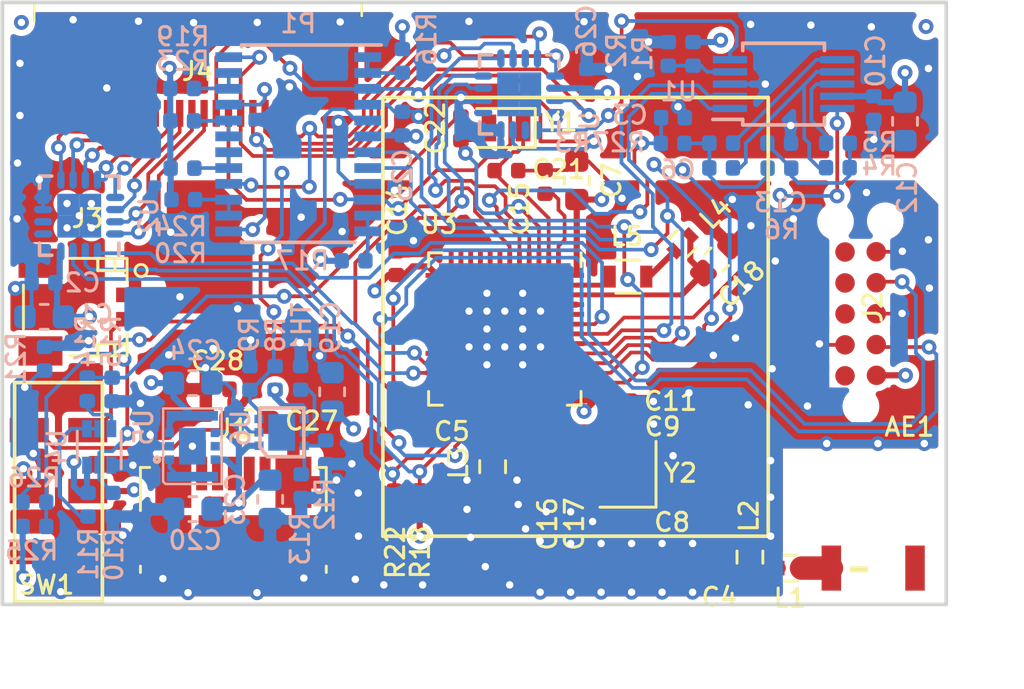
<source format=kicad_pcb>
(kicad_pcb (version 20171130) (host pcbnew "(5.1.5)-3")
  (layers (0 F.Cu signal) (1 In1.Cu power) (2 In2.Cu power) (31 B.Cu signal) (34 B.Paste user) (35 F.Paste user) (36 B.SilkS user) (37 F.SilkS user) (38 B.Mask user) (39 F.Mask user) (44 Edge.Cuts user))
  (net 0 "")
  (net 1 "Net-(AE1-Pad1)")
  (net 2 /VREG)
  (net 3 AGND)
  (net 4 /ADC_IN)
  (net 5 "Net-(C4-Pad2)")
  (net 6 GND)
  (net 7 "Net-(C5-Pad2)")
  (net 8 "Net-(C6-Pad1)")
  (net 9 "Net-(C6-Pad2)")
  (net 10 "Net-(C8-Pad1)")
  (net 11 "Net-(C9-Pad1)")
  (net 12 "Net-(C13-Pad2)")
  (net 13 "Net-(C15-Pad2)")
  (net 14 "Net-(C16-Pad2)")
  (net 15 "Net-(C17-Pad2)")
  (net 16 "Net-(C18-Pad2)")
  (net 17 /V_BUS)
  (net 18 /VLi_Ion)
  (net 19 "Net-(C21-Pad2)")
  (net 20 "Net-(C22-Pad2)")
  (net 21 "Net-(C27-Pad2)")
  (net 22 /SWDIO)
  (net 23 /SWDCLK)
  (net 24 "Net-(J3-Pad2)")
  (net 25 /V1)
  (net 26 /V2)
  (net 27 /V3)
  (net 28 /V4)
  (net 29 /V5)
  (net 30 /V6)
  (net 31 /CS1)
  (net 32 /CS2)
  (net 33 /CS3)
  (net 34 /CS4)
  (net 35 /CS5)
  (net 36 /CS6)
  (net 37 /CS7)
  (net 38 /CS8)
  (net 39 "Net-(L4-Pad2)")
  (net 40 "Net-(L5-Pad2)")
  (net 41 "Net-(P1-Pad22)")
  (net 42 "Net-(P1-Pad19)")
  (net 43 "Net-(P1-Pad17)")
  (net 44 "Net-(P1-Pad14)")
  (net 45 "Net-(P1-Pad11)")
  (net 46 /SPI_SCLK)
  (net 47 /SPI_MOSI)
  (net 48 /SPI_CS_POT)
  (net 49 "Net-(P1-Pad1)")
  (net 50 "Net-(R1-Pad2)")
  (net 51 "Net-(R5-Pad1)")
  (net 52 /BAT_CHG_STAT)
  (net 53 /BAT_MON_EN)
  (net 54 "Net-(R11-Pad1)")
  (net 55 "Net-(R12-Pad1)")
  (net 56 "Net-(R14-Pad2)")
  (net 57 /BATTERY)
  (net 58 /TWI_SDA)
  (net 59 /TWI_SCLK)
  (net 60 /USB_DETECT)
  (net 61 "Net-(R27-Pad2)")
  (net 62 "Net-(TH1-Pad1)")
  (net 63 /SPI_CS_AMP)
  (net 64 /DOUT)
  (net 65 /ALERT)
  (net 66 /B)
  (net 67 /C)
  (net 68 /A)
  (net 69 "Net-(U5-Pad1)")
  (net 70 /RF)
  (net 71 "Net-(J1-Pad4)")
  (net 72 "Net-(J1-Pad3)")
  (net 73 "Net-(J1-Pad2)")
  (net 74 "Net-(J2-Pad6)")
  (net 75 "Net-(J2-Pad7)")
  (net 76 "Net-(J2-Pad8)")
  (net 77 "Net-(J2-Pad10)")
  (net 78 "Net-(SW1-Pad1)")
  (net 79 "Net-(SW1-Pad4)")
  (net 80 "Net-(U2-Pad6)")
  (net 81 "Net-(U2-Pad5)")
  (net 82 "Net-(U3-Pad44)")
  (net 83 "Net-(U3-Pad24)")
  (net 84 "Net-(U3-Pad21)")
  (net 85 "Net-(U3-Pad20)")
  (net 86 "Net-(U3-Pad19)")
  (net 87 "Net-(U3-Pad18)")
  (net 88 "Net-(U3-Pad17)")
  (net 89 "Net-(U3-Pad16)")
  (net 90 "Net-(U3-Pad15)")
  (net 91 "Net-(U3-Pad14)")
  (net 92 "Net-(U3-Pad12)")
  (net 93 "Net-(U3-Pad11)")
  (net 94 "Net-(U3-Pad10)")
  (net 95 "Net-(U3-Pad9)")
  (net 96 "Net-(U3-Pad8)")
  (net 97 "Net-(U3-Pad7)")
  (net 98 "Net-(U5-Pad5)")
  (net 99 "Net-(U7-Pad11)")
  (net 100 "Net-(U7-Pad5)")
  (net 101 "Net-(U7-Pad2)")
  (module perso:uwArc0.96_2.12_90 (layer F.Cu) (at 102.82 122.3 180)
    (fp_text reference uwA***** hide)
    (fp_text value uwArc0.96_2.12_90)
    (pad 1 smd circle (at 2.116 2.116 180) (size 0.965 0.965) (layers F.Cu) (net 70 /RF))
    (pad 1 smd custom (at 0 0 180) (size 0.965 0.965) (layers F.Cu) (net 70 /RF) (options (clearance outline) (anchor circle)) (primitives (gr_arc (start 0 2.116) (end 0 0) (angle 90) (width 0.965))))
  )
  (module perso:2450AT18B100 (layer F.Cu) (at 117.82 122.51)
    (fp_text reference AE1 (at -0.03 -5.99) (layer F.SilkS) (effects (font (size 0.75 0.75) (thickness 0.125))))
    (fp_text value 2450AT18B100)
    (pad 1 smd rect (at -3.23 -0.2) (size 0.8 1.85) (layers F.Cu F.Paste F.Mask) (net 1 "Net-(AE1-Pad1)"))
    (pad 2 smd rect (at 0.2 -0.2) (size 0.8 1.85) (layers F.Cu F.Paste F.Mask))
  )
  (module Capacitor_SMD:C_0603_1608Metric (layer B.Cu) (at 82.3125 112)
    (fp_text reference C1 (at 2.1 -0.1 180) (layer B.SilkS) (effects (font (size 0.75 0.75) (thickness 0.125)) (justify mirror)))
    (fp_text value 1µ)
    (pad 2 smd roundrect (at 0.7875 0) (size 0.875 0.95) (layers B.Cu B.Paste B.Mask) (net 2 /VREG))
    (pad 1 smd roundrect (at -0.7875 0) (size 0.875 0.95) (layers B.Cu B.Paste B.Mask) (net 3 AGND))
  )
  (module Capacitor_SMD:C_0402_1005Metric (layer B.Cu) (at 82.285 110.6)
    (fp_text reference C2 (at 1.6 0 180) (layer B.SilkS) (effects (font (size 0.75 0.75) (thickness 0.125)) (justify mirror)))
    (fp_text value 100n)
    (pad 1 smd roundrect (at -0.485 0) (size 0.59 0.64) (layers B.Cu B.Paste B.Mask) (net 3 AGND))
    (pad 2 smd roundrect (at 0.485 0) (size 0.59 0.64) (layers B.Cu B.Paste B.Mask) (net 2 /VREG))
  )
  (module Capacitor_SMD:C_0402_1005Metric (layer B.Cu) (at 108.095 103.83)
    (fp_text reference C3 (at -1.765 -0.11) (layer B.SilkS) (effects (font (size 0.75 0.75) (thickness 0.125)) (justify mirror)))
    (fp_text value 100p)
    (pad 2 smd roundrect (at 0.485 0) (size 0.59 0.64) (layers B.Cu B.Paste B.Mask) (net 3 AGND))
    (pad 1 smd roundrect (at -0.485 0) (size 0.59 0.64) (layers B.Cu B.Paste B.Mask) (net 4 /ADC_IN))
  )
  (module Capacitor_SMD:C_0402_1005Metric (layer F.Cu) (at 109.605 122.31)
    (fp_text reference C4 (at 0.395 1.19) (layer F.SilkS) (effects (font (size 0.75 0.75) (thickness 0.125))))
    (fp_text value 2,2p)
    (pad 2 smd roundrect (at 0.485 0) (size 0.59 0.64) (layers F.Cu F.Paste F.Mask) (net 5 "Net-(C4-Pad2)"))
    (pad 1 smd roundrect (at -0.485 0) (size 0.59 0.64) (layers F.Cu F.Paste F.Mask) (net 70 /RF))
  )
  (module Capacitor_SMD:C_0402_1005Metric (layer F.Cu) (at 101.18 116.65 180)
    (fp_text reference C5 (at 2.15 -0.05 180) (layer F.SilkS) (effects (font (size 0.75 0.75) (thickness 0.125))))
    (fp_text value 0,8p)
    (pad 1 smd roundrect (at -0.485 0 180) (size 0.59 0.64) (layers F.Cu F.Paste F.Mask) (net 6 GND))
    (pad 2 smd roundrect (at 0.485 0 180) (size 0.59 0.64) (layers F.Cu F.Paste F.Mask) (net 7 "Net-(C5-Pad2)"))
  )
  (module Capacitor_SMD:C_0402_1005Metric (layer B.Cu) (at 110.07 105.89)
    (fp_text reference C6 (at -1.78 0.07) (layer B.SilkS) (effects (font (size 0.75 0.75) (thickness 0.125)) (justify mirror)))
    (fp_text value 100p)
    (pad 1 smd roundrect (at -0.485 0) (size 0.59 0.64) (layers B.Cu B.Paste B.Mask) (net 8 "Net-(C6-Pad1)"))
    (pad 2 smd roundrect (at 0.485 0) (size 0.59 0.64) (layers B.Cu B.Paste B.Mask) (net 9 "Net-(C6-Pad2)"))
  )
  (module Capacitor_SMD:C_0402_1005Metric (layer F.Cu) (at 106.315 120.41 180)
    (fp_text reference C8 (at -1.745 -0.02) (layer F.SilkS) (effects (font (size 0.75 0.75) (thickness 0.125))))
    (fp_text value 12p)
    (pad 1 smd roundrect (at -0.485 0 180) (size 0.59 0.64) (layers F.Cu F.Paste F.Mask) (net 10 "Net-(C8-Pad1)"))
    (pad 2 smd roundrect (at 0.485 0 180) (size 0.59 0.64) (layers F.Cu F.Paste F.Mask) (net 6 GND))
  )
  (module Capacitor_SMD:C_0402_1005Metric (layer F.Cu) (at 105.865 116.49)
    (fp_text reference C9 (at 1.805 0.02 180) (layer F.SilkS) (effects (font (size 0.75 0.75) (thickness 0.125))))
    (fp_text value 12p)
    (pad 2 smd roundrect (at 0.485 0) (size 0.59 0.64) (layers F.Cu F.Paste F.Mask) (net 6 GND))
    (pad 1 smd roundrect (at -0.485 0) (size 0.59 0.64) (layers F.Cu F.Paste F.Mask) (net 11 "Net-(C9-Pad1)"))
  )
  (module Capacitor_SMD:C_0402_1005Metric (layer B.Cu) (at 116.33 103.43 90)
    (fp_text reference C10 (at 1.93 0.07 90) (layer B.SilkS) (effects (font (size 0.75 0.75) (thickness 0.125)) (justify mirror)))
    (fp_text value 100n)
    (pad 1 smd roundrect (at -0.485 0 90) (size 0.59 0.64) (layers B.Cu B.Paste B.Mask) (net 3 AGND))
    (pad 2 smd roundrect (at 0.485 0 90) (size 0.59 0.64) (layers B.Cu B.Paste B.Mask) (net 2 /VREG))
  )
  (module Capacitor_SMD:C_0402_1005Metric (layer F.Cu) (at 105.865 115.46 180)
    (fp_text reference C11 (at -2.135 0 180) (layer F.SilkS) (effects (font (size 0.75 0.75) (thickness 0.125))))
    (fp_text value 100n)
    (pad 2 smd roundrect (at 0.485 0 180) (size 0.59 0.64) (layers F.Cu F.Paste F.Mask) (net 2 /VREG))
    (pad 1 smd roundrect (at -0.485 0 180) (size 0.59 0.64) (layers F.Cu F.Paste F.Mask) (net 6 GND))
  )
  (module Capacitor_SMD:C_0603_1608Metric (layer B.Cu) (at 117.61 103.98 270)
    (fp_text reference C12 (at 2.72 -0.09 270) (layer B.SilkS) (effects (font (size 0.75 0.75) (thickness 0.125)) (justify mirror)))
    (fp_text value 1µ)
    (pad 1 smd roundrect (at -0.7875 0 270) (size 0.875 0.95) (layers B.Cu B.Paste B.Mask) (net 2 /VREG))
    (pad 2 smd roundrect (at 0.7875 0 270) (size 0.875 0.95) (layers B.Cu B.Paste B.Mask) (net 3 AGND))
  )
  (module Capacitor_SMD:C_0402_1005Metric (layer B.Cu) (at 112.45 104.87 180)
    (fp_text reference C13 (at -0.06 -2.44) (layer B.SilkS) (effects (font (size 0.75 0.75) (thickness 0.125)) (justify mirror)))
    (fp_text value 383p)
    (pad 2 smd roundrect (at 0.485 0 180) (size 0.59 0.64) (layers B.Cu B.Paste B.Mask) (net 12 "Net-(C13-Pad2)"))
    (pad 1 smd roundrect (at -0.485 0 180) (size 0.59 0.64) (layers B.Cu B.Paste B.Mask) (net 3 AGND))
  )
  (module Capacitor_SMD:C_0402_1005Metric (layer F.Cu) (at 96.75 109.8 270)
    (fp_text reference C14 (at -2.2 -0.05 270) (layer F.SilkS) (effects (font (size 0.75 0.75) (thickness 0.125))))
    (fp_text value 100n)
    (pad 1 smd roundrect (at -0.485 0 270) (size 0.59 0.64) (layers F.Cu F.Paste F.Mask) (net 6 GND))
    (pad 2 smd roundrect (at 0.485 0 270) (size 0.59 0.64) (layers F.Cu F.Paste F.Mask) (net 2 /VREG))
  )
  (module Capacitor_SMD:C_0402_1005Metric (layer F.Cu) (at 102.85 106.465 270)
    (fp_text reference C15 (at 1.085 1.05 270) (layer F.SilkS) (effects (font (size 0.75 0.75) (thickness 0.125))))
    (fp_text value 100n)
    (pad 1 smd roundrect (at -0.485 0 270) (size 0.59 0.64) (layers F.Cu F.Paste F.Mask) (net 6 GND))
    (pad 2 smd roundrect (at 0.485 0 270) (size 0.59 0.64) (layers F.Cu F.Paste F.Mask) (net 13 "Net-(C15-Pad2)"))
  )
  (module Capacitor_SMD:C_0402_1005Metric (layer F.Cu) (at 102.95 118.4 90)
    (fp_text reference C16 (at -2.1 0 90) (layer F.SilkS) (effects (font (size 0.75 0.75) (thickness 0.125))))
    (fp_text value NC)
    (pad 2 smd roundrect (at 0.485 0 90) (size 0.59 0.64) (layers F.Cu F.Paste F.Mask) (net 14 "Net-(C16-Pad2)"))
    (pad 1 smd roundrect (at -0.485 0 90) (size 0.59 0.64) (layers F.Cu F.Paste F.Mask) (net 6 GND))
  )
  (module Capacitor_SMD:C_0402_1005Metric (layer F.Cu) (at 104 118.4 90)
    (fp_text reference C17 (at -2.1 0.05 90) (layer F.SilkS) (effects (font (size 0.75 0.75) (thickness 0.125))))
    (fp_text value 100p)
    (pad 1 smd roundrect (at -0.485 0 90) (size 0.59 0.64) (layers F.Cu F.Paste F.Mask) (net 6 GND))
    (pad 2 smd roundrect (at 0.485 0 90) (size 0.59 0.64) (layers F.Cu F.Paste F.Mask) (net 15 "Net-(C17-Pad2)"))
  )
  (module Capacitor_SMD:C_0603_1608Metric (layer B.Cu) (at 94.12 115.0775 90)
    (fp_text reference C19 (at 2.6375 -0.06 90) (layer B.SilkS) (effects (font (size 0.75 0.75) (thickness 0.125)) (justify mirror)))
    (fp_text value 1u)
    (pad 2 smd roundrect (at 0.7875 0 90) (size 0.875 0.95) (layers B.Cu B.Paste B.Mask) (net 6 GND))
    (pad 1 smd roundrect (at -0.7875 0 90) (size 0.875 0.95) (layers B.Cu B.Paste B.Mask) (net 17 /V_BUS))
  )
  (module Capacitor_SMD:C_0603_1608Metric (layer B.Cu) (at 88.41 119.89 180)
    (fp_text reference C20 (at -0.0975 -1.28 180) (layer B.SilkS) (effects (font (size 0.75 0.75) (thickness 0.125)) (justify mirror)))
    (fp_text value 10u)
    (pad 1 smd roundrect (at -0.7875 0 180) (size 0.875 0.95) (layers B.Cu B.Paste B.Mask) (net 18 /VLi_Ion))
    (pad 2 smd roundrect (at 0.7875 0 180) (size 0.875 0.95) (layers B.Cu B.Paste B.Mask) (net 6 GND))
  )
  (module Capacitor_SMD:C_0402_1005Metric (layer F.Cu) (at 101.265 106 180)
    (fp_text reference C21 (at -2.15 0.05) (layer F.SilkS) (effects (font (size 0.75 0.75) (thickness 0.125))))
    (fp_text value 12p)
    (pad 1 smd roundrect (at -0.485 0 180) (size 0.59 0.64) (layers F.Cu F.Paste F.Mask) (net 6 GND))
    (pad 2 smd roundrect (at 0.485 0 180) (size 0.59 0.64) (layers F.Cu F.Paste F.Mask) (net 19 "Net-(C21-Pad2)"))
  )
  (module Capacitor_SMD:C_0402_1005Metric (layer F.Cu) (at 99.4 104.265 270)
    (fp_text reference C22 (at -0.015 1.05 270) (layer F.SilkS) (effects (font (size 0.75 0.75) (thickness 0.125))))
    (fp_text value 12p)
    (pad 2 smd roundrect (at 0.485 0 270) (size 0.59 0.64) (layers F.Cu F.Paste F.Mask) (net 20 "Net-(C22-Pad2)"))
    (pad 1 smd roundrect (at -0.485 0 270) (size 0.59 0.64) (layers F.Cu F.Paste F.Mask) (net 6 GND))
  )
  (module Capacitor_SMD:C_0603_1608Metric (layer B.Cu) (at 91.58 119.4875 270)
    (fp_text reference C23 (at 0 1.43 90) (layer B.SilkS) (effects (font (size 0.75 0.75) (thickness 0.125)) (justify mirror)))
    (fp_text value 1u)
    (pad 1 smd roundrect (at -0.7875 0 270) (size 0.875 0.95) (layers B.Cu B.Paste B.Mask) (net 18 /VLi_Ion))
    (pad 2 smd roundrect (at 0.7875 0 270) (size 0.875 0.95) (layers B.Cu B.Paste B.Mask) (net 6 GND))
  )
  (module Capacitor_SMD:C_0603_1608Metric (layer B.Cu) (at 88.4025 114.72)
    (fp_text reference C24 (at 0.1075 -1.34 180) (layer B.SilkS) (effects (font (size 0.75 0.75) (thickness 0.125)) (justify mirror)))
    (fp_text value 10u)
    (pad 2 smd roundrect (at 0.7875 0) (size 0.875 0.95) (layers B.Cu B.Paste B.Mask) (net 6 GND))
    (pad 1 smd roundrect (at -0.7875 0) (size 0.875 0.95) (layers B.Cu B.Paste B.Mask) (net 2 /VREG))
  )
  (module Capacitor_SMD:C_0402_1005Metric (layer B.Cu) (at 97 104.07 90)
    (fp_text reference C25 (at -2.13 0 270) (layer B.SilkS) (effects (font (size 0.75 0.75) (thickness 0.125)) (justify mirror)))
    (fp_text value 100n)
    (pad 1 smd roundrect (at -0.485 0 90) (size 0.59 0.64) (layers B.Cu B.Paste B.Mask) (net 2 /VREG))
    (pad 2 smd roundrect (at 0.485 0 90) (size 0.59 0.64) (layers B.Cu B.Paste B.Mask) (net 3 AGND))
  )
  (module Capacitor_SMD:C_0402_1005Metric (layer B.Cu) (at 104.56 102.315 90)
    (fp_text reference C26 (at 2.035 -0.01 -90) (layer B.SilkS) (effects (font (size 0.75 0.75) (thickness 0.125)) (justify mirror)))
    (fp_text value 100n)
    (pad 2 smd roundrect (at 0.485 0 90) (size 0.59 0.64) (layers B.Cu B.Paste B.Mask) (net 3 AGND))
    (pad 1 smd roundrect (at -0.485 0 90) (size 0.59 0.64) (layers B.Cu B.Paste B.Mask) (net 2 /VREG))
  )
  (module Capacitor_SMD:C_0402_1005Metric (layer F.Cu) (at 89.425 114.97)
    (fp_text reference C28 (at 0 -1.17) (layer F.SilkS) (effects (font (size 0.75 0.75) (thickness 0.125))))
    (fp_text value 100n)
    (pad 2 smd roundrect (at 0.485 0) (size 0.59 0.64) (layers F.Cu F.Paste F.Mask) (net 21 "Net-(C27-Pad2)"))
    (pad 1 smd roundrect (at -0.485 0) (size 0.59 0.64) (layers F.Cu F.Paste F.Mask) (net 6 GND))
  )
  (module Connectors_USB:USB_Micro-B_Molex_47346-0001 (layer F.Cu) (at 90.07 121.09)
    (fp_text reference J1 (at 0 -4.5 180) (layer F.SilkS) (effects (font (size 0.75 0.75) (thickness 0.125))))
    (fp_text value USB_B_Micro)
    (pad 6 smd rect (at 0.84 0) (size 1.175 1.9) (layers F.Cu F.Paste F.Mask) (net 6 GND))
    (pad 6 smd rect (at -0.84 0) (size 1.175 1.9) (layers F.Cu F.Paste F.Mask) (net 6 GND))
    (pad 6 smd rect (at 2.91 0) (size 2.375 1.9) (layers F.Cu F.Paste F.Mask) (net 6 GND))
    (pad 6 smd rect (at -2.91 0) (size 2.375 1.9) (layers F.Cu F.Paste F.Mask) (net 6 GND))
    (pad 6 smd rect (at 2.4625 -2.3) (size 1.475 2.1) (layers F.Cu F.Paste F.Mask) (net 6 GND))
    (pad 6 smd rect (at -2.4625 -2.3) (size 1.475 2.1) (layers F.Cu F.Paste F.Mask) (net 6 GND))
    (pad 5 smd rect (at 1.3 -2.66) (size 0.45 1.38) (layers F.Cu F.Paste F.Mask) (net 6 GND))
    (pad 4 smd rect (at 0.65 -2.66) (size 0.45 1.38) (layers F.Cu F.Paste F.Mask) (net 71 "Net-(J1-Pad4)"))
    (pad 3 smd rect (at 0 -2.66) (size 0.45 1.38) (layers F.Cu F.Paste F.Mask) (net 72 "Net-(J1-Pad3)"))
    (pad 2 smd rect (at -0.65 -2.66) (size 0.45 1.38) (layers F.Cu F.Paste F.Mask) (net 73 "Net-(J1-Pad2)"))
    (pad 1 smd rect (at -1.3 -2.66) (size 0.45 1.38) (layers F.Cu F.Paste F.Mask) (net 21 "Net-(C27-Pad2)"))
  )
  (module perso:Tag_Connect_10 (layer F.Cu) (at 115.79 111.6 90)
    (fp_text reference J2 (at 0 0.5 90) (layer F.SilkS) (effects (font (size 0.75 0.75) (thickness 0.125))))
    (fp_text value Conn_02x05_Counter_Clockwise)
    (pad 1 smd circle (at -2.8 0.65 90) (size 0.8 0.8) (layers F.Cu F.Paste F.Mask) (net 2 /VREG))
    (pad 2 smd circle (at -1.54 0.64 90) (size 0.8 0.8) (layers F.Cu F.Paste F.Mask) (net 22 /SWDIO))
    (pad 3 smd circle (at -0.27 0.64 90) (size 0.8 0.8) (layers F.Cu F.Paste F.Mask) (net 6 GND))
    (pad 4 smd circle (at 1 0.64 90) (size 0.8 0.8) (layers F.Cu F.Paste F.Mask) (net 23 /SWDCLK))
    (pad 5 smd circle (at 2.27 0.64 90) (size 0.8 0.8) (layers F.Cu F.Paste F.Mask) (net 6 GND))
    (pad 6 smd circle (at 2.26 -0.64 90) (size 0.8 0.8) (layers F.Cu F.Paste F.Mask) (net 74 "Net-(J2-Pad6)"))
    (pad 7 smd circle (at 0.99 -0.64 90) (size 0.8 0.8) (layers F.Cu F.Paste F.Mask) (net 75 "Net-(J2-Pad7)"))
    (pad 8 smd circle (at -0.28 -0.64 90) (size 0.8 0.8) (layers F.Cu F.Paste F.Mask) (net 76 "Net-(J2-Pad8)"))
    (pad 9 smd circle (at -1.55 -0.64 90) (size 0.8 0.8) (layers F.Cu F.Paste F.Mask) (net 6 GND))
    (pad 10 smd circle (at -2.82 -0.64 90) (size 0.8 0.8) (layers F.Cu F.Paste F.Mask) (net 77 "Net-(J2-Pad10)"))
    (pad "" np_thru_hole circle (at -4.07 0.01 90) (size 1 1) (drill 1) (layers *.Cu *.Mask))
    (pad "" np_thru_hole circle (at 3.51 -1.03 90) (size 1 1) (drill 1) (layers *.Cu *.Mask))
    (pad "" np_thru_hole circle (at 3.54 1.01 90) (size 1 1) (drill 1) (layers *.Cu *.Mask))
  )
  (module Connectors_JST:JST_SH_SM02B-SRSS-TB_02x1.00mm_Angled (layer F.Cu) (at 84.1 111.6 270)
    (fp_text reference J3 (at -3.64 0.01 180) (layer F.SilkS) (effects (font (size 0.75 0.75) (thickness 0.125))))
    (fp_text value Conn_01x02)
    (pad "" smd rect (at 1.8 1.9375 270) (size 1.2 1.8) (layers F.Cu F.Paste F.Mask))
    (pad "" smd rect (at -1.8 1.9375 270) (size 1.2 1.8) (layers F.Cu F.Paste F.Mask))
    (pad 2 smd rect (at 0.5 -1.9375 270) (size 0.6 1.55) (layers F.Cu F.Paste F.Mask) (net 24 "Net-(J3-Pad2)"))
    (pad 1 smd rect (at -0.5 -1.9375 270) (size 0.6 1.55) (layers F.Cu F.Paste F.Mask) (net 6 GND))
  )
  (module SamacSys_Parts:117345926 (layer F.Cu) (at 88.62 103.5 180)
    (fp_text reference J4 (at 0.018 1.575) (layer F.SilkS) (effects (font (size 0.75 0.75) (thickness 0.125))))
    (fp_text value Conn_01x16 hide)
    (pad 1 smd rect (at -3.75 -0.15 180) (size 0.3 1.1) (layers F.Cu F.Paste F.Mask) (net 3 AGND))
    (pad 2 smd rect (at -3.25 -0.15 180) (size 0.3 1.1) (layers F.Cu F.Paste F.Mask) (net 25 /V1))
    (pad 3 smd rect (at -2.75 -0.15 180) (size 0.3 1.1) (layers F.Cu F.Paste F.Mask) (net 26 /V2))
    (pad 4 smd rect (at -2.25 -0.15 180) (size 0.3 1.1) (layers F.Cu F.Paste F.Mask) (net 27 /V3))
    (pad 5 smd rect (at -1.75 -0.15 180) (size 0.3 1.1) (layers F.Cu F.Paste F.Mask) (net 28 /V4))
    (pad 6 smd rect (at -1.25 -0.15 180) (size 0.3 1.1) (layers F.Cu F.Paste F.Mask) (net 29 /V5))
    (pad 7 smd rect (at -0.75 -0.15 180) (size 0.3 1.1) (layers F.Cu F.Paste F.Mask) (net 30 /V6))
    (pad 8 smd rect (at -0.25 -0.15 180) (size 0.3 1.1) (layers F.Cu F.Paste F.Mask) (net 31 /CS1))
    (pad 9 smd rect (at 0.25 -0.15 180) (size 0.3 1.1) (layers F.Cu F.Paste F.Mask) (net 32 /CS2))
    (pad 10 smd rect (at 0.75 -0.15 180) (size 0.3 1.1) (layers F.Cu F.Paste F.Mask) (net 33 /CS3))
    (pad 11 smd rect (at 1.25 -0.15 180) (size 0.3 1.1) (layers F.Cu F.Paste F.Mask) (net 34 /CS4))
    (pad 12 smd rect (at 1.75 -0.15 180) (size 0.3 1.1) (layers F.Cu F.Paste F.Mask) (net 35 /CS5))
    (pad 13 smd rect (at 2.25 -0.15 180) (size 0.3 1.1) (layers F.Cu F.Paste F.Mask) (net 36 /CS6))
    (pad 14 smd rect (at 2.75 -0.15 180) (size 0.3 1.1) (layers F.Cu F.Paste F.Mask) (net 37 /CS7))
    (pad 15 smd rect (at 3.25 -0.15 180) (size 0.3 1.1) (layers F.Cu F.Paste F.Mask) (net 38 /CS8))
    (pad 16 smd rect (at 3.75 -0.15 180) (size 0.3 1.1) (layers F.Cu F.Paste F.Mask) (net 3 AGND))
    (pad MP1 smd rect (at -5.42 1.55 180) (size 2.3 3.1) (layers F.Cu F.Paste F.Mask))
    (pad MP2 smd rect (at 5.42 1.55 180) (size 2.3 3.1) (layers F.Cu F.Paste F.Mask))
  )
  (module Inductors_SMD:L_0402 (layer F.Cu) (at 112.92 122.31 180)
    (fp_text reference L1 (at 0.03 -1.23) (layer F.SilkS) (effects (font (size 0.75 0.75) (thickness 0.125))))
    (fp_text value 3,9n)
    (pad 2 smd rect (at 0.45 0 180) (size 0.4 0.6) (layers F.Cu F.Paste F.Mask) (net 5 "Net-(C4-Pad2)"))
    (pad 1 smd rect (at -0.45 0 180) (size 0.4 0.6) (layers F.Cu F.Paste F.Mask) (net 1 "Net-(AE1-Pad1)"))
  )
  (module Inductors_SMD:L_0402 (layer F.Cu) (at 111.25 121.86 270)
    (fp_text reference L2 (at -1.69 0.04 90) (layer F.SilkS) (effects (font (size 0.75 0.75) (thickness 0.125))))
    (fp_text value NC)
    (pad 1 smd rect (at -0.45 0 270) (size 0.4 0.6) (layers F.Cu F.Paste F.Mask) (net 6 GND))
    (pad 2 smd rect (at 0.45 0 270) (size 0.4 0.6) (layers F.Cu F.Paste F.Mask) (net 5 "Net-(C4-Pad2)"))
  )
  (module Inductors_SMD:L_0402 (layer F.Cu) (at 100.7 118.15 90)
    (fp_text reference L3 (at 0.15 -1.4 90) (layer F.SilkS) (effects (font (size 0.75 0.75) (thickness 0.125))))
    (fp_text value 3,9n)
    (pad 2 smd rect (at 0.45 0 90) (size 0.4 0.6) (layers F.Cu F.Paste F.Mask) (net 7 "Net-(C5-Pad2)"))
    (pad 1 smd rect (at -0.45 0 90) (size 0.4 0.6) (layers F.Cu F.Paste F.Mask) (net 70 /RF))
  )
  (module Inductors_SMD:L_0402 (layer F.Cu) (at 108.488198 108.981802 225)
    (fp_text reference L4 (at -1.841026 -0.084853 45) (layer F.SilkS) (effects (font (size 0.75 0.75) (thickness 0.125))))
    (fp_text value 15n)
    (pad 1 smd rect (at -0.45 0 225) (size 0.4 0.6) (layers F.Cu F.Paste F.Mask) (net 16 "Net-(C18-Pad2)"))
    (pad 2 smd rect (at 0.45 0 225) (size 0.4 0.6) (layers F.Cu F.Paste F.Mask) (net 39 "Net-(L4-Pad2)"))
  )
  (module Inductors_SMD:L_0603 (layer F.Cu) (at 106.25 110.35 180)
    (fp_text reference L5 (at 0.05 1.65 180) (layer F.SilkS) (effects (font (size 0.75 0.75) (thickness 0.125))))
    (fp_text value 10u)
    (pad 2 smd rect (at 0.75 0 180) (size 0.5 0.9) (layers F.Cu F.Paste F.Mask) (net 40 "Net-(L5-Pad2)"))
    (pad 1 smd rect (at -0.75 0 180) (size 0.5 0.9) (layers F.Cu F.Paste F.Mask) (net 39 "Net-(L4-Pad2)"))
  )
  (module Housings_SSOP:TSSOP-24_4.4x7.8mm_Pitch0.65mm (layer B.Cu) (at 92.73 104.92 180)
    (fp_text reference P1 (at 0 4.95) (layer B.SilkS) (effects (font (size 0.75 0.75) (thickness 0.125)) (justify mirror)))
    (fp_text value AD5206)
    (pad 24 smd rect (at 2.85 3.575 180) (size 1.1 0.4) (layers B.Cu B.Paste B.Mask) (net 28 /V4))
    (pad 23 smd rect (at 2.85 2.925 180) (size 1.1 0.4) (layers B.Cu B.Paste B.Mask) (net 41 "Net-(P1-Pad22)"))
    (pad 22 smd rect (at 2.85 2.275 180) (size 1.1 0.4) (layers B.Cu B.Paste B.Mask) (net 41 "Net-(P1-Pad22)"))
    (pad 21 smd rect (at 2.85 1.625 180) (size 1.1 0.4) (layers B.Cu B.Paste B.Mask) (net 26 /V2))
    (pad 20 smd rect (at 2.85 0.975 180) (size 1.1 0.4) (layers B.Cu B.Paste B.Mask) (net 42 "Net-(P1-Pad19)"))
    (pad 19 smd rect (at 2.85 0.325 180) (size 1.1 0.4) (layers B.Cu B.Paste B.Mask) (net 42 "Net-(P1-Pad19)"))
    (pad 18 smd rect (at 2.85 -0.325 180) (size 1.1 0.4) (layers B.Cu B.Paste B.Mask) (net 43 "Net-(P1-Pad17)"))
    (pad 17 smd rect (at 2.85 -0.975 180) (size 1.1 0.4) (layers B.Cu B.Paste B.Mask) (net 43 "Net-(P1-Pad17)"))
    (pad 16 smd rect (at 2.85 -1.625 180) (size 1.1 0.4) (layers B.Cu B.Paste B.Mask) (net 25 /V1))
    (pad 15 smd rect (at 2.85 -2.275 180) (size 1.1 0.4) (layers B.Cu B.Paste B.Mask) (net 44 "Net-(P1-Pad14)"))
    (pad 14 smd rect (at 2.85 -2.925 180) (size 1.1 0.4) (layers B.Cu B.Paste B.Mask) (net 44 "Net-(P1-Pad14)"))
    (pad 13 smd rect (at 2.85 -3.575 180) (size 1.1 0.4) (layers B.Cu B.Paste B.Mask) (net 27 /V3))
    (pad 12 smd rect (at -2.85 -3.575 180) (size 1.1 0.4) (layers B.Cu B.Paste B.Mask) (net 45 "Net-(P1-Pad11)"))
    (pad 11 smd rect (at -2.85 -2.925 180) (size 1.1 0.4) (layers B.Cu B.Paste B.Mask) (net 45 "Net-(P1-Pad11)"))
    (pad 10 smd rect (at -2.85 -2.275 180) (size 1.1 0.4) (layers B.Cu B.Paste B.Mask) (net 29 /V5))
    (pad 9 smd rect (at -2.85 -1.625 180) (size 1.1 0.4) (layers B.Cu B.Paste B.Mask) (net 3 AGND))
    (pad 8 smd rect (at -2.85 -0.975 180) (size 1.1 0.4) (layers B.Cu B.Paste B.Mask) (net 46 /SPI_SCLK))
    (pad 7 smd rect (at -2.85 -0.325 180) (size 1.1 0.4) (layers B.Cu B.Paste B.Mask) (net 47 /SPI_MOSI))
    (pad 6 smd rect (at -2.85 0.325 180) (size 1.1 0.4) (layers B.Cu B.Paste B.Mask) (net 2 /VREG))
    (pad 5 smd rect (at -2.85 0.975 180) (size 1.1 0.4) (layers B.Cu B.Paste B.Mask) (net 48 /SPI_CS_POT))
    (pad 4 smd rect (at -2.85 1.625 180) (size 1.1 0.4) (layers B.Cu B.Paste B.Mask) (net 3 AGND))
    (pad 3 smd rect (at -2.85 2.275 180) (size 1.1 0.4) (layers B.Cu B.Paste B.Mask) (net 30 /V6))
    (pad 2 smd rect (at -2.85 2.925 180) (size 1.1 0.4) (layers B.Cu B.Paste B.Mask) (net 49 "Net-(P1-Pad1)"))
    (pad 1 smd rect (at -2.85 3.575 180) (size 1.1 0.4) (layers B.Cu B.Paste B.Mask) (net 49 "Net-(P1-Pad1)"))
  )
  (module Resistor_SMD:R_0402_1005Metric (layer B.Cu) (at 108.92 101.21 270)
    (fp_text reference R1 (at -0.02 2.07 270) (layer B.SilkS) (effects (font (size 0.75 0.75) (thickness 0.125)) (justify mirror)))
    (fp_text value 10k)
    (pad 1 smd roundrect (at -0.485 0 270) (size 0.59 0.64) (layers B.Cu B.Paste B.Mask) (net 2 /VREG))
    (pad 2 smd roundrect (at 0.485 0 270) (size 0.59 0.64) (layers B.Cu B.Paste B.Mask) (net 50 "Net-(R1-Pad2)"))
  )
  (module Resistor_SMD:R_0402_1005Metric (layer B.Cu) (at 107.9 101.21 90)
    (fp_text reference R2 (at 0.13 -2.12 270) (layer B.SilkS) (effects (font (size 0.75 0.75) (thickness 0.125)) (justify mirror)))
    (fp_text value 10k)
    (pad 2 smd roundrect (at 0.485 0 90) (size 0.59 0.64) (layers B.Cu B.Paste B.Mask) (net 3 AGND))
    (pad 1 smd roundrect (at -0.485 0 90) (size 0.59 0.64) (layers B.Cu B.Paste B.Mask) (net 50 "Net-(R1-Pad2)"))
  )
  (module Resistor_SMD:R_0402_1005Metric (layer B.Cu) (at 108.08 104.88)
    (fp_text reference R3 (at -4.11 -0.02) (layer B.SilkS) (effects (font (size 0.75 0.75) (thickness 0.125)) (justify mirror)))
    (fp_text value 12,1k)
    (pad 2 smd roundrect (at 0.485 0) (size 0.59 0.64) (layers B.Cu B.Paste B.Mask) (net 8 "Net-(C6-Pad1)"))
    (pad 1 smd roundrect (at -0.485 0) (size 0.59 0.64) (layers B.Cu B.Paste B.Mask) (net 4 /ADC_IN))
  )
  (module Resistor_SMD:R_0402_1005Metric (layer B.Cu) (at 114.855 105.88 180)
    (fp_text reference R4 (at -1.7 0.07) (layer B.SilkS) (effects (font (size 0.75 0.75) (thickness 0.125)) (justify mirror)))
    (fp_text value 4,22k)
    (pad 1 smd roundrect (at -0.485 0 180) (size 0.59 0.64) (layers B.Cu B.Paste B.Mask) (net 12 "Net-(C13-Pad2)"))
    (pad 2 smd roundrect (at 0.485 0 180) (size 0.59 0.64) (layers B.Cu B.Paste B.Mask) (net 9 "Net-(C6-Pad2)"))
  )
  (module Resistor_SMD:R_0402_1005Metric (layer B.Cu) (at 114.86 104.87)
    (fp_text reference R5 (at 1.7 -0.03) (layer B.SilkS) (effects (font (size 0.75 0.75) (thickness 0.125)) (justify mirror)))
    (fp_text value 7,5k)
    (pad 1 smd roundrect (at -0.485 0) (size 0.59 0.64) (layers B.Cu B.Paste B.Mask) (net 51 "Net-(R5-Pad1)"))
    (pad 2 smd roundrect (at 0.485 0) (size 0.59 0.64) (layers B.Cu B.Paste B.Mask) (net 12 "Net-(C13-Pad2)"))
  )
  (module Resistor_SMD:R_0402_1005Metric (layer B.Cu) (at 112.46 105.9)
    (fp_text reference R6 (at 0.09 2.52) (layer B.SilkS) (effects (font (size 0.75 0.75) (thickness 0.125)) (justify mirror)))
    (fp_text value 7,5k)
    (pad 2 smd roundrect (at 0.485 0) (size 0.59 0.64) (layers B.Cu B.Paste B.Mask) (net 12 "Net-(C13-Pad2)"))
    (pad 1 smd roundrect (at -0.485 0) (size 0.59 0.64) (layers B.Cu B.Paste B.Mask) (net 8 "Net-(C6-Pad1)"))
  )
  (module Resistor_SMD:R_0402_1005Metric (layer B.Cu) (at 91.78 114.51 90)
    (fp_text reference R8 (at 1.77 0.02 90) (layer B.SilkS) (effects (font (size 0.75 0.75) (thickness 0.125)) (justify mirror)))
    (fp_text value 10k)
    (pad 1 smd roundrect (at -0.485 0 90) (size 0.59 0.64) (layers B.Cu B.Paste B.Mask) (net 17 /V_BUS))
    (pad 2 smd roundrect (at 0.485 0 90) (size 0.59 0.64) (layers B.Cu B.Paste B.Mask) (net 52 /BAT_CHG_STAT))
  )
  (module Resistor_SMD:R_0402_1005Metric (layer B.Cu) (at 90.75 114.51 90)
    (fp_text reference R9 (at 1.78 -0.03 90) (layer B.SilkS) (effects (font (size 0.75 0.75) (thickness 0.125)) (justify mirror)))
    (fp_text value 18k)
    (pad 2 smd roundrect (at 0.485 0 90) (size 0.59 0.64) (layers B.Cu B.Paste B.Mask) (net 6 GND))
    (pad 1 smd roundrect (at -0.485 0 90) (size 0.59 0.64) (layers B.Cu B.Paste B.Mask) (net 52 /BAT_CHG_STAT))
  )
  (module Resistor_SMD:R_0402_1005Metric (layer B.Cu) (at 85.13 119.71 270)
    (fp_text reference R10 (at 2.045 -0.03 90) (layer B.SilkS) (effects (font (size 0.75 0.75) (thickness 0.125)) (justify mirror)))
    (fp_text value 1M)
    (pad 2 smd roundrect (at 0.485 0 270) (size 0.59 0.64) (layers B.Cu B.Paste B.Mask) (net 6 GND))
    (pad 1 smd roundrect (at -0.485 0 270) (size 0.59 0.64) (layers B.Cu B.Paste B.Mask) (net 53 /BAT_MON_EN))
  )
  (module Resistor_SMD:R_0402_1005Metric (layer B.Cu) (at 84.11 119.71 90)
    (fp_text reference R11 (at -2.02 0.02 90) (layer B.SilkS) (effects (font (size 0.75 0.75) (thickness 0.125)) (justify mirror)))
    (fp_text value 1M)
    (pad 1 smd roundrect (at -0.485 0 90) (size 0.59 0.64) (layers B.Cu B.Paste B.Mask) (net 54 "Net-(R11-Pad1)"))
    (pad 2 smd roundrect (at 0.485 0 90) (size 0.59 0.64) (layers B.Cu B.Paste B.Mask) (net 18 /VLi_Ion))
  )
  (module Resistor_SMD:R_0402_1005Metric (layer B.Cu) (at 93.86 117.555 270)
    (fp_text reference R12 (at 2.14 0.04 90) (layer B.SilkS) (effects (font (size 0.75 0.75) (thickness 0.125)) (justify mirror)))
    (fp_text value 27k)
    (pad 1 smd roundrect (at -0.485 0 270) (size 0.59 0.64) (layers B.Cu B.Paste B.Mask) (net 55 "Net-(R12-Pad1)"))
    (pad 2 smd roundrect (at 0.485 0 270) (size 0.59 0.64) (layers B.Cu B.Paste B.Mask) (net 6 GND))
  )
  (module Resistor_SMD:R_0402_1005Metric (layer B.Cu) (at 92.85 118.945 270)
    (fp_text reference R13 (at 2.165 0.04 90) (layer B.SilkS) (effects (font (size 0.75 0.75) (thickness 0.125)) (justify mirror)))
    (fp_text value 15k)
    (pad 2 smd roundrect (at 0.485 0 270) (size 0.59 0.64) (layers B.Cu B.Paste B.Mask) (net 6 GND))
    (pad 1 smd roundrect (at -0.485 0 270) (size 0.59 0.64) (layers B.Cu B.Paste B.Mask) (net 55 "Net-(R12-Pad1)"))
  )
  (module Resistor_SMD:R_0402_1005Metric (layer B.Cu) (at 84.08 114.975 270)
    (fp_text reference R14 (at -1.985 0.07 90) (layer B.SilkS) (effects (font (size 0.75 0.75) (thickness 0.125)) (justify mirror)))
    (fp_text value 1M5)
    (pad 2 smd roundrect (at 0.485 0 270) (size 0.59 0.64) (layers B.Cu B.Paste B.Mask) (net 56 "Net-(R14-Pad2)"))
    (pad 1 smd roundrect (at -0.485 0 270) (size 0.59 0.64) (layers B.Cu B.Paste B.Mask) (net 57 /BATTERY))
  )
  (module Resistor_SMD:R_0402_1005Metric (layer B.Cu) (at 85.1 114.98 90)
    (fp_text reference R15 (at 1.97 -0.03 90) (layer B.SilkS) (effects (font (size 0.75 0.75) (thickness 0.125)) (justify mirror)))
    (fp_text value 180k)
    (pad 1 smd roundrect (at -0.485 0 90) (size 0.59 0.64) (layers B.Cu B.Paste B.Mask) (net 6 GND))
    (pad 2 smd roundrect (at 0.485 0 90) (size 0.59 0.64) (layers B.Cu B.Paste B.Mask) (net 57 /BATTERY))
  )
  (module Resistor_SMD:R_0402_1005Metric (layer B.Cu) (at 97 101.5 270)
    (fp_text reference R16 (at -0.9 -1 90) (layer B.SilkS) (effects (font (size 0.75 0.75) (thickness 0.125)) (justify mirror)))
    (fp_text value 0)
    (pad 2 smd roundrect (at 0.485 0 270) (size 0.59 0.64) (layers B.Cu B.Paste B.Mask) (net 49 "Net-(P1-Pad1)"))
    (pad 1 smd roundrect (at -0.485 0 270) (size 0.59 0.64) (layers B.Cu B.Paste B.Mask) (net 2 /VREG))
  )
  (module Resistor_SMD:R_0402_1005Metric (layer B.Cu) (at 95 109.7 180)
    (fp_text reference R17 (at 2.1 0) (layer B.SilkS) (effects (font (size 0.75 0.75) (thickness 0.125)) (justify mirror)))
    (fp_text value 0)
    (pad 1 smd roundrect (at -0.485 0 180) (size 0.59 0.64) (layers B.Cu B.Paste B.Mask) (net 45 "Net-(P1-Pad11)"))
    (pad 2 smd roundrect (at 0.485 0 180) (size 0.59 0.64) (layers B.Cu B.Paste B.Mask) (net 2 /VREG))
  )
  (module Resistor_SMD:R_0402_1005Metric (layer F.Cu) (at 97.71 119.605 90)
    (fp_text reference R18 (at -2.055 0.02 90) (layer F.SilkS) (effects (font (size 0.75 0.75) (thickness 0.125))))
    (fp_text value 2.2k)
    (pad 1 smd roundrect (at -0.485 0 90) (size 0.59 0.64) (layers F.Cu F.Paste F.Mask) (net 2 /VREG))
    (pad 2 smd roundrect (at 0.485 0 90) (size 0.59 0.64) (layers F.Cu F.Paste F.Mask) (net 58 /TWI_SDA))
  )
  (module Resistor_SMD:R_0402_1005Metric (layer B.Cu) (at 87.965 102.63)
    (fp_text reference R19 (at 0.035 -2.13) (layer B.SilkS) (effects (font (size 0.75 0.75) (thickness 0.125)) (justify mirror)))
    (fp_text value 0)
    (pad 1 smd roundrect (at -0.485 0) (size 0.59 0.64) (layers B.Cu B.Paste B.Mask) (net 2 /VREG))
    (pad 2 smd roundrect (at 0.485 0) (size 0.59 0.64) (layers B.Cu B.Paste B.Mask) (net 41 "Net-(P1-Pad22)"))
  )
  (module Resistor_SMD:R_0402_1005Metric (layer B.Cu) (at 88.02 107.19 180)
    (fp_text reference R20 (at 0.12 -2.21) (layer B.SilkS) (effects (font (size 0.75 0.75) (thickness 0.125)) (justify mirror)))
    (fp_text value 0)
    (pad 2 smd roundrect (at 0.485 0 180) (size 0.59 0.64) (layers B.Cu B.Paste B.Mask) (net 2 /VREG))
    (pad 1 smd roundrect (at -0.485 0 180) (size 0.59 0.64) (layers B.Cu B.Paste B.Mask) (net 44 "Net-(P1-Pad14)"))
  )
  (module Resistor_SMD:R_0402_1005Metric (layer B.Cu) (at 82.33 113.72 270)
    (fp_text reference R21 (at 0 1.17 90) (layer B.SilkS) (effects (font (size 0.75 0.75) (thickness 0.125)) (justify mirror)))
    (fp_text value 0)
    (pad 2 smd roundrect (at 0.485 0 270) (size 0.59 0.64) (layers B.Cu B.Paste B.Mask) (net 6 GND))
    (pad 1 smd roundrect (at -0.485 0 270) (size 0.59 0.64) (layers B.Cu B.Paste B.Mask) (net 3 AGND))
  )
  (module Resistor_SMD:R_0402_1005Metric (layer F.Cu) (at 96.67 119.61 90)
    (fp_text reference R22 (at -2.055 0.04 90) (layer F.SilkS) (effects (font (size 0.75 0.75) (thickness 0.125))))
    (fp_text value 2.2k)
    (pad 2 smd roundrect (at 0.485 0 90) (size 0.59 0.64) (layers F.Cu F.Paste F.Mask) (net 59 /TWI_SCLK))
    (pad 1 smd roundrect (at -0.485 0 90) (size 0.59 0.64) (layers F.Cu F.Paste F.Mask) (net 2 /VREG))
  )
  (module Resistor_SMD:R_0402_1005Metric (layer B.Cu) (at 87.97 103.96)
    (fp_text reference R23 (at 0.03 -2.46) (layer B.SilkS) (effects (font (size 0.75 0.75) (thickness 0.125)) (justify mirror)))
    (fp_text value 0)
    (pad 2 smd roundrect (at 0.485 0) (size 0.59 0.64) (layers B.Cu B.Paste B.Mask) (net 42 "Net-(P1-Pad19)"))
    (pad 1 smd roundrect (at -0.485 0) (size 0.59 0.64) (layers B.Cu B.Paste B.Mask) (net 2 /VREG))
  )
  (module Resistor_SMD:R_0402_1005Metric (layer B.Cu) (at 87.985 105.9 180)
    (fp_text reference R24 (at 0.085 -2.4) (layer B.SilkS) (effects (font (size 0.75 0.75) (thickness 0.125)) (justify mirror)))
    (fp_text value 0)
    (pad 1 smd roundrect (at -0.485 0 180) (size 0.59 0.64) (layers B.Cu B.Paste B.Mask) (net 43 "Net-(P1-Pad17)"))
    (pad 2 smd roundrect (at 0.485 0 180) (size 0.59 0.64) (layers B.Cu B.Paste B.Mask) (net 2 /VREG))
  )
  (module Resistor_SMD:R_0402_1005Metric (layer B.Cu) (at 81.915 120.6)
    (fp_text reference R25 (at -0.115 1) (layer B.SilkS) (effects (font (size 0.75 0.75) (thickness 0.125)) (justify mirror)))
    (fp_text value 10k)
    (pad 1 smd roundrect (at -0.485 0) (size 0.59 0.64) (layers B.Cu B.Paste B.Mask) (net 17 /V_BUS))
    (pad 2 smd roundrect (at 0.485 0) (size 0.59 0.64) (layers B.Cu B.Paste B.Mask) (net 60 /USB_DETECT))
  )
  (module Resistor_SMD:R_0402_1005Metric (layer B.Cu) (at 81.915 119.6 180)
    (fp_text reference R26 (at 0.015 1) (layer B.SilkS) (effects (font (size 0.75 0.75) (thickness 0.125)) (justify mirror)))
    (fp_text value 18k)
    (pad 2 smd roundrect (at 0.485 0 180) (size 0.59 0.64) (layers B.Cu B.Paste B.Mask) (net 6 GND))
    (pad 1 smd roundrect (at -0.485 0 180) (size 0.59 0.64) (layers B.Cu B.Paste B.Mask) (net 60 /USB_DETECT))
  )
  (module Resistor_SMD:R_0402_1005Metric (layer B.Cu) (at 110.075 104.87)
    (fp_text reference R27 (at -4.205 -0.02) (layer B.SilkS) (effects (font (size 0.75 0.75) (thickness 0.125)) (justify mirror)))
    (fp_text value 0)
    (pad 1 smd roundrect (at -0.485 0) (size 0.59 0.64) (layers B.Cu B.Paste B.Mask) (net 8 "Net-(C6-Pad1)"))
    (pad 2 smd roundrect (at 0.485 0) (size 0.59 0.64) (layers B.Cu B.Paste B.Mask) (net 61 "Net-(R27-Pad2)"))
  )
  (module perso:JS202011JCQN-DPDT (layer F.Cu) (at 82.8 119.2 90)
    (fp_text reference SW1 (at -3.8 -0.4 180) (layer F.SilkS) (effects (font (size 0.75 0.75) (thickness 0.125))))
    (fp_text value SW_DPDT_x2)
    (pad 1 smd rect (at -2.45 -1.1 90) (size 1 1.6) (layers F.Cu F.Paste F.Mask) (net 78 "Net-(SW1-Pad1)"))
    (pad 2 smd rect (at 0.05 -1.1 90) (size 1 1.6) (layers F.Cu F.Paste F.Mask) (net 17 /V_BUS))
    (pad 3 smd rect (at 2.55 -1.1 90) (size 1 1.6) (layers F.Cu F.Paste F.Mask) (net 21 "Net-(C27-Pad2)"))
    (pad 6 smd rect (at 2.55 1.3 90) (size 1 1.6) (layers F.Cu F.Paste F.Mask) (net 24 "Net-(J3-Pad2)"))
    (pad 5 smd rect (at 0.05 1.3 90) (size 1 1.6) (layers F.Cu F.Paste F.Mask) (net 18 /VLi_Ion))
    (pad 4 smd rect (at -2.45 1.3 90) (size 1 1.6) (layers F.Cu F.Paste F.Mask) (net 79 "Net-(SW1-Pad4)"))
  )
  (module Resistor_SMD:R_0402_1005Metric (layer B.Cu) (at 92.83 114.505 90)
    (fp_text reference TH1 (at 2.045 0.03 90) (layer B.SilkS) (effects (font (size 0.75 0.75) (thickness 0.125)) (justify mirror)))
    (fp_text value 10k)
    (pad 1 smd roundrect (at -0.485 0 90) (size 0.59 0.64) (layers B.Cu B.Paste B.Mask) (net 62 "Net-(TH1-Pad1)"))
    (pad 2 smd roundrect (at 0.485 0 90) (size 0.59 0.64) (layers B.Cu B.Paste B.Mask) (net 6 GND))
  )
  (module Housings_SSOP:MSOP-10_3x3mm_Pitch0.5mm (layer B.Cu) (at 112.63 102.45)
    (fp_text reference U1 (at -4.3 0.31) (layer B.SilkS) (effects (font (size 0.75 0.75) (thickness 0.125)) (justify mirror)))
    (fp_text value MAX9939)
    (pad 10 smd rect (at 2.2 1) (size 1.4 0.3) (layers B.Cu B.Paste B.Mask) (net 63 /SPI_CS_AMP))
    (pad 9 smd rect (at 2.2 0.5) (size 1.4 0.3) (layers B.Cu B.Paste B.Mask) (net 2 /VREG))
    (pad 8 smd rect (at 2.2 0) (size 1.4 0.3) (layers B.Cu B.Paste B.Mask) (net 51 "Net-(R5-Pad1)"))
    (pad 7 smd rect (at 2.2 -0.5) (size 1.4 0.3) (layers B.Cu B.Paste B.Mask) (net 9 "Net-(C6-Pad2)"))
    (pad 6 smd rect (at 2.2 -1) (size 1.4 0.3) (layers B.Cu B.Paste B.Mask) (net 61 "Net-(R27-Pad2)"))
    (pad 5 smd rect (at -2.2 -1) (size 1.4 0.3) (layers B.Cu B.Paste B.Mask) (net 64 /DOUT))
    (pad 4 smd rect (at -2.2 -0.5) (size 1.4 0.3) (layers B.Cu B.Paste B.Mask) (net 50 "Net-(R1-Pad2)"))
    (pad 3 smd rect (at -2.2 0) (size 1.4 0.3) (layers B.Cu B.Paste B.Mask) (net 3 AGND))
    (pad 2 smd rect (at -2.2 0.5) (size 1.4 0.3) (layers B.Cu B.Paste B.Mask) (net 47 /SPI_MOSI))
    (pad 1 smd rect (at -2.2 1) (size 1.4 0.3) (layers B.Cu B.Paste B.Mask) (net 46 /SPI_SCLK))
  )
  (module Housings_DFN_QFN:QFN-16-1EP_3x3mm_Pitch0.5mm_ThermalVias (layer B.Cu) (at 83.75 107.85 90)
    (fp_text reference U2 (at 0 2.85 90) (layer B.SilkS) (effects (font (size 0.75 0.75) (thickness 0.125)) (justify mirror)))
    (fp_text value CAP1208_QFN)
    (pad 17 thru_hole circle (at -0.5 -0.5 90) (size 0.6 0.6) (drill 0.3) (layers *.Cu))
    (pad 17 thru_hole circle (at 0.5 -0.5 90) (size 0.6 0.6) (drill 0.3) (layers *.Cu))
    (pad 17 thru_hole circle (at 0.5 0.5 90) (size 0.6 0.6) (drill 0.3) (layers *.Cu))
    (pad 17 thru_hole circle (at -0.5 0.5 90) (size 0.6 0.6) (drill 0.3) (layers *.Cu))
    (pad 17 thru_hole circle (at 0 0 90) (size 0.6 0.6) (drill 0.3) (layers *.Cu))
    (pad 17 smd rect (at -0.45 0.45 90) (size 0.9 0.9) (layers B.Cu B.Paste B.Mask))
    (pad 17 smd rect (at -0.45 -0.45 90) (size 0.9 0.9) (layers B.Cu B.Paste B.Mask))
    (pad 17 smd rect (at 0.45 0.45 90) (size 0.9 0.9) (layers B.Cu B.Paste B.Mask))
    (pad 17 smd rect (at 0.45 -0.45 90) (size 0.9 0.9) (layers B.Cu B.Paste B.Mask))
    (pad 16 smd oval (at -0.75 1.475) (size 0.75 0.3) (layers B.Cu B.Paste B.Mask) (net 31 /CS1))
    (pad 15 smd oval (at -0.25 1.475) (size 0.75 0.3) (layers B.Cu B.Paste B.Mask) (net 32 /CS2))
    (pad 14 smd oval (at 0.25 1.475) (size 0.75 0.3) (layers B.Cu B.Paste B.Mask) (net 33 /CS3))
    (pad 13 smd oval (at 0.75 1.475) (size 0.75 0.3) (layers B.Cu B.Paste B.Mask) (net 34 /CS4))
    (pad 12 smd oval (at 1.475 0.75 90) (size 0.75 0.3) (layers B.Cu B.Paste B.Mask) (net 35 /CS5))
    (pad 11 smd oval (at 1.475 0.25 90) (size 0.75 0.3) (layers B.Cu B.Paste B.Mask) (net 36 /CS6))
    (pad 10 smd oval (at 1.475 -0.25 90) (size 0.75 0.3) (layers B.Cu B.Paste B.Mask) (net 37 /CS7))
    (pad 9 smd oval (at 1.475 -0.75 90) (size 0.75 0.3) (layers B.Cu B.Paste B.Mask) (net 38 /CS8))
    (pad 8 smd oval (at 0.75 -1.475) (size 0.75 0.3) (layers B.Cu B.Paste B.Mask) (net 3 AGND))
    (pad 7 smd oval (at 0.25 -1.475) (size 0.75 0.3) (layers B.Cu B.Paste B.Mask) (net 3 AGND))
    (pad 6 smd oval (at -0.25 -1.475) (size 0.75 0.3) (layers B.Cu B.Paste B.Mask) (net 80 "Net-(U2-Pad6)"))
    (pad 5 smd oval (at -0.75 -1.475) (size 0.75 0.3) (layers B.Cu B.Paste B.Mask) (net 81 "Net-(U2-Pad5)"))
    (pad 4 smd oval (at -1.475 -0.75 90) (size 0.75 0.3) (layers B.Cu B.Paste B.Mask) (net 2 /VREG))
    (pad 3 smd oval (at -1.475 -0.25 90) (size 0.75 0.3) (layers B.Cu B.Paste B.Mask) (net 59 /TWI_SCLK))
    (pad 2 smd oval (at -1.475 0.25 90) (size 0.75 0.3) (layers B.Cu B.Paste B.Mask) (net 58 /TWI_SDA))
    (pad 1 smd oval (at -1.475 0.75 90) (size 0.75 0.3) (layers B.Cu B.Paste B.Mask) (net 65 /ALERT))
  )
  (module Housings_DFN_QFN:QFN-48-1EP_6x6mm_Pitch0.4mm_ThermalVias (layer F.Cu) (at 101.2 112.5 270)
    (fp_text reference U3 (at -4.3 2.7) (layer F.SilkS) (effects (font (size 0.75 0.75) (thickness 0.125))))
    (fp_text value nrf52832)
    (pad 1 smd rect (at -2.925 -2.2 270) (size 0.65 0.2) (layers F.Cu F.Paste F.Mask) (net 13 "Net-(C15-Pad2)"))
    (pad 2 smd rect (at -2.925 -1.8 270) (size 0.65 0.2) (layers F.Cu F.Paste F.Mask) (net 19 "Net-(C21-Pad2)"))
    (pad 3 smd rect (at -2.925 -1.4 270) (size 0.65 0.2) (layers F.Cu F.Paste F.Mask) (net 20 "Net-(C22-Pad2)"))
    (pad 4 smd rect (at -2.925 -1 270) (size 0.65 0.2) (layers F.Cu F.Paste F.Mask) (net 68 /A))
    (pad 5 smd rect (at -2.925 -0.6 270) (size 0.65 0.2) (layers F.Cu F.Paste F.Mask) (net 4 /ADC_IN))
    (pad 6 smd rect (at -2.925 -0.2 270) (size 0.65 0.2) (layers F.Cu F.Paste F.Mask) (net 57 /BATTERY))
    (pad 7 smd rect (at -2.925 0.2 270) (size 0.65 0.2) (layers F.Cu F.Paste F.Mask) (net 97 "Net-(U3-Pad7)"))
    (pad 8 smd rect (at -2.925 0.6 270) (size 0.65 0.2) (layers F.Cu F.Paste F.Mask) (net 96 "Net-(U3-Pad8)"))
    (pad 9 smd rect (at -2.925 1 270) (size 0.65 0.2) (layers F.Cu F.Paste F.Mask) (net 95 "Net-(U3-Pad9)"))
    (pad 10 smd rect (at -2.925 1.4 270) (size 0.65 0.2) (layers F.Cu F.Paste F.Mask) (net 94 "Net-(U3-Pad10)"))
    (pad 11 smd rect (at -2.925 1.8 270) (size 0.65 0.2) (layers F.Cu F.Paste F.Mask) (net 93 "Net-(U3-Pad11)"))
    (pad 12 smd rect (at -2.925 2.2 270) (size 0.65 0.2) (layers F.Cu F.Paste F.Mask) (net 92 "Net-(U3-Pad12)"))
    (pad 13 smd rect (at -2.2 2.925) (size 0.65 0.2) (layers F.Cu F.Paste F.Mask) (net 2 /VREG))
    (pad 14 smd rect (at -1.8 2.925) (size 0.65 0.2) (layers F.Cu F.Paste F.Mask) (net 91 "Net-(U3-Pad14)"))
    (pad 15 smd rect (at -1.4 2.925) (size 0.65 0.2) (layers F.Cu F.Paste F.Mask) (net 90 "Net-(U3-Pad15)"))
    (pad 16 smd rect (at -1 2.925) (size 0.65 0.2) (layers F.Cu F.Paste F.Mask) (net 89 "Net-(U3-Pad16)"))
    (pad 17 smd rect (at -0.6 2.925) (size 0.65 0.2) (layers F.Cu F.Paste F.Mask) (net 88 "Net-(U3-Pad17)"))
    (pad 18 smd rect (at -0.2 2.925) (size 0.65 0.2) (layers F.Cu F.Paste F.Mask) (net 87 "Net-(U3-Pad18)"))
    (pad 19 smd rect (at 0.2 2.925) (size 0.65 0.2) (layers F.Cu F.Paste F.Mask) (net 86 "Net-(U3-Pad19)"))
    (pad 20 smd rect (at 0.6 2.925) (size 0.65 0.2) (layers F.Cu F.Paste F.Mask) (net 85 "Net-(U3-Pad20)"))
    (pad 21 smd rect (at 1 2.925) (size 0.65 0.2) (layers F.Cu F.Paste F.Mask) (net 84 "Net-(U3-Pad21)"))
    (pad 22 smd rect (at 1.4 2.925) (size 0.65 0.2) (layers F.Cu F.Paste F.Mask) (net 65 /ALERT))
    (pad 23 smd rect (at 1.8 2.925) (size 0.65 0.2) (layers F.Cu F.Paste F.Mask) (net 60 /USB_DETECT))
    (pad 24 smd rect (at 2.2 2.925) (size 0.65 0.2) (layers F.Cu F.Paste F.Mask) (net 83 "Net-(U3-Pad24)"))
    (pad 25 smd rect (at 2.925 2.2 270) (size 0.65 0.2) (layers F.Cu F.Paste F.Mask) (net 23 /SWDCLK))
    (pad 26 smd rect (at 2.925 1.8 270) (size 0.65 0.2) (layers F.Cu F.Paste F.Mask) (net 22 /SWDIO))
    (pad 27 smd rect (at 2.925 1.4 270) (size 0.65 0.2) (layers F.Cu F.Paste F.Mask) (net 59 /TWI_SCLK))
    (pad 28 smd rect (at 2.925 1 270) (size 0.65 0.2) (layers F.Cu F.Paste F.Mask) (net 58 /TWI_SDA))
    (pad 29 smd rect (at 2.925 0.6 270) (size 0.65 0.2) (layers F.Cu F.Paste F.Mask) (net 67 /C))
    (pad 30 smd rect (at 2.925 0.2 270) (size 0.65 0.2) (layers F.Cu F.Paste F.Mask) (net 7 "Net-(C5-Pad2)"))
    (pad 31 smd rect (at 2.925 -0.2 270) (size 0.65 0.2) (layers F.Cu F.Paste F.Mask) (net 6 GND))
    (pad 32 smd rect (at 2.925 -0.6 270) (size 0.65 0.2) (layers F.Cu F.Paste F.Mask) (net 14 "Net-(C16-Pad2)"))
    (pad 33 smd rect (at 2.925 -1 270) (size 0.65 0.2) (layers F.Cu F.Paste F.Mask) (net 15 "Net-(C17-Pad2)"))
    (pad 34 smd rect (at 2.925 -1.4 270) (size 0.65 0.2) (layers F.Cu F.Paste F.Mask) (net 10 "Net-(C8-Pad1)"))
    (pad 35 smd rect (at 2.925 -1.8 270) (size 0.65 0.2) (layers F.Cu F.Paste F.Mask) (net 11 "Net-(C9-Pad1)"))
    (pad 36 smd rect (at 2.925 -2.2 270) (size 0.65 0.2) (layers F.Cu F.Paste F.Mask) (net 2 /VREG))
    (pad 37 smd rect (at 2.2 -2.925) (size 0.65 0.2) (layers F.Cu F.Paste F.Mask) (net 66 /B))
    (pad 38 smd rect (at 1.8 -2.925) (size 0.65 0.2) (layers F.Cu F.Paste F.Mask) (net 52 /BAT_CHG_STAT))
    (pad 39 smd rect (at 1.4 -2.925) (size 0.65 0.2) (layers F.Cu F.Paste F.Mask) (net 53 /BAT_MON_EN))
    (pad 40 smd rect (at 1 -2.925) (size 0.65 0.2) (layers F.Cu F.Paste F.Mask) (net 46 /SPI_SCLK))
    (pad 41 smd rect (at 0.6 -2.925) (size 0.65 0.2) (layers F.Cu F.Paste F.Mask) (net 47 /SPI_MOSI))
    (pad 42 smd rect (at 0.2 -2.925) (size 0.65 0.2) (layers F.Cu F.Paste F.Mask) (net 63 /SPI_CS_AMP))
    (pad 43 smd rect (at -0.2 -2.925) (size 0.65 0.2) (layers F.Cu F.Paste F.Mask) (net 48 /SPI_CS_POT))
    (pad 44 smd rect (at -0.6 -2.925) (size 0.65 0.2) (layers F.Cu F.Paste F.Mask) (net 82 "Net-(U3-Pad44)"))
    (pad 45 smd rect (at -1 -2.925) (size 0.65 0.2) (layers F.Cu F.Paste F.Mask) (net 6 GND))
    (pad 46 smd rect (at -1.4 -2.925) (size 0.65 0.2) (layers F.Cu F.Paste F.Mask) (net 16 "Net-(C18-Pad2)"))
    (pad 47 smd rect (at -1.8 -2.925) (size 0.65 0.2) (layers F.Cu F.Paste F.Mask) (net 40 "Net-(L5-Pad2)"))
    (pad 48 smd rect (at -2.2 -2.925) (size 0.65 0.2) (layers F.Cu F.Paste F.Mask) (net 2 /VREG))
    (pad 49 smd rect (at 0 0 270) (size 5.4 5.4) (layers B.Cu) (net 6 GND))
    (pad 49 smd rect (at 0 0 270) (size 4.4 4.4) (layers F.Cu F.Mask) (net 6 GND))
    (pad 49 thru_hole circle (at -1.466667 -0.733333 270) (size 0.6 0.6) (drill 0.3) (layers *.Cu) (net 6 GND))
    (pad 49 thru_hole circle (at -1.466667 0.733333 270) (size 0.6 0.6) (drill 0.3) (layers *.Cu) (net 6 GND))
    (pad 49 thru_hole circle (at -0.733333 -1.466667 270) (size 0.6 0.6) (drill 0.3) (layers *.Cu) (net 6 GND))
    (pad 49 thru_hole circle (at -0.733333 -0.733333 270) (size 0.6 0.6) (drill 0.3) (layers *.Cu) (net 6 GND))
    (pad 49 thru_hole circle (at -0.733333 0 270) (size 0.6 0.6) (drill 0.3) (layers *.Cu) (net 6 GND))
    (pad 49 thru_hole circle (at -0.733333 0.733333 270) (size 0.6 0.6) (drill 0.3) (layers *.Cu) (net 6 GND))
    (pad 49 thru_hole circle (at -0.733333 1.466667 270) (size 0.6 0.6) (drill 0.3) (layers *.Cu) (net 6 GND))
    (pad 49 thru_hole circle (at 0 -0.733333 270) (size 0.6 0.6) (drill 0.3) (layers *.Cu) (net 6 GND))
    (pad 49 thru_hole circle (at 0 0.733333 270) (size 0.6 0.6) (drill 0.3) (layers *.Cu) (net 6 GND))
    (pad 49 thru_hole circle (at 0.733333 -1.466667 270) (size 0.6 0.6) (drill 0.3) (layers *.Cu) (net 6 GND))
    (pad 49 thru_hole circle (at 0.733333 -0.733333 270) (size 0.6 0.6) (drill 0.3) (layers *.Cu) (net 6 GND))
    (pad 49 thru_hole circle (at 0.733333 0 270) (size 0.6 0.6) (drill 0.3) (layers *.Cu) (net 6 GND))
    (pad 49 thru_hole circle (at 0.733333 0.733333 270) (size 0.6 0.6) (drill 0.3) (layers *.Cu) (net 6 GND))
    (pad 49 thru_hole circle (at 0.733333 1.466667 270) (size 0.6 0.6) (drill 0.3) (layers *.Cu) (net 6 GND))
    (pad 49 thru_hole circle (at 1.466667 -0.733333 270) (size 0.6 0.6) (drill 0.3) (layers *.Cu) (net 6 GND))
    (pad 49 thru_hole circle (at 1.466667 0.733333 270) (size 0.6 0.6) (drill 0.3) (layers *.Cu) (net 6 GND))
  )
  (module Package_TO_SOT_SMD:SOT-563 (layer B.Cu) (at 84.57 117.34 90)
    (fp_text reference U4 (at -0.02 -1.74 90) (layer B.SilkS) (effects (font (size 0.75 0.75) (thickness 0.125)) (justify mirror)))
    (fp_text value DMC2400UV)
    (pad 1 smd rect (at -0.75 0.5 90) (size 0.7 0.4) (layers B.Cu B.Paste B.Mask) (net 6 GND))
    (pad 3 smd rect (at -0.75 -0.5 90) (size 0.7 0.4) (layers B.Cu B.Paste B.Mask) (net 18 /VLi_Ion))
    (pad 6 smd rect (at 0.75 0.5 90) (size 0.7 0.4) (layers B.Cu B.Paste B.Mask) (net 56 "Net-(R14-Pad2)"))
    (pad 2 smd rect (at -0.75 0 90) (size 0.7 0.4) (layers B.Cu B.Paste B.Mask) (net 53 /BAT_MON_EN))
    (pad 4 smd rect (at 0.75 -0.5 90) (size 0.7 0.4) (layers B.Cu B.Paste B.Mask) (net 54 "Net-(R11-Pad1)"))
    (pad 5 smd rect (at 0.75 0 90) (size 0.7 0.4) (layers B.Cu B.Paste B.Mask) (net 54 "Net-(R11-Pad1)"))
  )
  (module Torex_semi:CL-2025-02 (layer B.Cu) (at 88.39 117.31 90)
    (fp_text reference U5 (at 0.78 -2 270) (layer B.SilkS) (effects (font (size 0.75 0.75) (thickness 0.125)) (justify mirror)))
    (fp_text value XCL210C33)
    (pad 4 smd rect (at 0.55 0.9375 90) (size 0.35 0.375) (layers B.Cu B.Mask) (net 18 /VLi_Ion))
    (pad 5 smd rect (at 0 0.9375 90) (size 0.35 0.375) (layers B.Cu B.Mask) (net 98 "Net-(U5-Pad5)"))
    (pad 6 smd rect (at -0.55 0.9375 90) (size 0.35 0.375) (layers B.Cu B.Mask) (net 18 /VLi_Ion))
    (pad 3 smd rect (at 0.55 -0.9375 90) (size 0.35 0.375) (layers B.Cu B.Mask) (net 2 /VREG))
    (pad 2 smd rect (at 0 -0.9375 90) (size 0.35 0.375) (layers B.Cu B.Mask) (net 6 GND))
    (pad 1 smd rect (at -0.55 -0.9375 90) (size 0.35 0.375) (layers B.Cu B.Mask) (net 69 "Net-(U5-Pad1)"))
    (pad 7 smd rect (at -1.25 0 90) (size 0.4 2.1) (layers B.Cu B.Mask) (net 69 "Net-(U5-Pad1)"))
    (pad 8 smd rect (at 1.25 0 90) (size 0.4 2.1) (layers B.Cu B.Mask) (net 2 /VREG))
    (pad 9 thru_hole circle (at 0 0 90) (size 0.5 0.5) (drill 0.3) (layers *.Cu))
    (pad 9 smd rect (at 0 0 90) (size 1.5 1.1) (layers B.Cu B.Mask))
  )
  (module perso:USP-6EL (layer B.Cu) (at 91.87 116.77 90)
    (fp_text reference U6 (at 0.2 -1.5 90) (layer B.SilkS) (effects (font (size 0.75 0.75) (thickness 0.125)) (justify mirror)))
    (fp_text value XC6804A4E1)
    (pad 4 smd rect (at -0.52 1.11 90) (size 0.35 0.375) (layers B.Cu B.Paste B.Mask) (net 55 "Net-(R12-Pad1)"))
    (pad 5 smd rect (at 0.03 1.11 90) (size 0.35 0.375) (layers B.Cu B.Paste B.Mask) (net 62 "Net-(TH1-Pad1)"))
    (pad 6 smd rect (at 0.58 1.11 90) (size 0.35 0.375) (layers B.Cu B.Paste B.Mask) (net 17 /V_BUS))
    (pad 3 smd rect (at 0.58 -0.75 90) (size 0.35 0.375) (layers B.Cu B.Paste B.Mask) (net 52 /BAT_CHG_STAT))
    (pad 2 smd rect (at 0.03 -0.75 90) (size 0.35 0.375) (layers B.Cu B.Paste B.Mask) (net 6 GND))
    (pad 1 smd rect (at -0.52 -0.75 90) (size 0.35 0.375) (layers B.Cu B.Paste B.Mask) (net 18 /VLi_Ion))
    (pad "" smd rect (at 0.03 0.18 90) (size 1.5 1.1) (layers B.Cu B.Paste B.Mask))
  )
  (module Housings_DFN_QFN:QFN-16-1EP_3x3mm_Pitch0.5mm (layer B.Cu) (at 101.79 102.87 90)
    (fp_text reference U7 (at -1.45 2.89 -90) (layer B.SilkS) (effects (font (size 0.75 0.75) (thickness 0.125)) (justify mirror)))
    (fp_text value MAX4781_QFN)
    (pad 17 smd rect (at -0.45 0.45 90) (size 0.9 0.9) (layers B.Cu B.Paste B.Mask))
    (pad 17 smd rect (at -0.45 -0.45 90) (size 0.9 0.9) (layers B.Cu B.Paste B.Mask))
    (pad 17 smd rect (at 0.45 0.45 90) (size 0.9 0.9) (layers B.Cu B.Paste B.Mask))
    (pad 17 smd rect (at 0.45 -0.45 90) (size 0.9 0.9) (layers B.Cu B.Paste B.Mask))
    (pad 16 smd oval (at -0.75 1.475) (size 0.75 0.3) (layers B.Cu B.Paste B.Mask) (net 30 /V6))
    (pad 15 smd oval (at -0.25 1.475) (size 0.75 0.3) (layers B.Cu B.Paste B.Mask) (net 28 /V4))
    (pad 14 smd oval (at 0.25 1.475) (size 0.75 0.3) (layers B.Cu B.Paste B.Mask) (net 2 /VREG))
    (pad 13 smd oval (at 0.75 1.475) (size 0.75 0.3) (layers B.Cu B.Paste B.Mask) (net 26 /V2))
    (pad 12 smd oval (at 1.475 0.75 90) (size 0.75 0.3) (layers B.Cu B.Paste B.Mask) (net 25 /V1))
    (pad 11 smd oval (at 1.475 0.25 90) (size 0.75 0.3) (layers B.Cu B.Paste B.Mask) (net 99 "Net-(U7-Pad11)"))
    (pad 10 smd oval (at 1.475 -0.25 90) (size 0.75 0.3) (layers B.Cu B.Paste B.Mask) (net 27 /V3))
    (pad 9 smd oval (at 1.475 -0.75 90) (size 0.75 0.3) (layers B.Cu B.Paste B.Mask) (net 68 /A))
    (pad 8 smd oval (at 0.75 -1.475) (size 0.75 0.3) (layers B.Cu B.Paste B.Mask) (net 66 /B))
    (pad 7 smd oval (at 0.25 -1.475) (size 0.75 0.3) (layers B.Cu B.Paste B.Mask) (net 67 /C))
    (pad 6 smd oval (at -0.25 -1.475) (size 0.75 0.3) (layers B.Cu B.Paste B.Mask) (net 3 AGND))
    (pad 5 smd oval (at -0.75 -1.475) (size 0.75 0.3) (layers B.Cu B.Paste B.Mask) (net 100 "Net-(U7-Pad5)"))
    (pad 4 smd oval (at -1.475 -0.75 90) (size 0.75 0.3) (layers B.Cu B.Paste B.Mask) (net 3 AGND))
    (pad 3 smd oval (at -1.475 -0.25 90) (size 0.75 0.3) (layers B.Cu B.Paste B.Mask) (net 29 /V5))
    (pad 2 smd oval (at -1.475 0.25 90) (size 0.75 0.3) (layers B.Cu B.Paste B.Mask) (net 101 "Net-(U7-Pad2)"))
    (pad 1 smd oval (at -1.475 0.75 90) (size 0.75 0.3) (layers B.Cu B.Paste B.Mask) (net 64 /DOUT))
  )
  (module Crystals:Crystal_SMD_2012-2pin_2.0x1.2mm (layer F.Cu) (at 101.25 104.25 180)
    (fp_text reference Y1 (at -2.25 0.25 180) (layer F.SilkS) (effects (font (size 0.75 0.75) (thickness 0.125))))
    (fp_text value 32,768kHz)
    (pad 2 smd rect (at 0.7 0 180) (size 0.6 1.1) (layers F.Cu F.Paste F.Mask) (net 20 "Net-(C22-Pad2)"))
    (pad 1 smd rect (at -0.7 0 180) (size 0.6 1.1) (layers F.Cu F.Paste F.Mask) (net 19 "Net-(C21-Pad2)"))
  )
  (module Crystals:Crystal_SMD_2016-4pin_2.0x1.6mm (layer F.Cu) (at 106.25 118.46 90)
    (fp_text reference Y2 (at 0.05 2.15 180) (layer F.SilkS) (effects (font (size 0.75 0.75) (thickness 0.125))))
    (fp_text value 32MHz)
    (pad 4 smd rect (at -0.7 -0.55 90) (size 0.9 0.8) (layers F.Cu F.Paste F.Mask) (net 6 GND))
    (pad 3 smd rect (at 0.7 -0.55 90) (size 0.9 0.8) (layers F.Cu F.Paste F.Mask) (net 11 "Net-(C9-Pad1)"))
    (pad 2 smd rect (at 0.7 0.55 90) (size 0.9 0.8) (layers F.Cu F.Paste F.Mask) (net 6 GND))
    (pad 1 smd rect (at -0.7 0.55 90) (size 0.9 0.8) (layers F.Cu F.Paste F.Mask) (net 10 "Net-(C8-Pad1)"))
  )
  (module Capacitor_SMD:C_0603_1608Metric (layer F.Cu) (at 104.15 106.4 270)
    (fp_text reference C7 (at 0 -1.43 270) (layer F.SilkS) (effects (font (size 0.75 0.75) (thickness 0.125))))
    (fp_text value 4,7u)
    (pad 1 smd roundrect (at -0.7875 0 270) (size 0.875 0.95) (layers F.Cu F.Paste F.Mask) (net 6 GND))
    (pad 2 smd roundrect (at 0.7875 0 270) (size 0.875 0.95) (layers F.Cu F.Paste F.Mask) (net 2 /VREG))
  )
  (module Capacitor_SMD:C_0603_1608Metric (layer F.Cu) (at 109.9 109.65 225)
    (fp_text reference C18 (at 0 -1.43 225) (layer F.SilkS) (effects (font (size 0.75 0.75) (thickness 0.125))))
    (fp_text value 1u)
    (pad 2 smd roundrect (at 0.787501 0 225) (size 0.875 0.95) (layers F.Cu F.Paste F.Mask) (net 16 "Net-(C18-Pad2)"))
    (pad 1 smd roundrect (at -0.787501 0 225) (size 0.875 0.95) (layers F.Cu F.Paste F.Mask) (net 6 GND))
  )
  (module Capacitor_SMD:C_0603_1608Metric (layer F.Cu) (at 90.7175 116.33 180)
    (fp_text reference C27 (at -2.56 0.06) (layer F.SilkS) (effects (font (size 0.75 0.75) (thickness 0.125))))
    (fp_text value 10u)
    (pad 1 smd roundrect (at -0.7875 0 180) (size 0.875 0.95) (layers F.Cu F.Paste F.Mask) (net 6 GND))
    (pad 2 smd roundrect (at 0.7875 0 180) (size 0.875 0.95) (layers F.Cu F.Paste F.Mask) (net 21 "Net-(C27-Pad2)"))
  )
  (gr_line (start 80.6 123.8) (end 80.6 99.1) (layer Edge.Cuts) (width 0.15))
  (gr_line (start 80.6 123.8) (end 119.3 123.8) (layer Edge.Cuts) (width 0.15))
  (gr_line (start 80.6 99.1) (end 119.3 99.1) (layer Edge.Cuts) (width 0.15))
  (gr_line (start 96.2 121) (end 96.2 103) (layer F.SilkS) (width 0.15))
  (gr_line (start 112 121) (end 96.2 121) (layer F.SilkS) (width 0.15))
  (gr_line (start 112 103) (end 112 121) (layer F.SilkS) (width 0.15))
  (gr_line (start 96.2 103) (end 112 103) (layer F.SilkS) (width 0.15))
  (gr_line (start 119.3 123.8) (end 119.3 99.1) (layer Edge.Cuts) (width 0.15))
  (via (at 118.47 100.09) (size 0.61) (drill 0.305) (layers F.Cu B.Cu) (net 0))
  (via (at 81.38 99.92) (size 0.61) (drill 0.305) (layers F.Cu B.Cu) (net 0))
  (segment (start 113.37 122.31) (end 114.59 122.31) (width 0.965) (layer F.Cu) (net 1))
  (segment (start 87.8255 116.06) (end 88.39 116.06) (width 0.152) (layer B.Cu) (net 2))
  (segment (start 87.615 115.285) (end 88.39 116.06) (width 0.254) (layer B.Cu) (net 2))
  (segment (start 87.615 114.72) (end 87.615 115.285) (width 0.254) (layer B.Cu) (net 2))
  (segment (start 87.7235 116.06) (end 88.39 116.06) (width 0.254) (layer B.Cu) (net 2))
  (segment (start 87.4525 116.331) (end 87.7235 116.06) (width 0.254) (layer B.Cu) (net 2))
  (segment (start 87.4525 116.76) (end 87.4525 116.331) (width 0.254) (layer B.Cu) (net 2))
  (segment (start 105.38 115.46) (end 105.085 115.46) (width 0.254) (layer F.Cu) (net 2))
  (segment (start 105.05 115.425) (end 103.427001 115.425) (width 0.254) (layer F.Cu) (net 2))
  (segment (start 105.085 115.46) (end 105.05 115.425) (width 0.254) (layer F.Cu) (net 2))
  (via (at 117.61 101.98) (size 0.61) (drill 0.305) (layers F.Cu B.Cu) (net 2))
  (segment (start 117.61 103.1925) (end 117.61 101.98) (width 0.254) (layer B.Cu) (net 2))
  (segment (start 116.5775 103.1925) (end 116.33 102.945) (width 0.254) (layer B.Cu) (net 2))
  (segment (start 117.61 103.1925) (end 116.5775 103.1925) (width 0.254) (layer B.Cu) (net 2))
  (segment (start 116.325 102.95) (end 116.33 102.945) (width 0.254) (layer B.Cu) (net 2))
  (segment (start 114.83 102.95) (end 116.325 102.95) (width 0.254) (layer B.Cu) (net 2))
  (via (at 110.05 100.65) (size 0.61) (drill 0.305) (layers F.Cu B.Cu) (net 2))
  (segment (start 108.92 100.725) (end 109.975 100.725) (width 0.254) (layer B.Cu) (net 2))
  (segment (start 109.975 100.725) (end 110.05 100.65) (width 0.254) (layer B.Cu) (net 2))
  (segment (start 104.15 107.1875) (end 104.15 110.24799) (width 0.254) (layer F.Cu) (net 2))
  (segment (start 95.62 104.555) (end 95.58 104.595) (width 0.254) (layer B.Cu) (net 2))
  (segment (start 97 104.555) (end 95.62 104.555) (width 0.254) (layer B.Cu) (net 2))
  (segment (start 87.48 103.955) (end 87.485 103.96) (width 0.254) (layer B.Cu) (net 2))
  (segment (start 87.48 102.63) (end 87.48 103.955) (width 0.254) (layer B.Cu) (net 2))
  (segment (start 87.485 105.885) (end 87.5 105.9) (width 0.254) (layer B.Cu) (net 2))
  (segment (start 87.485 103.96) (end 87.485 105.885) (width 0.254) (layer B.Cu) (net 2))
  (segment (start 87.5 107.155) (end 87.535 107.19) (width 0.254) (layer B.Cu) (net 2))
  (segment (start 87.5 105.9) (end 87.5 107.155) (width 0.254) (layer B.Cu) (net 2))
  (segment (start 87.48 102.63) (end 87.48 101.83) (width 0.254) (layer B.Cu) (net 2))
  (via (at 87.45 101.8) (size 0.61) (drill 0.305) (layers F.Cu B.Cu) (net 2))
  (segment (start 87.48 101.83) (end 87.45 101.8) (width 0.254) (layer B.Cu) (net 2))
  (via (at 84.17 111.99) (size 0.61) (drill 0.305) (layers F.Cu B.Cu) (net 2))
  (segment (start 83.1 112) (end 84.16 112) (width 0.254) (layer B.Cu) (net 2))
  (segment (start 84.16 112) (end 84.17 111.99) (width 0.254) (layer B.Cu) (net 2))
  (segment (start 82.84 110.67) (end 82.77 110.6) (width 0.254) (layer B.Cu) (net 2))
  (segment (start 83.1 112) (end 82.84 111.74) (width 0.254) (layer B.Cu) (net 2))
  (segment (start 82.84 111.74) (end 82.84 110.67) (width 0.254) (layer B.Cu) (net 2))
  (segment (start 82.95 110.42) (end 82.77 110.6) (width 0.254) (layer B.Cu) (net 2))
  (segment (start 83 109.325) (end 82.95 109.375) (width 0.254) (layer B.Cu) (net 2))
  (segment (start 82.95 109.375) (end 82.95 110.42) (width 0.254) (layer B.Cu) (net 2))
  (segment (start 97.705 120.095) (end 97.71 120.09) (width 0.254) (layer F.Cu) (net 2))
  (segment (start 96.67 120.095) (end 97.705 120.095) (width 0.254) (layer F.Cu) (net 2))
  (via (at 97.72 121) (size 0.61) (drill 0.305) (layers F.Cu B.Cu) (net 2))
  (segment (start 97.71 120.09) (end 97.71 120.99) (width 0.254) (layer F.Cu) (net 2))
  (segment (start 97.71 120.99) (end 97.72 121) (width 0.254) (layer F.Cu) (net 2))
  (via (at 117.63 114.4) (size 0.61) (drill 0.305) (layers F.Cu B.Cu) (net 2))
  (segment (start 116.44 114.4) (end 117.63 114.4) (width 0.254) (layer F.Cu) (net 2))
  (via (at 97 100.1) (size 0.61) (drill 0.305) (layers F.Cu B.Cu) (net 2))
  (segment (start 97 101.015) (end 97 100.1) (width 0.254) (layer B.Cu) (net 2))
  (segment (start 104.38 102.62) (end 104.56 102.8) (width 0.254) (layer B.Cu) (net 2))
  (segment (start 103.265 102.62) (end 104.38 102.62) (width 0.254) (layer B.Cu) (net 2))
  (segment (start 104.56 102.8) (end 105.40899 102.8) (width 0.254) (layer B.Cu) (net 2))
  (via (at 105.40899 102.8) (size 0.61) (drill 0.305) (layers F.Cu B.Cu) (net 2))
  (segment (start 97.07 110.285) (end 97.425 109.93) (width 0.254) (layer F.Cu) (net 2))
  (segment (start 96.75 110.285) (end 97.07 110.285) (width 0.254) (layer F.Cu) (net 2))
  (segment (start 97.425 109.93) (end 98.06 109.93) (width 0.254) (layer F.Cu) (net 2))
  (segment (start 98.275 110.145) (end 98.275 110.272999) (width 0.254) (layer F.Cu) (net 2))
  (segment (start 98.06 109.93) (end 98.275 110.145) (width 0.254) (layer F.Cu) (net 2))
  (segment (start 94.515 109.7) (end 93.701673 109.7) (width 0.254) (layer B.Cu) (net 2))
  (via (at 93.644281 109.642608) (size 0.61) (drill 0.305) (layers F.Cu B.Cu) (net 2))
  (segment (start 93.701673 109.7) (end 93.644281 109.642608) (width 0.254) (layer B.Cu) (net 2))
  (via (at 95.875113 110.939586) (size 0.61) (drill 0.305) (layers F.Cu B.Cu) (net 2))
  (segment (start 96.75 110.285) (end 96.43 110.285) (width 0.254) (layer F.Cu) (net 2))
  (segment (start 95.875113 110.839887) (end 95.875113 110.939586) (width 0.254) (layer F.Cu) (net 2))
  (segment (start 96.43 110.285) (end 95.875113 110.839887) (width 0.254) (layer F.Cu) (net 2))
  (via (at 97.555955 104.592503) (size 0.61) (drill 0.305) (layers F.Cu B.Cu) (net 2))
  (segment (start 97 104.555) (end 97.518452 104.555) (width 0.254) (layer B.Cu) (net 2))
  (segment (start 97.518452 104.555) (end 97.555955 104.592503) (width 0.254) (layer B.Cu) (net 2))
  (via (at 104.45 115.88) (size 0.61) (drill 0.305) (layers F.Cu B.Cu) (net 2))
  (segment (start 105.38 115.46) (end 104.87 115.46) (width 0.254) (layer F.Cu) (net 2))
  (segment (start 104.87 115.46) (end 104.45 115.88) (width 0.254) (layer F.Cu) (net 2))
  (segment (start 87.615 114.72) (end 86.721532 114.72) (width 0.254) (layer B.Cu) (net 2))
  (segment (start 86.721532 114.72) (end 86.699863 114.698331) (width 0.254) (layer B.Cu) (net 2))
  (via (at 86.699863 114.698331) (size 0.61) (drill 0.305) (layers F.Cu B.Cu) (net 2))
  (via (at 105.174193 107.189024) (size 0.61) (drill 0.305) (layers F.Cu B.Cu) (net 2))
  (segment (start 104.15 107.1875) (end 105.172669 107.1875) (width 0.254) (layer F.Cu) (net 2))
  (segment (start 105.172669 107.1875) (end 105.174193 107.189024) (width 0.254) (layer F.Cu) (net 2))
  (via (at 111.88 102.45) (size 0.61) (drill 0.305) (layers F.Cu B.Cu) (net 3))
  (segment (start 110.43 102.45) (end 111.88 102.45) (width 0.152) (layer B.Cu) (net 3))
  (segment (start 116.33 103.915) (end 116.33 104.21) (width 0.152) (layer B.Cu) (net 3))
  (via (at 116.33 104.72) (size 0.61) (drill 0.305) (layers F.Cu B.Cu) (net 3))
  (segment (start 116.3775 104.7675) (end 116.33 104.72) (width 0.152) (layer B.Cu) (net 3))
  (segment (start 117.61 104.7675) (end 116.3775 104.7675) (width 0.152) (layer B.Cu) (net 3))
  (via (at 107.09 100.72) (size 0.61) (drill 0.305) (layers F.Cu B.Cu) (net 3))
  (segment (start 107.9 100.725) (end 107.095 100.725) (width 0.152) (layer B.Cu) (net 3))
  (segment (start 107.095 100.725) (end 107.09 100.72) (width 0.152) (layer B.Cu) (net 3))
  (segment (start 101 104.525) (end 100.96795 104.525) (width 0.152) (layer B.Cu) (net 3))
  (segment (start 101.04 104.345) (end 101.04 104.45295) (width 0.152) (layer B.Cu) (net 3))
  (segment (start 96.282 103.295) (end 95.58 103.295) (width 0.152) (layer B.Cu) (net 3))
  (segment (start 96.68 103.585) (end 96.39 103.295) (width 0.152) (layer B.Cu) (net 3))
  (segment (start 97 103.585) (end 96.68 103.585) (width 0.152) (layer B.Cu) (net 3))
  (segment (start 82.275 107.1) (end 82.275 107.6) (width 0.152) (layer B.Cu) (net 3))
  (via (at 82.11 106.37) (size 0.61) (drill 0.305) (layers F.Cu B.Cu) (net 3))
  (segment (start 82.275 107.1) (end 82.275 106.535) (width 0.152) (layer B.Cu) (net 3))
  (segment (start 82.275 106.535) (end 82.11 106.37) (width 0.152) (layer B.Cu) (net 3))
  (segment (start 84.87 103.65) (end 84.87 102.62) (width 0.152) (layer F.Cu) (net 3))
  (via (at 84.88 102.61) (size 0.61) (drill 0.305) (layers F.Cu B.Cu) (net 3))
  (segment (start 84.87 102.62) (end 84.88 102.61) (width 0.152) (layer F.Cu) (net 3))
  (segment (start 81.8 111.725) (end 81.525 112) (width 0.152) (layer B.Cu) (net 3))
  (segment (start 81.8 110.6) (end 81.8 111.725) (width 0.152) (layer B.Cu) (net 3))
  (via (at 81.132 110.837973) (size 0.61) (drill 0.305) (layers F.Cu B.Cu) (net 3))
  (segment (start 81.8 110.6) (end 81.369973 110.6) (width 0.152) (layer B.Cu) (net 3))
  (segment (start 81.369973 110.6) (end 81.132 110.837973) (width 0.152) (layer B.Cu) (net 3))
  (segment (start 92.37 103.65) (end 92.37 102.563463) (width 0.152) (layer F.Cu) (net 3))
  (segment (start 92.37 102.563463) (end 92.368238 102.561701) (width 0.152) (layer F.Cu) (net 3))
  (via (at 92.368238 102.561701) (size 0.61) (drill 0.305) (layers F.Cu B.Cu) (net 3))
  (segment (start 104.56 101.83) (end 105.44699 101.83) (width 0.152) (layer B.Cu) (net 3))
  (via (at 105.45699 101.84) (size 0.61) (drill 0.305) (layers F.Cu B.Cu) (net 3))
  (segment (start 105.44699 101.83) (end 105.45699 101.84) (width 0.152) (layer B.Cu) (net 3))
  (segment (start 112.935 104.160406) (end 112.924653 104.150059) (width 0.152) (layer B.Cu) (net 3))
  (segment (start 112.935 104.87) (end 112.935 104.160406) (width 0.152) (layer B.Cu) (net 3))
  (via (at 112.924653 104.150059) (size 0.61) (drill 0.305) (layers F.Cu B.Cu) (net 3))
  (segment (start 108.58 103.83) (end 108.58 103.51) (width 0.152) (layer B.Cu) (net 3))
  (segment (start 108.449101 103.379101) (end 108.303119 103.379101) (width 0.152) (layer B.Cu) (net 3))
  (segment (start 108.58 103.51) (end 108.449101 103.379101) (width 0.152) (layer B.Cu) (net 3))
  (via (at 108.303119 103.379101) (size 0.61) (drill 0.305) (layers F.Cu B.Cu) (net 3))
  (via (at 97.658968 103.779852) (size 0.61) (drill 0.305) (layers F.Cu B.Cu) (net 3))
  (segment (start 97.464116 103.585) (end 97.658968 103.779852) (width 0.152) (layer B.Cu) (net 3))
  (segment (start 97 103.585) (end 97.464116 103.585) (width 0.152) (layer B.Cu) (net 3))
  (via (at 99.4 103) (size 0.61) (drill 0.305) (layers F.Cu B.Cu) (net 3))
  (segment (start 100.315 103.12) (end 99.52 103.12) (width 0.152) (layer B.Cu) (net 3))
  (segment (start 99.52 103.12) (end 99.4 103) (width 0.152) (layer B.Cu) (net 3))
  (segment (start 99.4 103) (end 99.4 103.64) (width 0.152) (layer B.Cu) (net 3))
  (segment (start 100.105 104.345) (end 101.04 104.345) (width 0.152) (layer B.Cu) (net 3))
  (segment (start 99.4 103.64) (end 100.105 104.345) (width 0.152) (layer B.Cu) (net 3))
  (via (at 84.14 112.98) (size 0.61) (drill 0.305) (layers F.Cu B.Cu) (net 3))
  (segment (start 83.955 113.165) (end 84.14 112.98) (width 0.152) (layer B.Cu) (net 3))
  (segment (start 82.33 113.165) (end 83.955 113.165) (width 0.152) (layer B.Cu) (net 3))
  (segment (start 96.39 103.295) (end 96.282 103.295) (width 0.152) (layer B.Cu) (net 3))
  (segment (start 116.33 104.21) (end 116.33 104.72) (width 0.152) (layer B.Cu) (net 3))
  (segment (start 94.878 106.545) (end 94.374476 106.041476) (width 0.152) (layer B.Cu) (net 3))
  (segment (start 94.374476 106.041476) (end 94.374476 104.443197) (width 0.152) (layer B.Cu) (net 3))
  (segment (start 94.374476 104.443197) (end 94.374476 104.011862) (width 0.152) (layer B.Cu) (net 3))
  (segment (start 95.58 106.545) (end 94.878 106.545) (width 0.152) (layer B.Cu) (net 3))
  (via (at 94.374476 104.011862) (size 0.61) (drill 0.305) (layers F.Cu B.Cu) (net 3))
  (via (at 118.57 101.81) (size 0.61) (drill 0.305) (layers F.Cu B.Cu) (net 3))
  (via (at 116.23 100.1) (size 0.61) (drill 0.305) (layers F.Cu B.Cu) (net 3))
  (via (at 113.75 100.03) (size 0.61) (drill 0.305) (layers F.Cu B.Cu) (net 3))
  (via (at 111.28 100) (size 0.61) (drill 0.305) (layers F.Cu B.Cu) (net 3))
  (via (at 104.45 99.89) (size 0.61) (drill 0.305) (layers F.Cu B.Cu) (net 3))
  (via (at 106.64 102.14) (size 0.61) (drill 0.305) (layers F.Cu B.Cu) (net 3))
  (via (at 99.73 99.88) (size 0.61) (drill 0.305) (layers F.Cu B.Cu) (net 3))
  (via (at 94.45 99.9) (size 0.61) (drill 0.305) (layers F.Cu B.Cu) (net 3))
  (via (at 91.05 99.92) (size 0.61) (drill 0.305) (layers F.Cu B.Cu) (net 3))
  (via (at 88.44 99.93) (size 0.61) (drill 0.305) (layers F.Cu B.Cu) (net 3))
  (via (at 86.18 99.87) (size 0.61) (drill 0.305) (layers F.Cu B.Cu) (net 3))
  (via (at 83.5 99.81) (size 0.61) (drill 0.305) (layers F.Cu B.Cu) (net 3))
  (via (at 81.32 101.6) (size 0.61) (drill 0.305) (layers F.Cu B.Cu) (net 3))
  (via (at 81.32 103.74) (size 0.61) (drill 0.305) (layers F.Cu B.Cu) (net 3))
  (via (at 81.22 105.69) (size 0.61) (drill 0.305) (layers F.Cu B.Cu) (net 3))
  (via (at 81.2 107.98) (size 0.61) (drill 0.305) (layers F.Cu B.Cu) (net 3))
  (segment (start 107.61 104.865) (end 107.595 104.88) (width 0.152) (layer B.Cu) (net 4))
  (segment (start 107.61 103.83) (end 107.61 104.865) (width 0.152) (layer B.Cu) (net 4))
  (via (at 100.567755 107.214924) (size 0.61) (drill 0.305) (layers F.Cu B.Cu) (net 4))
  (segment (start 101.8 108.723623) (end 100.872754 107.796377) (width 0.152) (layer F.Cu) (net 4))
  (segment (start 100.872754 107.796377) (end 100.872754 107.519923) (width 0.152) (layer F.Cu) (net 4))
  (segment (start 101.8 109.575) (end 101.8 108.723623) (width 0.152) (layer F.Cu) (net 4))
  (segment (start 100.872754 107.519923) (end 100.567755 107.214924) (width 0.152) (layer F.Cu) (net 4))
  (segment (start 107.595 104.88) (end 106.82 104.88) (width 0.152) (layer B.Cu) (net 4))
  (via (at 106.82 104.88) (size 0.61) (drill 0.305) (layers F.Cu B.Cu) (net 4))
  (via (at 106.737022 107.692527) (size 0.61) (drill 0.305) (layers F.Cu B.Cu) (net 4))
  (segment (start 107.042021 106.313708) (end 107.042021 107.387528) (width 0.152) (layer F.Cu) (net 4))
  (segment (start 105.453074 107.770025) (end 105.530572 107.692527) (width 0.152) (layer B.Cu) (net 4))
  (segment (start 106.515001 105.184999) (end 106.515001 105.786688) (width 0.152) (layer F.Cu) (net 4))
  (segment (start 100.567755 107.214924) (end 100.969535 106.813144) (width 0.152) (layer B.Cu) (net 4))
  (segment (start 106.305687 107.692527) (end 106.737022 107.692527) (width 0.152) (layer B.Cu) (net 4))
  (segment (start 100.969535 106.813144) (end 103.938431 106.813144) (width 0.152) (layer B.Cu) (net 4))
  (segment (start 106.82 104.88) (end 106.515001 105.184999) (width 0.152) (layer F.Cu) (net 4))
  (segment (start 107.042021 107.387528) (end 106.737022 107.692527) (width 0.152) (layer F.Cu) (net 4))
  (segment (start 103.938431 106.813144) (end 104.895312 107.770025) (width 0.152) (layer B.Cu) (net 4))
  (segment (start 105.530572 107.692527) (end 106.305687 107.692527) (width 0.152) (layer B.Cu) (net 4))
  (segment (start 104.895312 107.770025) (end 105.453074 107.770025) (width 0.152) (layer B.Cu) (net 4))
  (segment (start 106.515001 105.786688) (end 107.042021 106.313708) (width 0.152) (layer F.Cu) (net 4))
  (segment (start 110.09 122.31) (end 111.25 122.31) (width 0.508) (layer F.Cu) (net 5))
  (segment (start 111.25 122.31) (end 112.47 122.31) (width 0.508) (layer F.Cu) (net 5))
  (segment (start 101.4 112.7) (end 101.2 112.5) (width 0.152) (layer F.Cu) (net 6))
  (segment (start 101.4 115.425) (end 101.4 112.7) (width 0.225) (layer F.Cu) (net 6))
  (segment (start 102.2 111.5) (end 101.2 112.5) (width 0.152) (layer F.Cu) (net 6))
  (segment (start 104.125 111.5) (end 102.2 111.5) (width 0.25) (layer F.Cu) (net 6))
  (segment (start 101.4 116.365) (end 101.685 116.65) (width 0.225) (layer F.Cu) (net 6))
  (segment (start 101.4 115.425) (end 101.4 116.365) (width 0.225) (layer F.Cu) (net 6))
  (via (at 117.5 109.31) (size 0.61) (drill 0.305) (layers F.Cu B.Cu) (net 6))
  (segment (start 116.43 109.33) (end 117.48 109.33) (width 0.152) (layer F.Cu) (net 6))
  (segment (start 117.48 109.33) (end 117.5 109.31) (width 0.152) (layer F.Cu) (net 6))
  (via (at 117.49 111.86) (size 0.61) (drill 0.305) (layers F.Cu B.Cu) (net 6))
  (segment (start 116.43 111.87) (end 117.48 111.87) (width 0.152) (layer F.Cu) (net 6))
  (segment (start 117.48 111.87) (end 117.49 111.86) (width 0.152) (layer F.Cu) (net 6))
  (via (at 111.29 108.26) (size 0.61) (drill 0.305) (layers F.Cu B.Cu) (net 6))
  (segment (start 110.456847 109.093153) (end 111.29 108.26) (width 0.152) (layer F.Cu) (net 6))
  (via (at 114.1 113.11) (size 0.61) (drill 0.305) (layers F.Cu B.Cu) (net 6))
  (segment (start 115.15 113.15) (end 114.14 113.15) (width 0.152) (layer F.Cu) (net 6))
  (segment (start 114.14 113.15) (end 114.1 113.11) (width 0.152) (layer F.Cu) (net 6))
  (segment (start 88.4995 121.09) (end 89.23 121.09) (width 0.152) (layer F.Cu) (net 6))
  (segment (start 89.23 121.09) (end 90.91 121.09) (width 0.152) (layer F.Cu) (net 6))
  (segment (start 91.6495 121.09) (end 92.98 121.09) (width 0.152) (layer F.Cu) (net 6))
  (segment (start 92.5325 120.6425) (end 92.98 121.09) (width 0.152) (layer F.Cu) (net 6))
  (segment (start 92.5325 118.79) (end 92.5325 120.6425) (width 0.152) (layer F.Cu) (net 6))
  (segment (start 87.16 120.4395) (end 87.16 121.09) (width 0.152) (layer F.Cu) (net 6))
  (segment (start 87.6075 119.992) (end 87.16 120.4395) (width 0.152) (layer F.Cu) (net 6))
  (segment (start 87.6075 118.79) (end 87.6075 119.992) (width 0.152) (layer F.Cu) (net 6))
  (segment (start 92.1725 118.43) (end 92.5325 118.79) (width 0.152) (layer F.Cu) (net 6))
  (segment (start 91.37 118.43) (end 92.1725 118.43) (width 0.152) (layer F.Cu) (net 6))
  (via (at 87.18 122.74) (size 0.61) (drill 0.305) (layers F.Cu B.Cu) (net 6))
  (segment (start 87.16 121.09) (end 87.16 122.72) (width 0.152) (layer F.Cu) (net 6))
  (segment (start 87.16 122.72) (end 87.18 122.74) (width 0.152) (layer F.Cu) (net 6))
  (via (at 92.96 122.72) (size 0.61) (drill 0.305) (layers F.Cu B.Cu) (net 6))
  (segment (start 92.98 121.09) (end 92.98 122.7) (width 0.152) (layer F.Cu) (net 6))
  (segment (start 92.98 122.7) (end 92.96 122.72) (width 0.152) (layer F.Cu) (net 6))
  (via (at 90.78 112.95) (size 0.61) (drill 0.305) (layers F.Cu B.Cu) (net 6))
  (segment (start 90.75 114.025) (end 90.75 112.98) (width 0.152) (layer B.Cu) (net 6))
  (segment (start 90.75 112.98) (end 90.78 112.95) (width 0.152) (layer B.Cu) (net 6))
  (segment (start 93.86 118.04) (end 94.92 118.04) (width 0.152) (layer B.Cu) (net 6))
  (via (at 94.93 118.03) (size 0.61) (drill 0.305) (layers F.Cu B.Cu) (net 6))
  (segment (start 94.92 118.04) (end 94.93 118.03) (width 0.152) (layer B.Cu) (net 6))
  (segment (start 89.19 114.72) (end 89.19 113.5) (width 0.152) (layer B.Cu) (net 6))
  (via (at 89.24 113.3) (size 0.61) (drill 0.305) (layers F.Cu B.Cu) (net 6))
  (segment (start 89.19 113.5) (end 89.18 113.49) (width 0.152) (layer B.Cu) (net 6))
  (via (at 85.95 118.09) (size 0.61) (drill 0.305) (layers F.Cu B.Cu) (net 6))
  (segment (start 85.07 118.09) (end 85.95 118.09) (width 0.152) (layer B.Cu) (net 6))
  (via (at 85.54 120.96) (size 0.61) (drill 0.305) (layers F.Cu B.Cu) (net 6))
  (segment (start 85.13 120.195) (end 85.13 120.55) (width 0.152) (layer B.Cu) (net 6))
  (segment (start 85.13 120.55) (end 85.54 120.96) (width 0.152) (layer B.Cu) (net 6))
  (segment (start 90.7805 116.74) (end 90.09 116.0495) (width 0.152) (layer B.Cu) (net 6))
  (segment (start 91.12 116.74) (end 90.7805 116.74) (width 0.152) (layer B.Cu) (net 6))
  (segment (start 90.09 116.0495) (end 90.09 115.04) (width 0.152) (layer B.Cu) (net 6))
  (segment (start 89.77 114.72) (end 89.19 114.72) (width 0.152) (layer B.Cu) (net 6))
  (segment (start 90.09 115.04) (end 89.77 114.72) (width 0.152) (layer B.Cu) (net 6))
  (segment (start 92.83 114.02) (end 92.83 113.08) (width 0.152) (layer B.Cu) (net 6))
  (via (at 92.81 113.06) (size 0.61) (drill 0.305) (layers F.Cu B.Cu) (net 6))
  (segment (start 92.83 113.08) (end 92.81 113.06) (width 0.152) (layer B.Cu) (net 6))
  (segment (start 88.93 113.74) (end 89.18 113.49) (width 0.152) (layer F.Cu) (net 6))
  (segment (start 88.93 115.41) (end 88.93 114.17) (width 0.152) (layer F.Cu) (net 6))
  (segment (start 91.535 116.64) (end 91.9725 116.64) (width 0.152) (layer F.Cu) (net 6))
  (segment (start 87.12 117.31) (end 86.66 116.85) (width 0.152) (layer B.Cu) (net 6))
  (via (at 86.66 116.85) (size 0.61) (drill 0.305) (layers F.Cu B.Cu) (net 6))
  (segment (start 87.4525 117.31) (end 87.12 117.31) (width 0.152) (layer B.Cu) (net 6))
  (segment (start 81.43 119.28) (end 82.095989 118.614011) (width 0.152) (layer B.Cu) (net 6))
  (segment (start 82.095989 118.614011) (end 82.095989 117.836011) (width 0.152) (layer B.Cu) (net 6))
  (segment (start 82.095989 117.836011) (end 81.86699 117.607012) (width 0.152) (layer B.Cu) (net 6))
  (segment (start 81.43 119.6) (end 81.43 119.28) (width 0.152) (layer B.Cu) (net 6))
  (via (at 81.86699 117.607012) (size 0.61) (drill 0.305) (layers F.Cu B.Cu) (net 6))
  (via (at 81.52 114.89) (size 0.61) (drill 0.305) (layers F.Cu B.Cu) (net 6))
  (segment (start 82.33 114.135) (end 82.275 114.135) (width 0.152) (layer B.Cu) (net 6))
  (segment (start 82.275 114.135) (end 81.52 114.89) (width 0.152) (layer B.Cu) (net 6))
  (segment (start 103.7825 105.98) (end 104.15 105.6125) (width 0.152) (layer F.Cu) (net 6))
  (segment (start 102.85 105.98) (end 103.7825 105.98) (width 0.152) (layer F.Cu) (net 6))
  (via (at 107.29 115.47) (size 0.61) (drill 0.305) (layers F.Cu B.Cu) (net 6))
  (segment (start 106.35 115.46) (end 107.28 115.46) (width 0.152) (layer F.Cu) (net 6))
  (segment (start 107.28 115.46) (end 107.29 115.47) (width 0.152) (layer F.Cu) (net 6))
  (segment (start 105.7 120.28) (end 105.83 120.41) (width 0.152) (layer F.Cu) (net 6))
  (segment (start 105.7 119.16) (end 105.7 120.28) (width 0.152) (layer F.Cu) (net 6))
  (via (at 93.603015 113.599373) (size 0.61) (drill 0.305) (layers F.Cu B.Cu) (net 6))
  (segment (start 93.603015 114.248015) (end 93.603015 113.599373) (width 0.152) (layer B.Cu) (net 6))
  (segment (start 94.12 114.29) (end 93.645 114.29) (width 0.152) (layer B.Cu) (net 6))
  (segment (start 93.645 114.29) (end 93.603015 114.248015) (width 0.152) (layer B.Cu) (net 6))
  (segment (start 102.489935 105.98) (end 102.85 105.98) (width 0.152) (layer F.Cu) (net 6))
  (segment (start 101.75 106) (end 102.469935 106) (width 0.152) (layer F.Cu) (net 6))
  (segment (start 102.469935 106) (end 102.489935 105.98) (width 0.152) (layer F.Cu) (net 6))
  (via (at 104.8 120.4) (size 0.61) (drill 0.305) (layers F.Cu B.Cu) (net 6))
  (via (at 103.9 120) (size 0.61) (drill 0.305) (layers F.Cu B.Cu) (net 6))
  (via (at 102.9 120) (size 0.61) (drill 0.305) (layers F.Cu B.Cu) (net 6))
  (via (at 108.1 117.7) (size 0.61) (drill 0.305) (layers F.Cu B.Cu) (net 6))
  (via (at 107.3 116.4) (size 0.61) (drill 0.305) (layers F.Cu B.Cu) (net 6))
  (segment (start 92.5325 117.2) (end 92.5325 118.79) (width 0.152) (layer F.Cu) (net 6))
  (via (at 99.65 119.9) (size 0.61) (drill 0.305) (layers F.Cu B.Cu) (net 6))
  (via (at 99.65 118.7) (size 0.61) (drill 0.305) (layers F.Cu B.Cu) (net 6))
  (via (at 99.8 121.05) (size 0.61) (drill 0.305) (layers F.Cu B.Cu) (net 6))
  (via (at 100.4 122.25) (size 0.61) (drill 0.305) (layers F.Cu B.Cu) (net 6))
  (via (at 101.4 123) (size 0.61) (drill 0.305) (layers F.Cu B.Cu) (net 6))
  (via (at 102.65 123.3) (size 0.61) (drill 0.305) (layers F.Cu B.Cu) (net 6))
  (via (at 103.9 123.3) (size 0.61) (drill 0.305) (layers F.Cu B.Cu) (net 6))
  (via (at 105.15 123.3) (size 0.61) (drill 0.305) (layers F.Cu B.Cu) (net 6))
  (via (at 106.4 123.3) (size 0.61) (drill 0.305) (layers F.Cu B.Cu) (net 6))
  (via (at 107.65 123.3) (size 0.61) (drill 0.305) (layers F.Cu B.Cu) (net 6))
  (via (at 108.9 123.3) (size 0.61) (drill 0.305) (layers F.Cu B.Cu) (net 6))
  (via (at 102.05 120.7) (size 0.61) (drill 0.305) (layers F.Cu B.Cu) (net 6))
  (via (at 102.65 121.2) (size 0.61) (drill 0.305) (layers F.Cu B.Cu) (net 6))
  (via (at 103.9 121.3) (size 0.61) (drill 0.305) (layers F.Cu B.Cu) (net 6))
  (via (at 105.15 121.3) (size 0.61) (drill 0.305) (layers F.Cu B.Cu) (net 6))
  (via (at 106.4 121.3) (size 0.61) (drill 0.305) (layers F.Cu B.Cu) (net 6))
  (via (at 107.65 121.3) (size 0.61) (drill 0.305) (layers F.Cu B.Cu) (net 6))
  (via (at 108.9 121.3) (size 0.61) (drill 0.305) (layers F.Cu B.Cu) (net 6))
  (via (at 101.75 119.7) (size 0.61) (drill 0.305) (layers F.Cu B.Cu) (net 6))
  (via (at 101.7 118.7) (size 0.61) (drill 0.305) (layers F.Cu B.Cu) (net 6))
  (segment (start 92.5325 117.588) (end 92.5325 118.79) (width 0.152) (layer F.Cu) (net 6))
  (segment (start 90.91 121.09) (end 91.6495 121.09) (width 0.152) (layer F.Cu) (net 6))
  (segment (start 87.16 121.09) (end 88.4995 121.09) (width 0.152) (layer F.Cu) (net 6))
  (via (at 94.3 118.7) (size 0.61) (drill 0.305) (layers F.Cu B.Cu) (net 6))
  (segment (start 88.93 114.17) (end 88.93 113.74) (width 0.152) (layer F.Cu) (net 6))
  (via (at 95.2 121) (size 0.61) (drill 0.305) (layers F.Cu B.Cu) (net 6))
  (via (at 88.93 114.09) (size 0.61) (drill 0.305) (layers F.Cu B.Cu) (net 6))
  (segment (start 86.17565 115.465) (end 86.260012 115.549362) (width 0.152) (layer B.Cu) (net 6))
  (via (at 86.260012 115.549362) (size 0.61) (drill 0.305) (layers F.Cu B.Cu) (net 6))
  (segment (start 85.1 115.465) (end 86.17565 115.465) (width 0.152) (layer B.Cu) (net 6))
  (segment (start 99.4 103.78) (end 99.282456 103.78) (width 0.152) (layer F.Cu) (net 6))
  (segment (start 96.681188 106.381268) (end 96.681188 106.812603) (width 0.152) (layer F.Cu) (net 6))
  (via (at 106.00586 107.136548) (size 0.61) (drill 0.305) (layers F.Cu B.Cu) (net 6))
  (segment (start 96.75 109.315) (end 96.75 109.02) (width 0.152) (layer F.Cu) (net 6))
  (segment (start 104.15 105.6125) (end 104.625 105.6125) (width 0.152) (layer F.Cu) (net 6))
  (via (at 96.681188 106.812603) (size 0.61) (drill 0.305) (layers F.Cu B.Cu) (net 6))
  (segment (start 96.89587 108.87413) (end 97.452985 108.87413) (width 0.152) (layer F.Cu) (net 6))
  (segment (start 99.282456 103.78) (end 96.681188 106.381268) (width 0.152) (layer F.Cu) (net 6))
  (segment (start 104.625 105.6125) (end 106.00586 106.99336) (width 0.152) (layer F.Cu) (net 6))
  (segment (start 96.75 109.02) (end 96.89587 108.87413) (width 0.152) (layer F.Cu) (net 6))
  (via (at 97.452985 108.87413) (size 0.61) (drill 0.305) (layers F.Cu B.Cu) (net 6))
  (segment (start 106.00586 106.99336) (end 106.00586 107.136548) (width 0.152) (layer F.Cu) (net 6))
  (via (at 94.53 108.5) (size 0.61) (drill 0.305) (layers F.Cu B.Cu) (net 6))
  (via (at 87.5 108.53) (size 0.61) (drill 0.305) (layers F.Cu B.Cu) (net 6))
  (via (at 87.88 111.18) (size 0.61) (drill 0.305) (layers F.Cu B.Cu) (net 6))
  (via (at 92.85 107.91) (size 0.61) (drill 0.305) (layers F.Cu B.Cu) (net 6))
  (via (at 113.03 107.98) (size 0.61) (drill 0.305) (layers F.Cu B.Cu) (net 6))
  (via (at 112.29 109.71) (size 0.61) (drill 0.305) (layers F.Cu B.Cu) (net 6))
  (via (at 111.17 110.78) (size 0.61) (drill 0.305) (layers F.Cu B.Cu) (net 6))
  (via (at 110.66 112.87) (size 0.61) (drill 0.305) (layers F.Cu B.Cu) (net 6))
  (via (at 109.75 113.58) (size 0.61) (drill 0.305) (layers F.Cu B.Cu) (net 6))
  (via (at 108.75 115.12) (size 0.61) (drill 0.305) (layers F.Cu B.Cu) (net 6))
  (via (at 111.18 115.61) (size 0.61) (drill 0.305) (layers F.Cu B.Cu) (net 6))
  (via (at 112.16 114.13) (size 0.61) (drill 0.305) (layers F.Cu B.Cu) (net 6))
  (via (at 113.61 115.66) (size 0.61) (drill 0.305) (layers F.Cu B.Cu) (net 6))
  (via (at 118.57 108.84) (size 0.61) (drill 0.305) (layers F.Cu B.Cu) (net 6))
  (via (at 118.61 110.82) (size 0.61) (drill 0.305) (layers F.Cu B.Cu) (net 6))
  (via (at 116.03 106.9) (size 0.61) (drill 0.305) (layers F.Cu B.Cu) (net 6))
  (via (at 110.53 107.18) (size 0.61) (drill 0.305) (layers F.Cu B.Cu) (net 6))
  (via (at 90.25 111.67) (size 0.61) (drill 0.305) (layers F.Cu B.Cu) (net 6))
  (via (at 87.42 113.56) (size 0.61) (drill 0.305) (layers F.Cu B.Cu) (net 6))
  (via (at 97.83 123) (size 0.61) (drill 0.305) (layers F.Cu B.Cu) (net 6))
  (via (at 96.24 123) (size 0.61) (drill 0.305) (layers F.Cu B.Cu) (net 6))
  (via (at 95.19 119.23) (size 0.61) (drill 0.305) (layers F.Cu B.Cu) (net 6))
  (via (at 95.07 122.77) (size 0.61) (drill 0.305) (layers F.Cu B.Cu) (net 6))
  (via (at 91.04 123.32) (size 0.61) (drill 0.305) (layers F.Cu B.Cu) (net 6))
  (via (at 88.21 123.32) (size 0.61) (drill 0.305) (layers F.Cu B.Cu) (net 6))
  (via (at 82.99 123.28) (size 0.61) (drill 0.305) (layers F.Cu B.Cu) (net 6))
  (via (at 112.1 121) (size 0.61) (drill 0.305) (layers F.Cu B.Cu) (net 6))
  (via (at 112.1 119.4) (size 0.61) (drill 0.305) (layers F.Cu B.Cu) (net 6))
  (via (at 112.1 117.9) (size 0.61) (drill 0.305) (layers F.Cu B.Cu) (net 6))
  (via (at 118.4 117.2) (size 0.61) (drill 0.305) (layers F.Cu B.Cu) (net 6))
  (via (at 116.5 117.2) (size 0.61) (drill 0.305) (layers F.Cu B.Cu) (net 6))
  (via (at 114.4 117.2) (size 0.61) (drill 0.305) (layers F.Cu B.Cu) (net 6))
  (segment (start 100.715 117.685) (end 100.7 117.7) (width 0.25) (layer F.Cu) (net 7))
  (segment (start 100.715 116.65) (end 100.715 117.685) (width 0.25) (layer F.Cu) (net 7))
  (segment (start 101 115.425) (end 101 115.98) (width 0.225) (layer F.Cu) (net 7))
  (segment (start 100.715 116.265) (end 100.715 116.65) (width 0.225) (layer F.Cu) (net 7))
  (segment (start 101 115.98) (end 100.715 116.265) (width 0.225) (layer F.Cu) (net 7))
  (segment (start 109.58 104.88) (end 109.59 104.87) (width 0.152) (layer B.Cu) (net 8))
  (segment (start 108.565 104.88) (end 109.58 104.88) (width 0.152) (layer B.Cu) (net 8))
  (segment (start 109.59 105.885) (end 109.585 105.89) (width 0.152) (layer B.Cu) (net 8))
  (segment (start 109.59 104.87) (end 109.59 105.885) (width 0.152) (layer B.Cu) (net 8))
  (segment (start 109.585 106.21) (end 110.045 106.67) (width 0.152) (layer B.Cu) (net 8))
  (segment (start 109.585 105.89) (end 109.585 106.21) (width 0.152) (layer B.Cu) (net 8))
  (segment (start 111.975 106.22) (end 111.975 105.9) (width 0.152) (layer B.Cu) (net 8))
  (segment (start 111.525 106.67) (end 111.975 106.22) (width 0.152) (layer B.Cu) (net 8))
  (segment (start 110.045 106.67) (end 111.525 106.67) (width 0.152) (layer B.Cu) (net 8))
  (segment (start 113.978 101.95) (end 114.83 101.95) (width 0.152) (layer B.Cu) (net 9))
  (segment (start 110.85 105.89) (end 111.08301 105.65699) (width 0.152) (layer B.Cu) (net 9))
  (segment (start 110.555 105.89) (end 110.85 105.89) (width 0.152) (layer B.Cu) (net 9))
  (segment (start 113.58 102.38) (end 113.978 101.95) (width 0.152) (layer B.Cu) (net 9))
  (segment (start 111.08301 105.65699) (end 111.08301 104.87699) (width 0.152) (layer B.Cu) (net 9))
  (segment (start 113.47 102.49) (end 113.58 102.38) (width 0.152) (layer B.Cu) (net 9))
  (segment (start 111.08301 104.87699) (end 113.47 102.49) (width 0.152) (layer B.Cu) (net 9))
  (segment (start 114.075 105.88) (end 113.68 105.485) (width 0.152) (layer B.Cu) (net 9))
  (segment (start 114.37 105.88) (end 114.075 105.88) (width 0.152) (layer B.Cu) (net 9))
  (segment (start 113.68 104.88) (end 113.48 104.68) (width 0.152) (layer B.Cu) (net 9))
  (segment (start 113.68 105.485) (end 113.68 104.88) (width 0.152) (layer B.Cu) (net 9))
  (segment (start 113.47 102.49) (end 113.48 104.68) (width 0.152) (layer B.Cu) (net 9))
  (segment (start 104.91 118.230402) (end 105.161597 118.481999) (width 0.152) (layer F.Cu) (net 10))
  (segment (start 106.723999 118.481999) (end 106.8 118.558) (width 0.152) (layer F.Cu) (net 10))
  (segment (start 102.6 115.425) (end 102.6 115.874076) (width 0.152) (layer F.Cu) (net 10))
  (segment (start 105.161597 118.481999) (end 106.723999 118.481999) (width 0.152) (layer F.Cu) (net 10))
  (segment (start 102.6 115.874076) (end 103.519935 116.794011) (width 0.152) (layer F.Cu) (net 10))
  (segment (start 104.024011 116.794011) (end 104.91 117.68) (width 0.152) (layer F.Cu) (net 10))
  (segment (start 106.8 118.558) (end 106.8 119.16) (width 0.152) (layer F.Cu) (net 10))
  (segment (start 103.519935 116.794011) (end 104.024011 116.794011) (width 0.152) (layer F.Cu) (net 10))
  (segment (start 104.91 117.68) (end 104.91 118.230402) (width 0.152) (layer F.Cu) (net 10))
  (segment (start 106.8 119.16) (end 106.8 120.41) (width 0.152) (layer F.Cu) (net 10))
  (segment (start 105.085 116.49) (end 105.38 116.49) (width 0.152) (layer F.Cu) (net 11))
  (segment (start 103 115.425) (end 103 115.84414) (width 0.152) (layer F.Cu) (net 11))
  (segment (start 103.64586 116.49) (end 105.085 116.49) (width 0.152) (layer F.Cu) (net 11))
  (segment (start 103 115.84414) (end 103.64586 116.49) (width 0.152) (layer F.Cu) (net 11))
  (segment (start 105.38 116.838) (end 105.38 116.49) (width 0.152) (layer F.Cu) (net 11))
  (segment (start 105.7 117.76) (end 105.7 117.158) (width 0.152) (layer F.Cu) (net 11))
  (segment (start 105.7 117.158) (end 105.38 116.838) (width 0.152) (layer F.Cu) (net 11))
  (segment (start 111.965 104.92) (end 112.945 105.9) (width 0.152) (layer B.Cu) (net 12))
  (segment (start 111.965 104.87) (end 111.965 104.92) (width 0.152) (layer B.Cu) (net 12))
  (segment (start 115.345 105.875) (end 115.34 105.88) (width 0.152) (layer B.Cu) (net 12))
  (segment (start 115.345 104.87) (end 115.345 105.875) (width 0.152) (layer B.Cu) (net 12))
  (segment (start 115.033001 106.506999) (end 115.34 106.2) (width 0.152) (layer B.Cu) (net 12))
  (segment (start 115.34 106.2) (end 115.34 105.88) (width 0.152) (layer B.Cu) (net 12))
  (segment (start 113.231999 106.506999) (end 115.033001 106.506999) (width 0.152) (layer B.Cu) (net 12))
  (segment (start 112.945 106.22) (end 113.231999 106.506999) (width 0.152) (layer B.Cu) (net 12))
  (segment (start 112.945 105.9) (end 112.945 106.22) (width 0.152) (layer B.Cu) (net 12))
  (segment (start 103.39899 107.61119) (end 103.652 107.8642) (width 0.152) (layer F.Cu) (net 13))
  (segment (start 103.652 107.8642) (end 103.652 108.846) (width 0.152) (layer F.Cu) (net 13))
  (segment (start 103.4 109.098) (end 103.4 109.575) (width 0.152) (layer F.Cu) (net 13))
  (segment (start 103.17 106.95) (end 103.39899 107.17899) (width 0.152) (layer F.Cu) (net 13))
  (segment (start 103.652 108.846) (end 103.4 109.098) (width 0.152) (layer F.Cu) (net 13))
  (segment (start 103.39899 107.17899) (end 103.39899 107.61119) (width 0.152) (layer F.Cu) (net 13))
  (segment (start 102.85 106.95) (end 103.17 106.95) (width 0.152) (layer F.Cu) (net 13))
  (segment (start 102.95 117.083948) (end 102.95 117.915) (width 0.152) (layer F.Cu) (net 14))
  (segment (start 101.8 115.425) (end 101.8 115.933948) (width 0.152) (layer F.Cu) (net 14))
  (segment (start 101.8 115.933948) (end 102.95 117.083948) (width 0.152) (layer F.Cu) (net 14))
  (segment (start 104 117.73) (end 104 117.915) (width 0.152) (layer F.Cu) (net 15))
  (segment (start 104 117.704012) (end 104 117.915) (width 0.152) (layer F.Cu) (net 15))
  (segment (start 102.2 115.425) (end 102.2 115.904012) (width 0.152) (layer F.Cu) (net 15))
  (segment (start 102.2 115.904012) (end 104 117.704012) (width 0.152) (layer F.Cu) (net 15))
  (segment (start 108.45 111.1) (end 109.343153 110.206847) (width 0.25) (layer F.Cu) (net 16))
  (segment (start 104.125 111.1) (end 108.45 111.1) (width 0.2) (layer F.Cu) (net 16))
  (segment (start 108.806396 109.67009) (end 109.343153 110.206847) (width 0.25) (layer F.Cu) (net 16))
  (segment (start 108.806396 108.663604) (end 108.806396 109.67009) (width 0.25) (layer F.Cu) (net 16))
  (segment (start 92.98 115.761) (end 92.98 116.19) (width 0.254) (layer B.Cu) (net 17))
  (segment (start 92.881999 115.662999) (end 92.98 115.761) (width 0.254) (layer B.Cu) (net 17))
  (segment (start 92.152999 115.662999) (end 92.881999 115.662999) (width 0.254) (layer B.Cu) (net 17))
  (segment (start 91.78 115.29) (end 92.152999 115.662999) (width 0.254) (layer B.Cu) (net 17))
  (segment (start 91.78 114.995) (end 91.78 115.29) (width 0.254) (layer B.Cu) (net 17))
  (via (at 91.78 114.995) (size 0.61) (drill 0.305) (layers F.Cu B.Cu) (net 17))
  (via (at 81.43 122.68) (size 0.61) (drill 0.305) (layers F.Cu B.Cu) (net 17))
  (segment (start 81.43 120.6) (end 81.43 122.68) (width 0.254) (layer B.Cu) (net 17))
  (segment (start 81.7 118.396) (end 81.535048 118.231048) (width 0.254) (layer F.Cu) (net 17))
  (segment (start 81.7 119.15) (end 81.7 118.396) (width 0.254) (layer F.Cu) (net 17))
  (segment (start 81.535048 118.231048) (end 81.460585 118.231048) (width 0.254) (layer F.Cu) (net 17))
  (via (at 81.460585 118.231048) (size 0.61) (drill 0.305) (layers F.Cu B.Cu) (net 17))
  (via (at 95 116.6) (size 0.61) (drill 0.305) (layers F.Cu B.Cu) (net 17))
  (segment (start 94.12 115.865) (end 94.265 115.865) (width 0.254) (layer B.Cu) (net 17))
  (segment (start 94.265 115.865) (end 95 116.6) (width 0.254) (layer B.Cu) (net 17))
  (via (at 86 119.1) (size 0.61) (drill 0.305) (layers F.Cu B.Cu) (net 18))
  (segment (start 84.07 119.185) (end 84.11 119.225) (width 0.152) (layer B.Cu) (net 18))
  (segment (start 84.07 118.09) (end 84.07 119.185) (width 0.254) (layer B.Cu) (net 18))
  (segment (start 84.1 119.15) (end 84.1 118.8) (width 0.254) (layer F.Cu) (net 18))
  (segment (start 85.95 119.15) (end 86 119.1) (width 0.254) (layer F.Cu) (net 18))
  (segment (start 84.1 119.15) (end 85.95 119.15) (width 0.254) (layer F.Cu) (net 18))
  (segment (start 89.1975 119.89) (end 90.042367 119.89) (width 0.254) (layer B.Cu) (net 18))
  (via (at 90.29671 119.635657) (size 0.61) (drill 0.305) (layers F.Cu B.Cu) (net 18))
  (segment (start 90.042367 119.89) (end 90.29671 119.635657) (width 0.254) (layer B.Cu) (net 18))
  (segment (start 91.232367 118.7) (end 90.29671 119.635657) (width 0.254) (layer B.Cu) (net 18))
  (segment (start 91.58 118.7) (end 91.232367 118.7) (width 0.254) (layer B.Cu) (net 18))
  (segment (start 90.29671 119.204322) (end 90.29671 119.635657) (width 0.254) (layer B.Cu) (net 18))
  (segment (start 89.769 116.76) (end 90.29671 117.28771) (width 0.254) (layer B.Cu) (net 18))
  (segment (start 89.3275 116.76) (end 89.769 116.76) (width 0.254) (layer B.Cu) (net 18))
  (segment (start 90.6785 117.29) (end 90.3 117.6685) (width 0.254) (layer B.Cu) (net 18))
  (segment (start 91.12 117.29) (end 90.6785 117.29) (width 0.254) (layer B.Cu) (net 18))
  (segment (start 90.29671 117.28771) (end 90.3 117.7) (width 0.254) (layer B.Cu) (net 18))
  (segment (start 90.3 117.6685) (end 90.3 117.7) (width 0.254) (layer B.Cu) (net 18))
  (segment (start 90.3 118.391) (end 90.3 118.4) (width 0.254) (layer B.Cu) (net 18))
  (segment (start 89.769 117.86) (end 90.3 118.391) (width 0.254) (layer B.Cu) (net 18))
  (segment (start 90.3 117.7) (end 90.3 118.4) (width 0.254) (layer B.Cu) (net 18))
  (segment (start 89.3275 117.86) (end 89.769 117.86) (width 0.254) (layer B.Cu) (net 18))
  (segment (start 90.3 118.4) (end 90.29671 119.204322) (width 0.254) (layer B.Cu) (net 18))
  (segment (start 83.79 119.225) (end 83.533762 118.968762) (width 0.254) (layer B.Cu) (net 18))
  (via (at 83.533762 117.959011) (size 0.61) (drill 0.305) (layers F.Cu B.Cu) (net 18))
  (segment (start 83.533762 118.968762) (end 83.533762 118.390346) (width 0.254) (layer B.Cu) (net 18))
  (segment (start 84.11 119.225) (end 83.79 119.225) (width 0.254) (layer B.Cu) (net 18))
  (segment (start 83.533762 118.390346) (end 83.533762 117.959011) (width 0.254) (layer B.Cu) (net 18))
  (segment (start 101.735 105.235) (end 101.95 105.02) (width 0.152) (layer F.Cu) (net 19))
  (segment (start 101.95 105.02) (end 101.95 104.25) (width 0.152) (layer F.Cu) (net 19))
  (segment (start 101.545 105.235) (end 100.78 106) (width 0.152) (layer F.Cu) (net 19))
  (segment (start 101.735 105.235) (end 101.545 105.235) (width 0.152) (layer F.Cu) (net 19))
  (segment (start 103 109.098) (end 103 109.575) (width 0.152) (layer F.Cu) (net 19))
  (segment (start 101.958948 106.91) (end 103 107.951052) (width 0.152) (layer F.Cu) (net 19))
  (segment (start 101.59 106.91) (end 101.958948 106.91) (width 0.152) (layer F.Cu) (net 19))
  (segment (start 100.78 106.1) (end 101.59 106.91) (width 0.152) (layer F.Cu) (net 19))
  (segment (start 100.78 106) (end 100.78 106.1) (width 0.152) (layer F.Cu) (net 19))
  (segment (start 103 107.951052) (end 103 109.098) (width 0.152) (layer F.Cu) (net 19))
  (segment (start 100.05 104.75) (end 100.55 104.25) (width 0.152) (layer F.Cu) (net 20))
  (segment (start 99.4 104.75) (end 100.05 104.75) (width 0.152) (layer F.Cu) (net 20))
  (segment (start 102.6 109.575) (end 102.6 108.304843) (width 0.152) (layer F.Cu) (net 20))
  (via (at 101.763514 107.468357) (size 0.61) (drill 0.305) (layers F.Cu B.Cu) (net 20))
  (segment (start 102.6 108.304843) (end 101.763514 107.468357) (width 0.152) (layer F.Cu) (net 20))
  (segment (start 101.052602 107.747934) (end 100.305299 107.747934) (width 0.152) (layer B.Cu) (net 20))
  (segment (start 100.034745 107.477379) (end 100.034745 105.732565) (width 0.152) (layer B.Cu) (net 20))
  (segment (start 101.763514 107.468357) (end 101.332179 107.468357) (width 0.152) (layer B.Cu) (net 20))
  (segment (start 99.4 105.09782) (end 99.587918 105.285738) (width 0.152) (layer F.Cu) (net 20))
  (segment (start 101.332179 107.468357) (end 101.052602 107.747934) (width 0.152) (layer B.Cu) (net 20))
  (segment (start 99.892917 105.590737) (end 99.587918 105.285738) (width 0.152) (layer B.Cu) (net 20))
  (via (at 99.587918 105.285738) (size 0.61) (drill 0.305) (layers F.Cu B.Cu) (net 20))
  (segment (start 100.305299 107.747934) (end 100.034745 107.477379) (width 0.152) (layer B.Cu) (net 20))
  (segment (start 100.034745 105.732565) (end 99.892917 105.590737) (width 0.152) (layer B.Cu) (net 20))
  (segment (start 99.4 104.75) (end 99.4 105.09782) (width 0.152) (layer F.Cu) (net 20))
  (segment (start 87.609557 117.383001) (end 88.160559 116.831999) (width 0.152) (layer F.Cu) (net 21))
  (segment (start 88.160559 116.831999) (end 88.619441 116.831999) (width 0.152) (layer F.Cu) (net 21))
  (segment (start 88.619441 116.831999) (end 88.868001 117.080559) (width 0.152) (layer F.Cu) (net 21))
  (segment (start 88.868001 118.331999) (end 88.77 118.43) (width 0.152) (layer F.Cu) (net 21))
  (segment (start 88.868001 117.080559) (end 88.868001 118.331999) (width 0.152) (layer F.Cu) (net 21))
  (segment (start 82 116.65) (end 82.728001 117.378001) (width 0.152) (layer F.Cu) (net 21))
  (segment (start 86.399159 117.378001) (end 86.404159 117.383001) (width 0.152) (layer F.Cu) (net 21))
  (segment (start 82.728001 117.378001) (end 86.399159 117.378001) (width 0.152) (layer F.Cu) (net 21))
  (segment (start 86.404159 117.383001) (end 87.609557 117.383001) (width 0.152) (layer F.Cu) (net 21))
  (segment (start 81.7 116.65) (end 82 116.65) (width 0.152) (layer F.Cu) (net 21))
  (segment (start 89.9 116.58) (end 89.96 116.64) (width 0.152) (layer F.Cu) (net 21))
  (segment (start 89.9 115.41) (end 89.9 116.58) (width 0.152) (layer F.Cu) (net 21))
  (segment (start 88.81144 116.64) (end 89.96 116.64) (width 0.152) (layer F.Cu) (net 21))
  (segment (start 88.619441 116.831999) (end 88.81144 116.64) (width 0.152) (layer F.Cu) (net 21))
  (segment (start 89.93 114.99) (end 89.91 114.97) (width 0.152) (layer F.Cu) (net 21))
  (segment (start 89.93 116.33) (end 89.93 114.99) (width 0.152) (layer F.Cu) (net 21))
  (via (at 118.59 113.24) (size 0.61) (drill 0.305) (layers F.Cu B.Cu) (net 22))
  (segment (start 116.53 113.24) (end 116.43 113.14) (width 0.152) (layer F.Cu) (net 22))
  (segment (start 118.59 113.24) (end 116.53 113.24) (width 0.152) (layer F.Cu) (net 22))
  (segment (start 99.4 115.794071) (end 99.124643 116.064643) (width 0.152) (layer F.Cu) (net 22))
  (via (at 96.09398 112.08) (size 0.61) (drill 0.305) (layers F.Cu B.Cu) (net 22))
  (segment (start 99.4 115.425) (end 99.4 115.794071) (width 0.152) (layer F.Cu) (net 22))
  (segment (start 97.544643 116.064643) (end 96.09398 114.61398) (width 0.152) (layer F.Cu) (net 22))
  (segment (start 96.09398 112.511335) (end 96.09398 112.08) (width 0.152) (layer F.Cu) (net 22))
  (segment (start 96.09398 114.61398) (end 96.09398 112.511335) (width 0.152) (layer F.Cu) (net 22))
  (segment (start 99.124643 116.064643) (end 97.544643 116.064643) (width 0.152) (layer F.Cu) (net 22))
  (segment (start 104.11767 109.571999) (end 98.40383 109.571999) (width 0.152) (layer B.Cu) (net 22))
  (segment (start 106.437378 114.916158) (end 104.35 112.82878) (width 0.152) (layer B.Cu) (net 22))
  (segment (start 118.59 113.24) (end 118.894999 113.544999) (width 0.152) (layer B.Cu) (net 22))
  (segment (start 104.35 112.82878) (end 104.35 109.804329) (width 0.152) (layer B.Cu) (net 22))
  (segment (start 96.568325 112.08) (end 96.525315 112.08) (width 0.152) (layer B.Cu) (net 22))
  (segment (start 98.40383 109.571999) (end 97.16 110.815829) (width 0.152) (layer B.Cu) (net 22))
  (segment (start 107.574986 114.56) (end 107.218827 114.916159) (width 0.152) (layer B.Cu) (net 22))
  (segment (start 107.218827 114.916159) (end 106.437378 114.916158) (width 0.152) (layer B.Cu) (net 22))
  (segment (start 116.342012 116.702012) (end 113.252012 116.702012) (width 0.152) (layer B.Cu) (net 22))
  (segment (start 104.35 109.804329) (end 104.11767 109.571999) (width 0.152) (layer B.Cu) (net 22))
  (segment (start 118.894999 113.544999) (end 118.894999 115.865001) (width 0.152) (layer B.Cu) (net 22))
  (segment (start 113.252012 116.702012) (end 111.11 114.56) (width 0.152) (layer B.Cu) (net 22))
  (segment (start 116.344024 116.7) (end 116.342012 116.702012) (width 0.152) (layer B.Cu) (net 22))
  (segment (start 118.06 116.7) (end 116.344024 116.7) (width 0.152) (layer B.Cu) (net 22))
  (segment (start 97.16 111.488325) (end 96.568325 112.08) (width 0.152) (layer B.Cu) (net 22))
  (segment (start 111.11 114.56) (end 107.574986 114.56) (width 0.152) (layer B.Cu) (net 22))
  (segment (start 118.894999 115.865001) (end 118.06 116.7) (width 0.152) (layer B.Cu) (net 22))
  (segment (start 97.16 110.815829) (end 97.16 111.488325) (width 0.152) (layer B.Cu) (net 22))
  (segment (start 96.525315 112.08) (end 96.09398 112.08) (width 0.152) (layer B.Cu) (net 22))
  (via (at 117.49 110.56) (size 0.61) (drill 0.305) (layers F.Cu B.Cu) (net 23))
  (segment (start 116.47 110.56) (end 116.43 110.6) (width 0.152) (layer F.Cu) (net 23))
  (segment (start 117.49 110.56) (end 116.47 110.56) (width 0.152) (layer F.Cu) (net 23))
  (via (at 96.62699 111.240917) (size 0.61) (drill 0.305) (layers F.Cu B.Cu) (net 23))
  (segment (start 96.62699 111.672252) (end 96.62699 111.240917) (width 0.152) (layer F.Cu) (net 23))
  (segment (start 96.62699 114.61699) (end 96.62699 111.672252) (width 0.152) (layer F.Cu) (net 23))
  (segment (start 98.735 115.69) (end 97.7 115.69) (width 0.152) (layer F.Cu) (net 23))
  (segment (start 99 115.425) (end 98.735 115.69) (width 0.152) (layer F.Cu) (net 23))
  (segment (start 97.7 115.69) (end 96.62699 114.61699) (width 0.152) (layer F.Cu) (net 23))
  (segment (start 118.056998 113.485842) (end 118.355989 113.784833) (width 0.152) (layer B.Cu) (net 23))
  (segment (start 118.355989 115.914011) (end 117.874011 116.395989) (width 0.152) (layer B.Cu) (net 23))
  (segment (start 116.216087 116.398001) (end 113.498001 116.398001) (width 0.152) (layer B.Cu) (net 23))
  (segment (start 98.277905 109.267988) (end 96.62699 110.918903) (width 0.152) (layer B.Cu) (net 23))
  (segment (start 104.654011 112.702855) (end 104.654011 109.678404) (width 0.152) (layer B.Cu) (net 23))
  (segment (start 118.056998 111.126998) (end 118.056998 113.485842) (width 0.152) (layer B.Cu) (net 23))
  (segment (start 118.355989 113.784833) (end 118.355989 115.914011) (width 0.152) (layer B.Cu) (net 23))
  (segment (start 117.874011 116.395989) (end 116.218099 116.395989) (width 0.152) (layer B.Cu) (net 23))
  (segment (start 116.218099 116.395989) (end 116.216087 116.398001) (width 0.152) (layer B.Cu) (net 23))
  (segment (start 113.498001 116.398001) (end 111.29 114.19) (width 0.152) (layer B.Cu) (net 23))
  (segment (start 106.563304 114.612148) (end 104.654011 112.702855) (width 0.152) (layer B.Cu) (net 23))
  (segment (start 96.62699 110.918903) (end 96.62699 111.240917) (width 0.152) (layer B.Cu) (net 23))
  (segment (start 117.49 110.56) (end 118.056998 111.126998) (width 0.152) (layer B.Cu) (net 23))
  (segment (start 107.092902 114.612148) (end 106.563304 114.612148) (width 0.152) (layer B.Cu) (net 23))
  (segment (start 111.29 114.19) (end 107.51505 114.19) (width 0.152) (layer B.Cu) (net 23))
  (segment (start 104.243595 109.267988) (end 98.277905 109.267988) (width 0.152) (layer B.Cu) (net 23))
  (segment (start 107.51505 114.19) (end 107.092902 114.612148) (width 0.152) (layer B.Cu) (net 23))
  (segment (start 104.654011 109.678404) (end 104.243595 109.267988) (width 0.152) (layer B.Cu) (net 23))
  (segment (start 85.052 115.998) (end 84.4 116.65) (width 0.152) (layer F.Cu) (net 24))
  (segment (start 86.0375 112.1) (end 85.5625 112.1) (width 0.152) (layer F.Cu) (net 24))
  (segment (start 85.052 112.6105) (end 85.052 115.998) (width 0.152) (layer F.Cu) (net 24))
  (segment (start 84.4 116.65) (end 84.1 116.65) (width 0.152) (layer F.Cu) (net 24))
  (segment (start 85.5625 112.1) (end 85.052 112.6105) (width 0.152) (layer F.Cu) (net 24))
  (via (at 93.2 104.262979) (size 0.61) (drill 0.305) (layers F.Cu B.Cu) (net 25))
  (segment (start 102.54 100.476574) (end 102.625873 100.390701) (width 0.152) (layer B.Cu) (net 25))
  (segment (start 102.54 101.395) (end 102.54 100.476574) (width 0.152) (layer B.Cu) (net 25))
  (via (at 102.625873 100.390701) (size 0.61) (drill 0.305) (layers F.Cu B.Cu) (net 25))
  (segment (start 89.88 106.545) (end 90.745586 106.545) (width 0.152) (layer B.Cu) (net 25))
  (segment (start 90.745586 106.545) (end 90.794677 106.594091) (width 0.152) (layer B.Cu) (net 25))
  (via (at 90.794677 106.594091) (size 0.61) (drill 0.305) (layers F.Cu B.Cu) (net 25))
  (via (at 93.183048 106.66699) (size 0.61) (drill 0.305) (layers F.Cu B.Cu) (net 25))
  (segment (start 93.2 104.262979) (end 93.2 106.650038) (width 0.152) (layer B.Cu) (net 25))
  (segment (start 93.2 106.650038) (end 93.183048 106.66699) (width 0.152) (layer B.Cu) (net 25))
  (segment (start 92.751713 106.66699) (end 93.183048 106.66699) (width 0.152) (layer F.Cu) (net 25))
  (segment (start 90.794677 106.594091) (end 90.867576 106.66699) (width 0.152) (layer F.Cu) (net 25))
  (segment (start 90.867576 106.66699) (end 92.751713 106.66699) (width 0.152) (layer F.Cu) (net 25))
  (segment (start 92.862979 104.6) (end 93.2 104.262979) (width 0.152) (layer F.Cu) (net 25))
  (segment (start 92.16878 104.6) (end 92.862979 104.6) (width 0.152) (layer F.Cu) (net 25))
  (segment (start 91.87 103.65) (end 91.87 104.30122) (width 0.152) (layer F.Cu) (net 25))
  (segment (start 91.87 104.30122) (end 92.16878 104.6) (width 0.152) (layer F.Cu) (net 25))
  (segment (start 102.516574 100.5) (end 102.625873 100.390701) (width 0.152) (layer F.Cu) (net 25))
  (segment (start 97.964869 100.5) (end 102.516574 100.5) (width 0.152) (layer F.Cu) (net 25))
  (segment (start 93.537021 104.6) (end 94.8 104.6) (width 0.152) (layer F.Cu) (net 25))
  (segment (start 95.418001 103.046868) (end 97.964869 100.5) (width 0.152) (layer F.Cu) (net 25))
  (segment (start 93.2 104.262979) (end 93.537021 104.6) (width 0.152) (layer F.Cu) (net 25))
  (segment (start 94.8 104.6) (end 95.418001 103.981999) (width 0.152) (layer F.Cu) (net 25))
  (segment (start 95.418001 103.981999) (end 95.418001 103.046868) (width 0.152) (layer F.Cu) (net 25))
  (via (at 91.35 102.67) (size 0.61) (drill 0.305) (layers F.Cu B.Cu) (net 26))
  (segment (start 91.37 103.65) (end 91.37 102.69) (width 0.152) (layer F.Cu) (net 26))
  (segment (start 91.37 102.69) (end 91.35 102.67) (width 0.152) (layer F.Cu) (net 26))
  (segment (start 90.582 103.295) (end 89.88 103.295) (width 0.152) (layer B.Cu) (net 26))
  (segment (start 91.35 103.101335) (end 91.156335 103.295) (width 0.152) (layer B.Cu) (net 26))
  (segment (start 91.35 102.67) (end 91.35 103.101335) (width 0.152) (layer B.Cu) (net 26))
  (via (at 103.3 101.3) (size 0.61) (drill 0.305) (layers F.Cu B.Cu) (net 26))
  (segment (start 103.3 102.085) (end 103.265 102.12) (width 0.152) (layer B.Cu) (net 26))
  (segment (start 103.3 101.3) (end 103.3 102.085) (width 0.152) (layer B.Cu) (net 26))
  (segment (start 91.156335 103.295) (end 90.582 103.295) (width 0.152) (layer B.Cu) (net 26))
  (segment (start 102.868665 101.3) (end 103.3 101.3) (width 0.152) (layer F.Cu) (net 26))
  (segment (start 98.968241 100.752093) (end 99.516148 101.3) (width 0.152) (layer F.Cu) (net 26))
  (segment (start 91.37 104.400578) (end 91.8654 104.895978) (width 0.152) (layer F.Cu) (net 26))
  (segment (start 91.8654 104.895978) (end 94.860419 104.895978) (width 0.152) (layer F.Cu) (net 26))
  (segment (start 94.860419 104.895978) (end 95.722013 104.034384) (width 0.152) (layer F.Cu) (net 26))
  (segment (start 95.722013 104.034384) (end 95.722013 103.172792) (width 0.152) (layer F.Cu) (net 26))
  (segment (start 95.722013 103.172792) (end 98.142712 100.752093) (width 0.152) (layer F.Cu) (net 26))
  (segment (start 91.37 103.65) (end 91.37 104.400578) (width 0.152) (layer F.Cu) (net 26))
  (segment (start 98.142712 100.752093) (end 98.968241 100.752093) (width 0.152) (layer F.Cu) (net 26))
  (segment (start 99.516148 101.3) (end 102.868665 101.3) (width 0.152) (layer F.Cu) (net 26))
  (via (at 90.86 108.42) (size 0.61) (drill 0.305) (layers F.Cu B.Cu) (net 27))
  (segment (start 89.955 108.42) (end 89.88 108.495) (width 0.152) (layer B.Cu) (net 27))
  (segment (start 90.86 108.42) (end 89.955 108.42) (width 0.152) (layer B.Cu) (net 27))
  (via (at 98.712399 101.285095) (size 0.61) (drill 0.305) (layers F.Cu B.Cu) (net 27))
  (segment (start 101.54 101.395) (end 101.54 101.04) (width 0.152) (layer B.Cu) (net 27))
  (segment (start 99.017398 100.980096) (end 98.712399 101.285095) (width 0.152) (layer B.Cu) (net 27))
  (segment (start 101.54 100.868) (end 101.46399 100.79199) (width 0.152) (layer B.Cu) (net 27))
  (segment (start 100.180096 100.980096) (end 99.017398 100.980096) (width 0.152) (layer B.Cu) (net 27))
  (segment (start 101.54 101.395) (end 101.54 100.868) (width 0.152) (layer B.Cu) (net 27))
  (segment (start 101.46399 100.79199) (end 100.368202 100.79199) (width 0.152) (layer B.Cu) (net 27))
  (segment (start 100.368202 100.79199) (end 100.180096 100.980096) (width 0.152) (layer B.Cu) (net 27))
  (segment (start 91.164999 108.115001) (end 90.86 108.42) (width 0.152) (layer F.Cu) (net 27))
  (segment (start 90.87 104.580454) (end 91.018769 104.729223) (width 0.152) (layer F.Cu) (net 27))
  (segment (start 96.026023 104.086771) (end 94.964805 105.147989) (width 0.152) (layer F.Cu) (net 27))
  (segment (start 91.354999 107.925001) (end 91.354999 105.065453) (width 0.152) (layer B.Cu) (net 27))
  (segment (start 91.354999 105.065453) (end 91.323768 105.034222) (width 0.152) (layer B.Cu) (net 27))
  (segment (start 91.437535 105.147989) (end 91.323768 105.034222) (width 0.152) (layer F.Cu) (net 27))
  (segment (start 98.712399 101.285095) (end 98.039646 101.285095) (width 0.152) (layer F.Cu) (net 27))
  (segment (start 90.86 108.42) (end 91.354999 107.925001) (width 0.152) (layer B.Cu) (net 27))
  (segment (start 91.323768 105.034222) (end 91.018769 104.729223) (width 0.152) (layer F.Cu) (net 27))
  (segment (start 91.323768 105.034222) (end 91.018769 104.729223) (width 0.152) (layer B.Cu) (net 27))
  (segment (start 96.026023 103.298718) (end 96.026023 104.086771) (width 0.152) (layer F.Cu) (net 27))
  (via (at 91.018769 104.729223) (size 0.61) (drill 0.305) (layers F.Cu B.Cu) (net 27))
  (segment (start 94.964805 105.147989) (end 91.437535 105.147989) (width 0.152) (layer F.Cu) (net 27))
  (segment (start 90.87 103.65) (end 90.87 104.580454) (width 0.152) (layer F.Cu) (net 27))
  (segment (start 98.039646 101.285095) (end 96.026023 103.298718) (width 0.152) (layer F.Cu) (net 27))
  (via (at 91.14 101.35) (size 0.61) (drill 0.305) (layers F.Cu B.Cu) (net 28))
  (segment (start 90.37 103.65) (end 90.37 102.12) (width 0.152) (layer F.Cu) (net 28))
  (segment (start 90.37 102.12) (end 91.14 101.35) (width 0.152) (layer F.Cu) (net 28))
  (segment (start 89.885 101.35) (end 89.88 101.345) (width 0.152) (layer B.Cu) (net 28))
  (segment (start 91.14 101.35) (end 89.885 101.35) (width 0.152) (layer B.Cu) (net 28))
  (segment (start 104.334993 103.429407) (end 104.639992 103.734406) (width 0.152) (layer B.Cu) (net 28))
  (segment (start 104.270471 103.429407) (end 104.334993 103.429407) (width 0.152) (layer B.Cu) (net 28))
  (via (at 104.639992 103.734406) (size 0.61) (drill 0.305) (layers F.Cu B.Cu) (net 28))
  (segment (start 103.265 103.12) (end 103.961064 103.12) (width 0.152) (layer B.Cu) (net 28))
  (segment (start 103.961064 103.12) (end 104.270471 103.429407) (width 0.152) (layer B.Cu) (net 28))
  (segment (start 104.334993 103.429407) (end 104.639992 103.734406) (width 0.152) (layer F.Cu) (net 28))
  (segment (start 102.753575 101.847989) (end 104.334993 103.429407) (width 0.152) (layer F.Cu) (net 28))
  (segment (start 97.910697 101.847989) (end 102.753575 101.847989) (width 0.152) (layer F.Cu) (net 28))
  (segment (start 90.37 104.898844) (end 90.871156 105.4) (width 0.152) (layer F.Cu) (net 28))
  (segment (start 90.37 103.65) (end 90.37 104.898844) (width 0.152) (layer F.Cu) (net 28))
  (segment (start 95.069191 105.4) (end 96.330032 104.139159) (width 0.152) (layer F.Cu) (net 28))
  (segment (start 90.871156 105.4) (end 95.069191 105.4) (width 0.152) (layer F.Cu) (net 28))
  (segment (start 96.330032 104.139159) (end 96.330032 103.428654) (width 0.152) (layer F.Cu) (net 28))
  (segment (start 96.330032 103.428654) (end 97.910697 101.847989) (width 0.152) (layer F.Cu) (net 28))
  (segment (start 89.87 103.65) (end 89.87 104.352) (width 0.152) (layer F.Cu) (net 29))
  (via (at 94.45 107.18) (size 0.61) (drill 0.305) (layers F.Cu B.Cu) (net 29))
  (segment (start 95.565 107.18) (end 95.58 107.195) (width 0.152) (layer B.Cu) (net 29))
  (segment (start 94.45 107.18) (end 95.565 107.18) (width 0.152) (layer B.Cu) (net 29))
  (segment (start 101.54 104.345) (end 101.54 104.73) (width 0.152) (layer B.Cu) (net 29))
  (segment (start 101.54 104.73) (end 101.552005 104.742005) (width 0.152) (layer B.Cu) (net 29))
  (segment (start 101.54 104.872) (end 101.773417 105.105417) (width 0.152) (layer B.Cu) (net 29))
  (segment (start 101.54 104.345) (end 101.54 104.872) (width 0.152) (layer B.Cu) (net 29))
  (segment (start 104.848566 104.800418) (end 102.659984 104.800418) (width 0.152) (layer F.Cu) (net 29))
  (segment (start 95.58 107.195) (end 96.282 107.195) (width 0.152) (layer B.Cu) (net 29))
  (segment (start 96.645655 107.558655) (end 96.836329 107.558655) (width 0.152) (layer B.Cu) (net 29))
  (segment (start 101.773417 105.105417) (end 104.543567 105.105417) (width 0.152) (layer B.Cu) (net 29))
  (segment (start 101.421999 103.517599) (end 101.421999 104.928067) (width 0.152) (layer F.Cu) (net 29))
  (segment (start 100.898076 105.45199) (end 100.476958 105.45199) (width 0.152) (layer F.Cu) (net 29))
  (via (at 96.836329 107.558655) (size 0.61) (drill 0.305) (layers F.Cu B.Cu) (net 29))
  (segment (start 100.476958 105.45199) (end 99.945946 105.983002) (width 0.152) (layer F.Cu) (net 29))
  (segment (start 101.421999 104.928067) (end 100.898076 105.45199) (width 0.152) (layer F.Cu) (net 29))
  (segment (start 102.432401 103.471999) (end 101.467599 103.471999) (width 0.152) (layer F.Cu) (net 29))
  (segment (start 102.659984 104.800418) (end 102.659984 103.699582) (width 0.152) (layer F.Cu) (net 29))
  (segment (start 102.659984 103.699582) (end 102.432401 103.471999) (width 0.152) (layer F.Cu) (net 29))
  (segment (start 104.543567 105.105417) (end 104.848566 104.800418) (width 0.152) (layer B.Cu) (net 29))
  (segment (start 96.282 107.195) (end 96.645655 107.558655) (width 0.152) (layer B.Cu) (net 29))
  (segment (start 99.945946 105.983002) (end 98.411982 105.983002) (width 0.152) (layer F.Cu) (net 29))
  (segment (start 98.411982 105.983002) (end 96.836329 107.558655) (width 0.152) (layer F.Cu) (net 29))
  (via (at 104.848566 104.800418) (size 0.61) (drill 0.305) (layers F.Cu B.Cu) (net 29))
  (segment (start 101.467599 103.471999) (end 101.421999 103.517599) (width 0.152) (layer F.Cu) (net 29))
  (segment (start 94.43 107.2) (end 94.45 107.18) (width 0.152) (layer F.Cu) (net 29))
  (segment (start 90.611742 107.2) (end 94.43 107.2) (width 0.152) (layer F.Cu) (net 29))
  (segment (start 89.87 106.458258) (end 90.611742 107.2) (width 0.152) (layer F.Cu) (net 29))
  (segment (start 89.87 103.65) (end 89.87 106.458258) (width 0.152) (layer F.Cu) (net 29))
  (segment (start 89.37 103.65) (end 89.37 101.35) (width 0.152) (layer F.Cu) (net 30))
  (segment (start 89.37 101.35) (end 90.04 100.68) (width 0.152) (layer F.Cu) (net 30))
  (segment (start 90.04 100.68) (end 91.28 100.68) (width 0.152) (layer F.Cu) (net 30))
  (via (at 92.39 101.8) (size 0.61) (drill 0.305) (layers F.Cu B.Cu) (net 30))
  (segment (start 91.28 100.68) (end 92.39 101.79) (width 0.152) (layer F.Cu) (net 30))
  (segment (start 92.39 101.79) (end 92.39 101.8) (width 0.152) (layer F.Cu) (net 30))
  (segment (start 93.235 102.645) (end 95.58 102.645) (width 0.152) (layer B.Cu) (net 30))
  (segment (start 92.39 101.8) (end 93.235 102.645) (width 0.152) (layer B.Cu) (net 30))
  (segment (start 95.58 102.645) (end 96.282 102.645) (width 0.152) (layer B.Cu) (net 30))
  (via (at 103.3 103.81199) (size 0.61) (drill 0.305) (layers F.Cu B.Cu) (net 30))
  (segment (start 103.265 103.62) (end 103.3 103.655) (width 0.152) (layer B.Cu) (net 30))
  (segment (start 103.3 103.655) (end 103.3 103.81199) (width 0.152) (layer B.Cu) (net 30))
  (segment (start 97.78545 102.88455) (end 97.658967 102.88455) (width 0.152) (layer B.Cu) (net 30))
  (segment (start 95.58 102.645) (end 97.419417 102.645) (width 0.152) (layer B.Cu) (net 30))
  (segment (start 97.419417 102.645) (end 97.658967 102.88455) (width 0.152) (layer B.Cu) (net 30))
  (segment (start 97.815 102.855) (end 97.78545 102.88455) (width 0.152) (layer B.Cu) (net 30))
  (via (at 97.658967 102.88455) (size 0.61) (drill 0.305) (layers F.Cu B.Cu) (net 30))
  (segment (start 97.963966 102.579551) (end 97.658967 102.88455) (width 0.152) (layer F.Cu) (net 30))
  (segment (start 98.443517 102.1) (end 97.963966 102.579551) (width 0.152) (layer F.Cu) (net 30))
  (segment (start 101.58801 102.1) (end 98.443517 102.1) (width 0.152) (layer F.Cu) (net 30))
  (segment (start 103.3 103.81199) (end 101.58801 102.1) (width 0.152) (layer F.Cu) (net 30))
  (segment (start 88.87 104.352) (end 87.012 106.21) (width 0.152) (layer F.Cu) (net 31))
  (segment (start 88.87 103.65) (end 88.87 104.352) (width 0.152) (layer F.Cu) (net 31))
  (via (at 86.18 108.52) (size 0.61) (drill 0.305) (layers F.Cu B.Cu) (net 31))
  (segment (start 87.012 106.21) (end 87.012 107.688) (width 0.152) (layer F.Cu) (net 31))
  (segment (start 87.012 107.688) (end 86.18 108.52) (width 0.152) (layer F.Cu) (net 31))
  (segment (start 85.245 108.58) (end 85.225 108.6) (width 0.152) (layer B.Cu) (net 31))
  (segment (start 86.18 108.52) (end 86.12 108.58) (width 0.152) (layer B.Cu) (net 31))
  (segment (start 86.12 108.58) (end 85.245 108.58) (width 0.152) (layer B.Cu) (net 31))
  (segment (start 86.58 107.259336) (end 86.378928 107.460408) (width 0.152) (layer F.Cu) (net 32))
  (segment (start 86.073929 107.778071) (end 86.073929 107.765407) (width 0.152) (layer B.Cu) (net 32))
  (segment (start 85.752 108.1) (end 86.073929 107.778071) (width 0.152) (layer B.Cu) (net 32))
  (segment (start 85.225 108.1) (end 85.752 108.1) (width 0.152) (layer B.Cu) (net 32))
  (segment (start 88.37 104.352) (end 86.58 106.142) (width 0.152) (layer F.Cu) (net 32))
  (segment (start 88.37 103.65) (end 88.37 104.352) (width 0.152) (layer F.Cu) (net 32))
  (segment (start 86.58 106.142) (end 86.58 107.259336) (width 0.152) (layer F.Cu) (net 32))
  (via (at 86.073929 107.765407) (size 0.61) (drill 0.305) (layers F.Cu B.Cu) (net 32))
  (segment (start 86.378928 107.460408) (end 86.073929 107.765407) (width 0.152) (layer F.Cu) (net 32))
  (via (at 86.018666 106.612239) (size 0.61) (drill 0.305) (layers F.Cu B.Cu) (net 33))
  (segment (start 86.018666 106.273398) (end 86.018666 106.612239) (width 0.152) (layer F.Cu) (net 33))
  (segment (start 87.87 104.422064) (end 86.018666 106.273398) (width 0.152) (layer F.Cu) (net 33))
  (segment (start 87.87 103.65) (end 87.87 104.422064) (width 0.152) (layer F.Cu) (net 33))
  (segment (start 85.484586 107.6) (end 86.018666 107.06592) (width 0.152) (layer B.Cu) (net 33))
  (segment (start 86.018666 107.06592) (end 86.018666 107.043574) (width 0.152) (layer B.Cu) (net 33))
  (segment (start 85.225 107.6) (end 85.484586 107.6) (width 0.152) (layer B.Cu) (net 33))
  (segment (start 86.018666 107.043574) (end 86.018666 106.612239) (width 0.152) (layer B.Cu) (net 33))
  (segment (start 85.821723 105.900277) (end 85.613883 105.900277) (width 0.152) (layer F.Cu) (net 34))
  (segment (start 87.37 104.352) (end 85.821723 105.900277) (width 0.152) (layer F.Cu) (net 34))
  (segment (start 85.225 107.1) (end 85.225 106.28916) (width 0.152) (layer B.Cu) (net 34))
  (segment (start 85.225 106.28916) (end 85.308884 106.205276) (width 0.152) (layer B.Cu) (net 34))
  (segment (start 87.37 103.65) (end 87.37 104.352) (width 0.152) (layer F.Cu) (net 34))
  (via (at 85.613883 105.900277) (size 0.61) (drill 0.305) (layers F.Cu B.Cu) (net 34))
  (segment (start 85.308884 106.205276) (end 85.613883 105.900277) (width 0.152) (layer B.Cu) (net 34))
  (segment (start 84.5 106.375) (end 84.802 106.375) (width 0.152) (layer B.Cu) (net 35))
  (segment (start 86.87 104.352) (end 85.854725 105.367275) (width 0.152) (layer F.Cu) (net 35))
  (segment (start 86.87 103.65) (end 86.87 104.352) (width 0.152) (layer F.Cu) (net 35))
  (segment (start 84.802 106.375) (end 84.852265 106.324735) (width 0.152) (layer B.Cu) (net 35))
  (segment (start 84.852265 106.324735) (end 84.852265 105.875779) (width 0.152) (layer B.Cu) (net 35))
  (via (at 84.852265 105.875779) (size 0.61) (drill 0.305) (layers F.Cu B.Cu) (net 35))
  (segment (start 85.360769 105.367275) (end 85.157264 105.57078) (width 0.152) (layer F.Cu) (net 35))
  (segment (start 85.854725 105.367275) (end 85.360769 105.367275) (width 0.152) (layer F.Cu) (net 35))
  (segment (start 85.157264 105.57078) (end 84.852265 105.875779) (width 0.152) (layer F.Cu) (net 35))
  (segment (start 86.37 104.352) (end 85.658736 105.063264) (width 0.152) (layer F.Cu) (net 36))
  (segment (start 86.37 103.65) (end 86.37 104.352) (width 0.152) (layer F.Cu) (net 36))
  (via (at 84.285311 105.366637) (size 0.61) (drill 0.305) (layers F.Cu B.Cu) (net 36))
  (segment (start 85.658736 105.063264) (end 84.588684 105.063264) (width 0.152) (layer F.Cu) (net 36))
  (segment (start 84 106.375) (end 84 105.651948) (width 0.152) (layer B.Cu) (net 36))
  (segment (start 84 105.651948) (end 84.285311 105.366637) (width 0.152) (layer B.Cu) (net 36))
  (segment (start 84.588684 105.063264) (end 84.285311 105.366637) (width 0.152) (layer F.Cu) (net 36))
  (segment (start 83.5 106.375) (end 83.5 105.093518) (width 0.152) (layer B.Cu) (net 37))
  (segment (start 85.87 103.65) (end 85.87 104.352) (width 0.152) (layer F.Cu) (net 37))
  (segment (start 83.5 105.093518) (end 83.654791 104.938727) (width 0.152) (layer B.Cu) (net 37))
  (segment (start 83.834263 104.759255) (end 83.654791 104.938727) (width 0.152) (layer F.Cu) (net 37))
  (segment (start 85.462745 104.759255) (end 83.834263 104.759255) (width 0.152) (layer F.Cu) (net 37))
  (via (at 83.654791 104.938727) (size 0.61) (drill 0.305) (layers F.Cu B.Cu) (net 37))
  (segment (start 85.87 104.352) (end 85.462745 104.759255) (width 0.152) (layer F.Cu) (net 37))
  (segment (start 83.910633 104.405725) (end 83.123393 104.405725) (width 0.152) (layer F.Cu) (net 38))
  (segment (start 85.37 104.352) (end 85.293147 104.428853) (width 0.152) (layer F.Cu) (net 38))
  (segment (start 83 105.156033) (end 82.90221 105.058243) (width 0.152) (layer B.Cu) (net 38))
  (segment (start 83.933761 104.428853) (end 83.910633 104.405725) (width 0.152) (layer F.Cu) (net 38))
  (segment (start 83 106.375) (end 83 105.156033) (width 0.152) (layer B.Cu) (net 38))
  (segment (start 85.37 103.65) (end 85.37 104.352) (width 0.152) (layer F.Cu) (net 38))
  (segment (start 85.293147 104.428853) (end 83.933761 104.428853) (width 0.152) (layer F.Cu) (net 38))
  (segment (start 82.90221 104.626908) (end 82.90221 105.058243) (width 0.152) (layer F.Cu) (net 38))
  (via (at 82.90221 105.058243) (size 0.61) (drill 0.305) (layers F.Cu B.Cu) (net 38))
  (segment (start 83.123393 104.405725) (end 82.90221 104.626908) (width 0.152) (layer F.Cu) (net 38))
  (segment (start 107.12 110.35) (end 107 110.35) (width 0.152) (layer F.Cu) (net 39))
  (segment (start 108.17 109.3) (end 107.12 110.35) (width 0.25) (layer F.Cu) (net 39))
  (segment (start 105.15 110.7) (end 105.5 110.35) (width 0.2) (layer F.Cu) (net 40))
  (segment (start 104.125 110.7) (end 105.15 110.7) (width 0.2) (layer F.Cu) (net 40))
  (segment (start 89.865 102.63) (end 89.88 102.645) (width 0.152) (layer B.Cu) (net 41))
  (segment (start 88.45 102.63) (end 89.865 102.63) (width 0.152) (layer B.Cu) (net 41))
  (segment (start 89.88 101.995) (end 89.88 102.645) (width 0.152) (layer B.Cu) (net 41))
  (segment (start 89.865 103.96) (end 89.88 103.945) (width 0.152) (layer B.Cu) (net 42))
  (segment (start 88.455 103.96) (end 89.865 103.96) (width 0.152) (layer B.Cu) (net 42))
  (segment (start 89.88 103.945) (end 89.88 104.595) (width 0.152) (layer B.Cu) (net 42))
  (segment (start 89.88 105.245) (end 89.88 105.895) (width 0.152) (layer B.Cu) (net 43))
  (segment (start 88.475 105.895) (end 88.47 105.9) (width 0.152) (layer B.Cu) (net 43))
  (segment (start 89.88 105.895) (end 88.475 105.895) (width 0.152) (layer B.Cu) (net 43))
  (segment (start 89.875 107.19) (end 89.88 107.195) (width 0.152) (layer B.Cu) (net 44))
  (segment (start 88.505 107.19) (end 89.875 107.19) (width 0.152) (layer B.Cu) (net 44))
  (segment (start 89.88 107.195) (end 89.88 107.845) (width 0.152) (layer B.Cu) (net 44))
  (segment (start 95.58 107.845) (end 95.58 108.495) (width 0.152) (layer B.Cu) (net 45))
  (segment (start 95.58 109.605) (end 95.485 109.7) (width 0.152) (layer B.Cu) (net 45))
  (segment (start 95.58 108.495) (end 95.58 109.605) (width 0.152) (layer B.Cu) (net 45))
  (via (at 107.87 107.86) (size 0.61) (drill 0.305) (layers F.Cu B.Cu) (net 46))
  (segment (start 107.23699 109.24301) (end 107.2 109.24301) (width 0.152) (layer F.Cu) (net 46))
  (via (at 107.2 109.24301) (size 0.61) (drill 0.305) (layers F.Cu B.Cu) (net 46))
  (segment (start 107.87 108.57301) (end 107.87 107.86) (width 0.152) (layer F.Cu) (net 46))
  (segment (start 107.2 109.24301) (end 107.87 108.57301) (width 0.152) (layer F.Cu) (net 46))
  (via (at 108.479161 112.660653) (size 0.61) (drill 0.305) (layers F.Cu B.Cu) (net 46))
  (segment (start 106.123044 112.857021) (end 107.228598 112.857021) (width 0.152) (layer F.Cu) (net 46))
  (segment (start 108.479161 108.469161) (end 108.479161 112.229318) (width 0.152) (layer B.Cu) (net 46))
  (segment (start 108.479161 112.229318) (end 108.479161 112.660653) (width 0.152) (layer B.Cu) (net 46))
  (segment (start 104.125 113.5) (end 105.480065 113.5) (width 0.152) (layer F.Cu) (net 46))
  (segment (start 107.87 107.86) (end 108.479161 108.469161) (width 0.152) (layer B.Cu) (net 46))
  (segment (start 105.480065 113.5) (end 106.123044 112.857021) (width 0.152) (layer F.Cu) (net 46))
  (segment (start 107.228598 112.857021) (end 107.467589 113.096012) (width 0.152) (layer F.Cu) (net 46))
  (segment (start 107.467589 113.096012) (end 108.043802 113.096012) (width 0.152) (layer F.Cu) (net 46))
  (segment (start 108.043802 113.096012) (end 108.174162 112.965652) (width 0.152) (layer F.Cu) (net 46))
  (segment (start 108.174162 112.965652) (end 108.479161 112.660653) (width 0.152) (layer F.Cu) (net 46))
  (segment (start 98.719774 108.659966) (end 97.345 107.285192) (width 0.152) (layer B.Cu) (net 46))
  (segment (start 108.9741 102.8461) (end 109.578 103.45) (width 0.152) (layer B.Cu) (net 46))
  (segment (start 105.078489 109.24301) (end 104.495445 108.659966) (width 0.152) (layer B.Cu) (net 46))
  (segment (start 97.345 105.895) (end 95.58 105.895) (width 0.152) (layer B.Cu) (net 46))
  (segment (start 104.495445 108.659966) (end 98.719774 108.659966) (width 0.152) (layer B.Cu) (net 46))
  (segment (start 106.286998 105.55584) (end 106.286998 103.793002) (width 0.152) (layer B.Cu) (net 46))
  (segment (start 107.87 107.86) (end 107.87 107.138842) (width 0.152) (layer B.Cu) (net 46))
  (segment (start 107.87 107.138842) (end 106.286998 105.55584) (width 0.152) (layer B.Cu) (net 46))
  (segment (start 107.2 109.24301) (end 105.078489 109.24301) (width 0.152) (layer B.Cu) (net 46))
  (segment (start 106.286998 103.793002) (end 107.2339 102.8461) (width 0.152) (layer B.Cu) (net 46))
  (segment (start 109.578 103.45) (end 110.43 103.45) (width 0.152) (layer B.Cu) (net 46))
  (segment (start 97.345 107.285192) (end 97.345 105.895) (width 0.152) (layer B.Cu) (net 46))
  (segment (start 107.2339 102.8461) (end 108.9741 102.8461) (width 0.152) (layer B.Cu) (net 46))
  (segment (start 104.125 113.1) (end 105.45 113.1) (width 0.152) (layer F.Cu) (net 47))
  (via (at 107.723431 112.56301) (size 0.61) (drill 0.305) (layers F.Cu B.Cu) (net 47))
  (segment (start 105.450126 113.1) (end 105.997116 112.55301) (width 0.152) (layer F.Cu) (net 47))
  (segment (start 104.125 113.1) (end 105.450126 113.1) (width 0.152) (layer F.Cu) (net 47))
  (segment (start 107.49 108.52) (end 108.02843 109.05843) (width 0.152) (layer B.Cu) (net 47))
  (segment (start 108.02843 109.05843) (end 108.02843 112.258011) (width 0.152) (layer B.Cu) (net 47))
  (segment (start 108.02843 112.258011) (end 107.723431 112.56301) (width 0.152) (layer B.Cu) (net 47))
  (segment (start 105.997116 112.55301) (end 107.713431 112.55301) (width 0.152) (layer F.Cu) (net 47))
  (segment (start 107.713431 112.55301) (end 107.723431 112.56301) (width 0.152) (layer F.Cu) (net 47))
  (segment (start 105.098417 108.833002) (end 106.355842 108.833002) (width 0.152) (layer B.Cu) (net 47))
  (segment (start 104.62137 108.355955) (end 105.098417 108.833002) (width 0.152) (layer B.Cu) (net 47))
  (segment (start 106.674422 108.514422) (end 107.49 108.52) (width 0.152) (layer B.Cu) (net 47))
  (segment (start 107.270032 106.96881) (end 107.270032 108.300032) (width 0.152) (layer B.Cu) (net 47))
  (segment (start 105.982987 103.667077) (end 105.982987 105.681765) (width 0.152) (layer B.Cu) (net 47))
  (segment (start 110.43 102.95) (end 109.578 102.95) (width 0.152) (layer B.Cu) (net 47))
  (segment (start 95.58 105.245) (end 97.465 105.245) (width 0.152) (layer B.Cu) (net 47))
  (segment (start 106.355842 108.833002) (end 106.674422 108.514422) (width 0.152) (layer B.Cu) (net 47))
  (segment (start 105.982987 105.681765) (end 107.270032 106.96881) (width 0.152) (layer B.Cu) (net 47))
  (segment (start 99.066019 108.355955) (end 104.62137 108.355955) (width 0.152) (layer B.Cu) (net 47))
  (segment (start 97.784232 107.074168) (end 99.066019 108.355955) (width 0.152) (layer B.Cu) (net 47))
  (segment (start 109.578 102.95) (end 109.128 102.5) (width 0.152) (layer B.Cu) (net 47))
  (segment (start 107.150064 102.5) (end 105.982987 103.667077) (width 0.152) (layer B.Cu) (net 47))
  (segment (start 107.270032 108.300032) (end 107.49 108.52) (width 0.152) (layer B.Cu) (net 47))
  (segment (start 97.784232 105.564232) (end 97.784232 107.074168) (width 0.152) (layer B.Cu) (net 47))
  (segment (start 109.128 102.5) (end 107.150064 102.5) (width 0.152) (layer B.Cu) (net 47))
  (segment (start 97.465 105.245) (end 97.784232 105.564232) (width 0.152) (layer B.Cu) (net 47))
  (segment (start 104.125 112.3) (end 104.888181 112.3) (width 0.152) (layer F.Cu) (net 48))
  (via (at 105.187021 112.00116) (size 0.61) (drill 0.305) (layers F.Cu B.Cu) (net 48))
  (segment (start 104.888181 112.3) (end 105.187021 112.00116) (width 0.152) (layer F.Cu) (net 48))
  (segment (start 93.82 108.16) (end 92.91 109.07) (width 0.152) (layer B.Cu) (net 48))
  (segment (start 92.91 109.73) (end 93.57824 110.39824) (width 0.152) (layer B.Cu) (net 48))
  (segment (start 95.58 103.945) (end 95.096458 103.945) (width 0.152) (layer B.Cu) (net 48))
  (segment (start 104.36952 108.963977) (end 105.187021 109.781478) (width 0.152) (layer B.Cu) (net 48))
  (segment (start 93.82 103.777494) (end 93.82 108.16) (width 0.152) (layer B.Cu) (net 48))
  (segment (start 95.096458 103.945) (end 94.630318 103.47886) (width 0.152) (layer B.Cu) (net 48))
  (segment (start 94.630318 103.47886) (end 94.118634 103.47886) (width 0.152) (layer B.Cu) (net 48))
  (segment (start 98.143968 108.963977) (end 104.36952 108.963977) (width 0.152) (layer B.Cu) (net 48))
  (segment (start 96.644411 109.407131) (end 97.700814 109.407131) (width 0.152) (layer B.Cu) (net 48))
  (segment (start 95.653302 110.39824) (end 96.644411 109.407131) (width 0.152) (layer B.Cu) (net 48))
  (segment (start 97.700814 109.407131) (end 98.143968 108.963977) (width 0.152) (layer B.Cu) (net 48))
  (segment (start 105.187021 109.781478) (end 105.187021 111.569825) (width 0.152) (layer B.Cu) (net 48))
  (segment (start 105.187021 111.569825) (end 105.187021 112.00116) (width 0.152) (layer B.Cu) (net 48))
  (segment (start 92.91 109.07) (end 92.91 109.73) (width 0.152) (layer B.Cu) (net 48))
  (segment (start 93.57824 110.39824) (end 95.653302 110.39824) (width 0.152) (layer B.Cu) (net 48))
  (segment (start 94.118634 103.47886) (end 93.82 103.777494) (width 0.152) (layer B.Cu) (net 48))
  (segment (start 95.58 101.345) (end 95.58 101.995) (width 0.152) (layer B.Cu) (net 49))
  (segment (start 96.99 101.995) (end 97 101.985) (width 0.152) (layer B.Cu) (net 49))
  (segment (start 95.58 101.995) (end 96.99 101.995) (width 0.152) (layer B.Cu) (net 49))
  (segment (start 107.9 101.695) (end 108.92 101.695) (width 0.152) (layer B.Cu) (net 50))
  (segment (start 109.578 101.95) (end 110.43 101.95) (width 0.152) (layer B.Cu) (net 50))
  (segment (start 109.24 101.695) (end 109.495 101.95) (width 0.152) (layer B.Cu) (net 50))
  (segment (start 108.92 101.695) (end 109.24 101.695) (width 0.152) (layer B.Cu) (net 50))
  (segment (start 109.495 101.95) (end 109.578 101.95) (width 0.152) (layer B.Cu) (net 50))
  (segment (start 113.774011 102.653989) (end 113.978 102.45) (width 0.152) (layer B.Cu) (net 51))
  (segment (start 113.978 102.45) (end 114.83 102.45) (width 0.152) (layer B.Cu) (net 51))
  (segment (start 113.774011 103.949011) (end 113.774011 102.653989) (width 0.152) (layer B.Cu) (net 51))
  (segment (start 114.375 104.55) (end 113.774011 103.949011) (width 0.152) (layer B.Cu) (net 51))
  (segment (start 114.375 104.87) (end 114.375 104.55) (width 0.152) (layer B.Cu) (net 51))
  (segment (start 90.75 115.493) (end 90.75 114.995) (width 0.152) (layer B.Cu) (net 52))
  (segment (start 91.12 116.19) (end 91.12 115.863) (width 0.152) (layer B.Cu) (net 52))
  (segment (start 91.12 115.863) (end 90.75 115.493) (width 0.152) (layer B.Cu) (net 52))
  (segment (start 90.81 114.995) (end 91.78 114.025) (width 0.152) (layer B.Cu) (net 52))
  (segment (start 90.75 114.995) (end 90.81 114.995) (width 0.152) (layer B.Cu) (net 52))
  (via (at 110.42 111.65) (size 0.61) (drill 0.305) (layers F.Cu B.Cu) (net 52))
  (segment (start 110.45 111.68) (end 110.42 111.65) (width 0.152) (layer F.Cu) (net 52))
  (segment (start 110.45 112.05) (end 110.45 111.68) (width 0.152) (layer F.Cu) (net 52))
  (segment (start 108.74 113.76) (end 110.45 112.05) (width 0.152) (layer F.Cu) (net 52))
  (segment (start 104.125 114.3) (end 105.539938 114.3) (width 0.152) (layer F.Cu) (net 52))
  (segment (start 105.539938 114.3) (end 106.374895 113.465043) (width 0.152) (layer F.Cu) (net 52))
  (segment (start 106.374895 113.465043) (end 106.976748 113.465043) (width 0.152) (layer F.Cu) (net 52))
  (segment (start 106.976748 113.465043) (end 107.271705 113.76) (width 0.152) (layer F.Cu) (net 52))
  (segment (start 107.271705 113.76) (end 108.74 113.76) (width 0.152) (layer F.Cu) (net 52))
  (via (at 108.49 105.97) (size 0.61) (drill 0.305) (layers F.Cu B.Cu) (net 52))
  (segment (start 110.42 111.65) (end 110.42 107.9) (width 0.152) (layer B.Cu) (net 52))
  (segment (start 110.42 107.9) (end 108.49 105.97) (width 0.152) (layer B.Cu) (net 52))
  (via (at 92.06 106.11) (size 0.61) (drill 0.305) (layers F.Cu B.Cu) (net 52))
  (segment (start 92.06 106.11) (end 92.06 106.541335) (width 0.152) (layer B.Cu) (net 52))
  (via (at 91.49 109.2) (size 0.61) (drill 0.305) (layers F.Cu B.Cu) (net 52))
  (segment (start 92.06 106.541335) (end 92.06 108.63) (width 0.152) (layer B.Cu) (net 52))
  (segment (start 92.06 108.63) (end 91.49 109.2) (width 0.152) (layer B.Cu) (net 52))
  (segment (start 91.185001 111.245001) (end 91.73 111.79) (width 0.152) (layer F.Cu) (net 52))
  (segment (start 91.185001 109.504999) (end 91.185001 111.245001) (width 0.152) (layer F.Cu) (net 52))
  (segment (start 91.49 109.2) (end 91.185001 109.504999) (width 0.152) (layer F.Cu) (net 52))
  (via (at 91.73 111.79) (size 0.61) (drill 0.305) (layers F.Cu B.Cu) (net 52))
  (segment (start 91.73 113.975) (end 91.78 114.025) (width 0.152) (layer B.Cu) (net 52))
  (segment (start 91.73 111.79) (end 91.73 113.975) (width 0.152) (layer B.Cu) (net 52))
  (segment (start 84.57 118.665) (end 85.13 119.225) (width 0.152) (layer B.Cu) (net 53))
  (segment (start 84.57 118.09) (end 84.57 118.665) (width 0.152) (layer B.Cu) (net 53))
  (via (at 85.59 113.74) (size 0.61) (drill 0.305) (layers F.Cu B.Cu) (net 53))
  (via (at 85.727002 116.78) (size 0.61) (drill 0.305) (layers F.Cu B.Cu) (net 53))
  (segment (start 84.57 117.588) (end 84.57 118.09) (width 0.152) (layer B.Cu) (net 53))
  (segment (start 85.108403 117.511999) (end 84.646001 117.511999) (width 0.152) (layer B.Cu) (net 53))
  (segment (start 84.646001 117.511999) (end 84.57 117.588) (width 0.152) (layer B.Cu) (net 53))
  (segment (start 85.727002 116.8934) (end 85.108403 117.511999) (width 0.152) (layer B.Cu) (net 53))
  (segment (start 85.727002 116.78) (end 85.727002 116.8934) (width 0.152) (layer B.Cu) (net 53))
  (segment (start 85.72 116.772998) (end 85.727002 116.78) (width 0.152) (layer F.Cu) (net 53))
  (segment (start 85.59 113.74) (end 85.72 113.87) (width 0.152) (layer F.Cu) (net 53))
  (segment (start 85.72 113.87) (end 85.72 116.772998) (width 0.152) (layer F.Cu) (net 53))
  (segment (start 107.102673 113.161032) (end 107.341664 113.400023) (width 0.152) (layer F.Cu) (net 53))
  (segment (start 105.510002 113.9) (end 106.24897 113.161032) (width 0.152) (layer F.Cu) (net 53))
  (segment (start 107.341664 113.400023) (end 108.496187 113.400023) (width 0.152) (layer F.Cu) (net 53))
  (segment (start 109.373106 112.523104) (end 109.373106 112.373104) (width 0.152) (layer F.Cu) (net 53))
  (segment (start 106.24897 113.161032) (end 107.102673 113.161032) (width 0.152) (layer F.Cu) (net 53))
  (segment (start 104.125 113.9) (end 105.510002 113.9) (width 0.152) (layer F.Cu) (net 53))
  (segment (start 109.373106 112.373104) (end 109.678105 112.068105) (width 0.152) (layer F.Cu) (net 53))
  (segment (start 108.496187 113.400023) (end 109.373106 112.523104) (width 0.152) (layer F.Cu) (net 53))
  (via (at 109.678105 112.068105) (size 0.61) (drill 0.305) (layers F.Cu B.Cu) (net 53))
  (via (at 107.314162 105.741989) (size 0.61) (drill 0.305) (layers F.Cu B.Cu) (net 53))
  (segment (start 109.678105 108.105932) (end 107.619161 106.046988) (width 0.152) (layer B.Cu) (net 53))
  (segment (start 109.678105 112.068105) (end 109.678105 108.105932) (width 0.152) (layer B.Cu) (net 53))
  (segment (start 107.619161 106.046988) (end 107.314162 105.741989) (width 0.152) (layer B.Cu) (net 53))
  (segment (start 84.57 116.59) (end 84.07 116.59) (width 0.152) (layer B.Cu) (net 54))
  (segment (start 82.94 119.345) (end 82.94 117.08) (width 0.152) (layer B.Cu) (net 54))
  (segment (start 83.79 120.195) (end 82.94 119.345) (width 0.152) (layer B.Cu) (net 54))
  (segment (start 84.11 120.195) (end 83.79 120.195) (width 0.152) (layer B.Cu) (net 54))
  (segment (start 83.43 116.59) (end 84.07 116.59) (width 0.152) (layer B.Cu) (net 54))
  (segment (start 82.94 117.08) (end 83.43 116.59) (width 0.152) (layer B.Cu) (net 54))
  (segment (start 93.64 117.29) (end 92.98 117.29) (width 0.152) (layer B.Cu) (net 55))
  (segment (start 93.86 117.07) (end 93.64 117.29) (width 0.152) (layer B.Cu) (net 55))
  (segment (start 92.98 118.33) (end 92.85 118.46) (width 0.152) (layer B.Cu) (net 55))
  (segment (start 92.98 117.29) (end 92.98 118.33) (width 0.152) (layer B.Cu) (net 55))
  (segment (start 85.07 116.088) (end 85.07 116.59) (width 0.152) (layer B.Cu) (net 56))
  (segment (start 84.336999 116.011999) (end 84.993999 116.011999) (width 0.152) (layer B.Cu) (net 56))
  (segment (start 84.08 115.755) (end 84.336999 116.011999) (width 0.152) (layer B.Cu) (net 56))
  (segment (start 84.993999 116.011999) (end 85.07 116.088) (width 0.152) (layer B.Cu) (net 56))
  (segment (start 84.08 115.46) (end 84.08 115.755) (width 0.152) (layer B.Cu) (net 56))
  (segment (start 85.095 114.49) (end 85.1 114.495) (width 0.152) (layer B.Cu) (net 57))
  (segment (start 84.08 114.49) (end 85.095 114.49) (width 0.152) (layer B.Cu) (net 57))
  (segment (start 98.894938 107.017584) (end 98.894938 107.053792) (width 0.152) (layer F.Cu) (net 57))
  (segment (start 88.981108 111.157734) (end 91.723989 111.157734) (width 0.152) (layer B.Cu) (net 57))
  (segment (start 99.977378 107.675378) (end 99.977378 107.001148) (width 0.152) (layer F.Cu) (net 57))
  (segment (start 96.298344 108.091656) (end 93.232266 111.157734) (width 0.152) (layer F.Cu) (net 57))
  (segment (start 101.4 109.575) (end 101.4 109.098) (width 0.152) (layer F.Cu) (net 57))
  (segment (start 91.723989 111.157734) (end 92.155324 111.157734) (width 0.152) (layer B.Cu) (net 57))
  (segment (start 99.188534 106.723988) (end 98.894938 107.017584) (width 0.152) (layer F.Cu) (net 57))
  (segment (start 97.716467 107.467359) (end 97.09217 108.091656) (width 0.152) (layer F.Cu) (net 57))
  (segment (start 93.232266 111.157734) (end 92.586659 111.157734) (width 0.152) (layer F.Cu) (net 57))
  (segment (start 85.1 114.495) (end 85.643842 114.495) (width 0.152) (layer B.Cu) (net 57))
  (segment (start 92.586659 111.157734) (end 92.155324 111.157734) (width 0.152) (layer F.Cu) (net 57))
  (segment (start 98.894938 107.053792) (end 98.481371 107.467359) (width 0.152) (layer F.Cu) (net 57))
  (segment (start 99.700218 106.723988) (end 99.188534 106.723988) (width 0.152) (layer F.Cu) (net 57))
  (segment (start 99.977378 107.001148) (end 99.700218 106.723988) (width 0.152) (layer F.Cu) (net 57))
  (segment (start 101.4 109.098) (end 99.977378 107.675378) (width 0.152) (layer F.Cu) (net 57))
  (via (at 92.155324 111.157734) (size 0.61) (drill 0.305) (layers F.Cu B.Cu) (net 57))
  (segment (start 97.09217 108.091656) (end 96.298344 108.091656) (width 0.152) (layer F.Cu) (net 57))
  (segment (start 98.481371 107.467359) (end 97.716467 107.467359) (width 0.152) (layer F.Cu) (net 57))
  (segment (start 85.643842 114.495) (end 88.981108 111.157734) (width 0.152) (layer B.Cu) (net 57))
  (segment (start 100.2 115.425) (end 100.2 115.860402) (width 0.152) (layer F.Cu) (net 58))
  (segment (start 100.2 115.860402) (end 98.409745 117.650657) (width 0.152) (layer F.Cu) (net 58))
  (segment (start 97.71 119.12) (end 97.71 118.350402) (width 0.152) (layer F.Cu) (net 58))
  (via (at 97.71 118.350402) (size 0.61) (drill 0.305) (layers F.Cu B.Cu) (net 58))
  (segment (start 97.71 118.350402) (end 98.409745 117.650657) (width 0.152) (layer F.Cu) (net 58))
  (segment (start 92.307806 110.104012) (end 94.204159 112.000365) (width 0.152) (layer B.Cu) (net 58))
  (segment (start 97.278665 118.350402) (end 97.71 118.350402) (width 0.152) (layer B.Cu) (net 58))
  (segment (start 96.03 114.632635) (end 96.03 117.101737) (width 0.152) (layer B.Cu) (net 58))
  (segment (start 84.208 110.06) (end 86.900064 110.06) (width 0.152) (layer B.Cu) (net 58))
  (segment (start 84 109.852) (end 84.208 110.06) (width 0.152) (layer B.Cu) (net 58))
  (segment (start 86.900064 110.06) (end 86.944076 110.104012) (width 0.152) (layer B.Cu) (net 58))
  (segment (start 96.03 117.101737) (end 97.278665 118.350402) (width 0.152) (layer B.Cu) (net 58))
  (segment (start 94.204159 112.000365) (end 94.204159 112.981739) (width 0.152) (layer B.Cu) (net 58))
  (segment (start 94.717845 113.32048) (end 96.03 114.632635) (width 0.152) (layer B.Cu) (net 58))
  (segment (start 86.944076 110.104012) (end 92.307806 110.104012) (width 0.152) (layer B.Cu) (net 58))
  (segment (start 94.542899 113.320479) (end 94.717845 113.32048) (width 0.152) (layer B.Cu) (net 58))
  (segment (start 94.204159 112.981739) (end 94.542899 113.320479) (width 0.152) (layer B.Cu) (net 58))
  (segment (start 84 109.325) (end 84 109.852) (width 0.152) (layer B.Cu) (net 58))
  (segment (start 99.8 115.425) (end 99.8 115.827237) (width 0.152) (layer F.Cu) (net 59))
  (segment (start 99.8 115.827237) (end 98.401469 117.201469) (width 0.152) (layer F.Cu) (net 59))
  (segment (start 98.401469 117.201469) (end 98.341904 117.26) (width 0.152) (layer F.Cu) (net 59))
  (segment (start 96.67 118.33) (end 96.67 119.125) (width 0.152) (layer F.Cu) (net 59))
  (segment (start 97.2 117.8) (end 96.67 118.33) (width 0.152) (layer F.Cu) (net 59))
  (segment (start 98.401469 117.201469) (end 97.802938 117.8) (width 0.152) (layer F.Cu) (net 59))
  (segment (start 97.802938 117.8) (end 97.2 117.8) (width 0.152) (layer F.Cu) (net 59))
  (via (at 96.596109 118.448012) (size 0.61) (drill 0.305) (layers F.Cu B.Cu) (net 59))
  (segment (start 96.67 118.521903) (end 96.596109 118.448012) (width 0.152) (layer F.Cu) (net 59))
  (segment (start 96.67 119.125) (end 96.67 118.521903) (width 0.152) (layer F.Cu) (net 59))
  (segment (start 93.900148 112.12629) (end 93.900148 113.107664) (width 0.152) (layer B.Cu) (net 59))
  (segment (start 92.219847 110.445989) (end 93.900148 112.12629) (width 0.152) (layer B.Cu) (net 59))
  (segment (start 83.5 109.852) (end 84.093989 110.445989) (width 0.152) (layer B.Cu) (net 59))
  (segment (start 84.093989 110.445989) (end 92.219847 110.445989) (width 0.152) (layer B.Cu) (net 59))
  (segment (start 94.591919 113.62449) (end 95.725989 114.75856) (width 0.152) (layer B.Cu) (net 59))
  (segment (start 94.416974 113.62449) (end 94.591919 113.62449) (width 0.152) (layer B.Cu) (net 59))
  (segment (start 95.725989 117.577892) (end 96.29111 118.143013) (width 0.152) (layer B.Cu) (net 59))
  (segment (start 96.29111 118.143013) (end 96.596109 118.448012) (width 0.152) (layer B.Cu) (net 59))
  (segment (start 83.5 109.325) (end 83.5 109.852) (width 0.152) (layer B.Cu) (net 59))
  (segment (start 93.900148 113.107664) (end 94.416974 113.62449) (width 0.152) (layer B.Cu) (net 59))
  (segment (start 95.725989 114.75856) (end 95.725989 117.577892) (width 0.152) (layer B.Cu) (net 59))
  (segment (start 82.4 119.6) (end 82.4 120.6) (width 0.152) (layer B.Cu) (net 60))
  (via (at 86.219896 112.941314) (size 0.61) (drill 0.305) (layers F.Cu B.Cu) (net 60))
  (segment (start 98.275 114.3) (end 97.524156 114.3) (width 0.152) (layer F.Cu) (net 60))
  (via (at 97.45 114.31) (size 0.61) (drill 0.305) (layers F.Cu B.Cu) (net 60))
  (segment (start 97.46 114.3) (end 97.45 114.31) (width 0.152) (layer F.Cu) (net 60))
  (segment (start 96.28621 114.31) (end 94.762166 112.785956) (width 0.152) (layer B.Cu) (net 60))
  (segment (start 97.45 114.31) (end 96.28621 114.31) (width 0.152) (layer B.Cu) (net 60))
  (via (at 94.762166 112.785956) (size 0.61) (drill 0.305) (layers F.Cu B.Cu) (net 60))
  (segment (start 97.524156 114.3) (end 97.46 114.3) (width 0.152) (layer F.Cu) (net 60))
  (segment (start 82.4 119.6) (end 82.4 115.31) (width 0.152) (layer B.Cu) (net 60))
  (segment (start 85.628687 112.941314) (end 85.788561 112.941314) (width 0.152) (layer B.Cu) (net 60))
  (segment (start 85.788561 112.941314) (end 86.219896 112.941314) (width 0.152) (layer B.Cu) (net 60))
  (segment (start 85.056999 113.513002) (end 85.628687 112.941314) (width 0.152) (layer B.Cu) (net 60))
  (segment (start 84.196998 113.513002) (end 85.056999 113.513002) (width 0.152) (layer B.Cu) (net 60))
  (segment (start 82.4 115.31) (end 84.196998 113.513002) (width 0.152) (layer B.Cu) (net 60))
  (segment (start 86.651231 112.941314) (end 87.400649 112.191896) (width 0.152) (layer F.Cu) (net 60))
  (segment (start 86.219896 112.941314) (end 86.651231 112.941314) (width 0.152) (layer F.Cu) (net 60))
  (segment (start 90.814158 112.363002) (end 94.339212 112.363002) (width 0.152) (layer F.Cu) (net 60))
  (segment (start 94.457167 112.480957) (end 94.762166 112.785956) (width 0.152) (layer F.Cu) (net 60))
  (segment (start 90.643052 112.191896) (end 90.814158 112.363002) (width 0.152) (layer F.Cu) (net 60))
  (segment (start 94.339212 112.363002) (end 94.457167 112.480957) (width 0.152) (layer F.Cu) (net 60))
  (segment (start 87.400649 112.191896) (end 90.643052 112.191896) (width 0.152) (layer F.Cu) (net 60))
  (segment (start 110.56 104.868) (end 110.56 104.87) (width 0.152) (layer B.Cu) (net 61))
  (segment (start 113.978 101.45) (end 110.56 104.868) (width 0.152) (layer B.Cu) (net 61))
  (segment (start 114.83 101.45) (end 113.978 101.45) (width 0.152) (layer B.Cu) (net 61))
  (segment (start 93.3195 116.74) (end 92.98 116.74) (width 0.152) (layer B.Cu) (net 62))
  (segment (start 93.395501 116.663999) (end 93.3195 116.74) (width 0.152) (layer B.Cu) (net 62))
  (segment (start 93.395501 115.235501) (end 93.395501 116.663999) (width 0.152) (layer B.Cu) (net 62))
  (segment (start 93.15 114.99) (end 93.395501 115.235501) (width 0.152) (layer B.Cu) (net 62))
  (segment (start 92.83 114.99) (end 93.15 114.99) (width 0.152) (layer B.Cu) (net 62))
  (via (at 114.83 104.06) (size 0.61) (drill 0.305) (layers F.Cu B.Cu) (net 63))
  (segment (start 114.83 103.45) (end 114.83 104.06) (width 0.152) (layer B.Cu) (net 63))
  (via (at 114.82 107.04) (size 0.61) (drill 0.305) (layers F.Cu B.Cu) (net 63))
  (segment (start 114.83 107.03) (end 114.82 107.04) (width 0.152) (layer F.Cu) (net 63))
  (segment (start 114.83 104.06) (end 114.83 107.03) (width 0.152) (layer F.Cu) (net 63))
  (segment (start 114.82 107.04) (end 114.388665 107.04) (width 0.152) (layer B.Cu) (net 63))
  (via (at 112.49 107.01) (size 0.61) (drill 0.305) (layers F.Cu B.Cu) (net 63))
  (segment (start 112.52 107.04) (end 112.49 107.01) (width 0.152) (layer B.Cu) (net 63))
  (segment (start 114.388665 107.04) (end 112.52 107.04) (width 0.152) (layer B.Cu) (net 63))
  (segment (start 106.09019 112.03) (end 105.42019 112.7) (width 0.152) (layer F.Cu) (net 63))
  (segment (start 108.927366 112.03) (end 106.09019 112.03) (width 0.152) (layer F.Cu) (net 63))
  (segment (start 104.602 112.7) (end 104.125 112.7) (width 0.152) (layer F.Cu) (net 63))
  (segment (start 112.49 107.01) (end 112.49 108.467366) (width 0.152) (layer F.Cu) (net 63))
  (segment (start 112.49 108.467366) (end 108.927366 112.03) (width 0.152) (layer F.Cu) (net 63))
  (segment (start 105.42019 112.7) (end 104.602 112.7) (width 0.152) (layer F.Cu) (net 63))
  (via (at 105.99 99.86) (size 0.61) (drill 0.305) (layers F.Cu B.Cu) (net 64))
  (segment (start 105.99 99.86) (end 110.47 99.86) (width 0.152) (layer B.Cu) (net 64))
  (segment (start 110.47 99.86) (end 110.71 100.1) (width 0.152) (layer B.Cu) (net 64))
  (segment (start 110.71 100.1) (end 110.71 100.87) (width 0.152) (layer B.Cu) (net 64))
  (segment (start 110.708 100.87) (end 110.43 101.148) (width 0.152) (layer B.Cu) (net 64))
  (segment (start 110.43 101.148) (end 110.43 101.45) (width 0.152) (layer B.Cu) (net 64))
  (segment (start 110.71 100.87) (end 110.708 100.87) (width 0.152) (layer B.Cu) (net 64))
  (segment (start 105.99 99.86) (end 105.99 103.194941) (width 0.152) (layer F.Cu) (net 64))
  (segment (start 105.99 103.194941) (end 105.449977 103.734964) (width 0.152) (layer F.Cu) (net 64))
  (via (at 105.449977 103.734964) (size 0.61) (drill 0.305) (layers F.Cu B.Cu) (net 64))
  (segment (start 105.144978 104.039963) (end 105.449977 103.734964) (width 0.152) (layer B.Cu) (net 64))
  (segment (start 104.592724 104.267416) (end 104.917525 104.267416) (width 0.152) (layer B.Cu) (net 64))
  (segment (start 104.917525 104.267416) (end 105.144978 104.039963) (width 0.152) (layer B.Cu) (net 64))
  (segment (start 102.54 104.345) (end 104.51514 104.345) (width 0.152) (layer B.Cu) (net 64))
  (segment (start 104.51514 104.345) (end 104.592724 104.267416) (width 0.152) (layer B.Cu) (net 64))
  (segment (start 84.565 109.39) (end 84.5 109.325) (width 0.152) (layer B.Cu) (net 65))
  (segment (start 85.36 109.39) (end 85.28 109.39) (width 0.152) (layer B.Cu) (net 65))
  (segment (start 85.28 109.39) (end 84.565 109.39) (width 0.152) (layer B.Cu) (net 65))
  (via (at 97.492998 113.48) (size 0.61) (drill 0.305) (layers F.Cu B.Cu) (net 65))
  (segment (start 97.912998 113.9) (end 97.492998 113.48) (width 0.152) (layer F.Cu) (net 65))
  (segment (start 98.275 113.9) (end 97.912998 113.9) (width 0.152) (layer F.Cu) (net 65))
  (segment (start 96.245052 113.48) (end 97.061663 113.48) (width 0.152) (layer B.Cu) (net 65))
  (segment (start 87.070001 109.800001) (end 92.480001 109.800001) (width 0.152) (layer B.Cu) (net 65))
  (segment (start 92.480001 109.800001) (end 94.932955 112.252955) (width 0.152) (layer B.Cu) (net 65))
  (segment (start 94.932955 112.252955) (end 95.018007 112.252955) (width 0.152) (layer B.Cu) (net 65))
  (segment (start 85.28 109.39) (end 86.66 109.39) (width 0.152) (layer B.Cu) (net 65))
  (segment (start 95.018007 112.252955) (end 96.245052 113.48) (width 0.152) (layer B.Cu) (net 65))
  (segment (start 86.66 109.39) (end 87.070001 109.800001) (width 0.152) (layer B.Cu) (net 65))
  (segment (start 97.061663 113.48) (end 97.492998 113.48) (width 0.152) (layer B.Cu) (net 65))
  (via (at 106.1 108.3) (size 0.61) (drill 0.305) (layers F.Cu B.Cu) (net 66))
  (segment (start 106.1 108.3) (end 106.1 110.33) (width 0.152) (layer F.Cu) (net 66))
  (via (at 106.24 110.47) (size 0.61) (drill 0.305) (layers F.Cu B.Cu) (net 66))
  (segment (start 106.1 110.33) (end 106.24 110.47) (width 0.152) (layer F.Cu) (net 66))
  (via (at 106.837061 114.079147) (size 0.61) (drill 0.305) (layers F.Cu B.Cu) (net 66))
  (segment (start 106.216208 114.7) (end 106.837061 114.079147) (width 0.152) (layer F.Cu) (net 66))
  (segment (start 106.837061 113.647812) (end 106.837061 114.079147) (width 0.152) (layer B.Cu) (net 66))
  (segment (start 104.125 114.7) (end 106.216208 114.7) (width 0.152) (layer F.Cu) (net 66))
  (segment (start 106.24 110.47) (end 106.837061 111.067061) (width 0.152) (layer B.Cu) (net 66))
  (segment (start 106.837061 111.067061) (end 106.837061 113.647812) (width 0.152) (layer B.Cu) (net 66))
  (segment (start 98.495988 102.685232) (end 98.495988 104.847596) (width 0.152) (layer B.Cu) (net 66))
  (segment (start 104.747295 108.051944) (end 104.995351 108.3) (width 0.152) (layer B.Cu) (net 66))
  (segment (start 98.899999 106.329937) (end 98.899999 107.759999) (width 0.152) (layer B.Cu) (net 66))
  (segment (start 98.392251 105.822189) (end 98.899999 106.329937) (width 0.152) (layer B.Cu) (net 66))
  (segment (start 105.668665 108.3) (end 106.1 108.3) (width 0.152) (layer B.Cu) (net 66))
  (segment (start 98.495988 104.847596) (end 98.392251 104.951333) (width 0.152) (layer B.Cu) (net 66))
  (segment (start 100.315 102.12) (end 99.06122 102.12) (width 0.152) (layer B.Cu) (net 66))
  (segment (start 99.06122 102.12) (end 98.495988 102.685232) (width 0.152) (layer B.Cu) (net 66))
  (segment (start 98.899999 107.759999) (end 99.191944 108.051944) (width 0.152) (layer B.Cu) (net 66))
  (segment (start 98.392251 104.951333) (end 98.392251 105.822189) (width 0.152) (layer B.Cu) (net 66))
  (segment (start 104.995351 108.3) (end 105.668665 108.3) (width 0.152) (layer B.Cu) (net 66))
  (segment (start 99.191944 108.051944) (end 104.747295 108.051944) (width 0.152) (layer B.Cu) (net 66))
  (via (at 99.16 117.69) (size 0.61) (drill 0.305) (layers F.Cu B.Cu) (net 67))
  (segment (start 100.6 115.890338) (end 100.6 115.425) (width 0.152) (layer F.Cu) (net 67))
  (segment (start 99.16 117.69) (end 99.16 117.330338) (width 0.152) (layer F.Cu) (net 67))
  (segment (start 99.16 117.330338) (end 100.6 115.890338) (width 0.152) (layer F.Cu) (net 67))
  (via (at 96.856863 117.163137) (size 0.61) (drill 0.305) (layers F.Cu B.Cu) (net 67))
  (segment (start 99.16 117.69) (end 97.1 117.69) (width 0.152) (layer B.Cu) (net 67))
  (segment (start 96.856863 117.446863) (end 96.856863 117.163137) (width 0.152) (layer B.Cu) (net 67))
  (segment (start 97.1 117.69) (end 96.856863 117.446863) (width 0.152) (layer B.Cu) (net 67))
  (via (at 99.444376 107.25699) (size 0.61) (drill 0.305) (layers F.Cu B.Cu) (net 67))
  (segment (start 99.444376 106.825655) (end 99.444376 107.25699) (width 0.152) (layer B.Cu) (net 67))
  (segment (start 98.799999 104.973521) (end 98.736999 105.036521) (width 0.152) (layer B.Cu) (net 67))
  (segment (start 98.799999 102.811157) (end 98.799999 104.973521) (width 0.152) (layer B.Cu) (net 67))
  (segment (start 99.788 102.62) (end 99.634998 102.466998) (width 0.152) (layer B.Cu) (net 67))
  (segment (start 98.736999 105.036521) (end 98.736999 105.665841) (width 0.152) (layer B.Cu) (net 67))
  (segment (start 98.736999 105.665841) (end 99.444376 106.373218) (width 0.152) (layer B.Cu) (net 67))
  (segment (start 99.144158 102.466998) (end 98.799999 102.811157) (width 0.152) (layer B.Cu) (net 67))
  (segment (start 99.634998 102.466998) (end 99.144158 102.466998) (width 0.152) (layer B.Cu) (net 67))
  (segment (start 100.315 102.62) (end 99.788 102.62) (width 0.152) (layer B.Cu) (net 67))
  (segment (start 99.444376 106.373218) (end 99.444376 106.825655) (width 0.152) (layer B.Cu) (net 67))
  (segment (start 96.856863 117.163137) (end 95.58 115.886274) (width 0.152) (layer F.Cu) (net 67))
  (segment (start 96.454563 108.395667) (end 97.218095 108.395667) (width 0.152) (layer F.Cu) (net 67))
  (segment (start 97.218095 108.395667) (end 97.673341 107.940421) (width 0.152) (layer F.Cu) (net 67))
  (segment (start 98.760945 107.940421) (end 99.139377 107.561989) (width 0.152) (layer F.Cu) (net 67))
  (segment (start 95.58 115.886274) (end 95.58 112.804952) (width 0.152) (layer F.Cu) (net 67))
  (segment (start 95.07 109.78023) (end 96.454563 108.395667) (width 0.152) (layer F.Cu) (net 67))
  (segment (start 95.07 112.294952) (end 95.07 109.78023) (width 0.152) (layer F.Cu) (net 67))
  (segment (start 99.139377 107.561989) (end 99.444376 107.25699) (width 0.152) (layer F.Cu) (net 67))
  (segment (start 97.673341 107.940421) (end 98.760945 107.940421) (width 0.152) (layer F.Cu) (net 67))
  (segment (start 95.58 112.804952) (end 95.07 112.294952) (width 0.152) (layer F.Cu) (net 67))
  (segment (start 99.356284 101.395) (end 98.191977 102.559307) (width 0.152) (layer B.Cu) (net 68))
  (segment (start 101.230512 107.724199) (end 101.230512 107.077617) (width 0.152) (layer F.Cu) (net 68))
  (segment (start 98.361192 106.376674) (end 98.361192 106.808009) (width 0.152) (layer B.Cu) (net 68))
  (segment (start 102.2 108.693687) (end 101.230512 107.724199) (width 0.152) (layer F.Cu) (net 68))
  (segment (start 98.191977 104.721671) (end 98.088241 104.825409) (width 0.152) (layer B.Cu) (net 68))
  (segment (start 98.191977 102.559307) (end 98.191977 104.721671) (width 0.152) (layer B.Cu) (net 68))
  (segment (start 98.749224 106.419977) (end 98.666191 106.50301) (width 0.152) (layer F.Cu) (net 68))
  (segment (start 100.046166 106.64) (end 99.826143 106.419977) (width 0.152) (layer F.Cu) (net 68))
  (segment (start 102.2 109.575) (end 102.2 108.693687) (width 0.152) (layer F.Cu) (net 68))
  (segment (start 98.088241 104.825409) (end 98.088241 106.103723) (width 0.152) (layer B.Cu) (net 68))
  (segment (start 98.088241 106.103723) (end 98.361192 106.376674) (width 0.152) (layer B.Cu) (net 68))
  (segment (start 98.666191 106.50301) (end 98.361192 106.808009) (width 0.152) (layer F.Cu) (net 68))
  (segment (start 100.792895 106.64) (end 100.046166 106.64) (width 0.152) (layer F.Cu) (net 68))
  (segment (start 101.230512 107.077617) (end 100.792895 106.64) (width 0.152) (layer F.Cu) (net 68))
  (segment (start 101.04 101.395) (end 99.356284 101.395) (width 0.152) (layer B.Cu) (net 68))
  (via (at 98.361192 106.808009) (size 0.61) (drill 0.305) (layers F.Cu B.Cu) (net 68))
  (segment (start 99.826143 106.419977) (end 98.749224 106.419977) (width 0.152) (layer F.Cu) (net 68))
  (segment (start 87.8255 118.56) (end 88.39 118.56) (width 0.152) (layer B.Cu) (net 69))
  (segment (start 87.4525 118.187) (end 87.8255 118.56) (width 0.152) (layer B.Cu) (net 69))
  (segment (start 87.4525 117.86) (end 87.4525 118.187) (width 0.152) (layer B.Cu) (net 69))
  (segment (start 102.816 122.306) (end 109.094 122.306) (width 0.965) (layer F.Cu) (net 70))
  (segment (start 100.7 118.6) (end 100.7 120.17) (width 0.965) (layer F.Cu) (net 70))
  (segment (start 81.02 121.4) (end 81.771398 121.4) (width 0.254) (layer F.Cu) (net 78))
  (segment (start 81.771398 121.4) (end 81.778399 121.407001) (width 0.254) (layer F.Cu) (net 78))
  (zone (net 0) (net_name "") (layers F.Cu In1.Cu In2.Cu) (connect_pads (clearance 0.508)) (min_thickness 0.254)
    (keepout (tracks allowed) (vias not_allowed) (copperpour not_allowed))
    (fill (arc_segments 16) (thermal_gap 0.508) (thermal_bridge_width 0.508))
    (polygon (pts (xy 99.7 115.309182) (xy 102.45 115.309182) (xy 102.45 118.35) (xy 99.7 118.35)))
  )
  (zone (net 3) (net_name AGND) (layer F.Cu) (connect_pads (clearance 0.254)) (min_thickness 0.254) (fill yes (arc_segments 32) (thermal_gap 0.508) (thermal_bridge_width 0.508) (smoothing chamfer) (radius 1))
    (polygon (pts (xy 119 105.5) (xy 84.8 105.5) (xy 84.8 113.4) (xy 80.8 113.4) (xy 80.8 99.5) (xy 119 99.5)))
  )
  (zone (net 3) (net_name AGND) (layer B.Cu) (connect_pads (clearance 0.254)) (min_thickness 0.254) (fill yes (arc_segments 32) (thermal_gap 0.508) (thermal_bridge_width 0.508) (smoothing chamfer) (radius 1))
    (polygon (pts (xy 119 105.5) (xy 84.8 105.5) (xy 84.8 113.4) (xy 80.8 113.4) (xy 80.8 99.5) (xy 119 99.5)))
  )
  (zone (net 0) (net_name "") (layer F.Cu) (connect_pads (clearance 0.254)) (min_thickness 0.254)
    (keepout (tracks allowed) (vias allowed) (copperpour not_allowed))
    (fill (arc_segments 32) (thermal_gap 0.508) (thermal_bridge_width 0.508))
    (polygon (pts (xy 117 114.9) (xy 114.5 114.9) (xy 114.5 108.8) (xy 117 108.8)))
  )
  (zone (net 0) (net_name "") (layers F.Cu In1.Cu In2.Cu B.Cu) (connect_pads (clearance 0.254)) (min_thickness 0.254)
    (keepout (tracks allowed) (vias allowed) (copperpour not_allowed))
    (fill (arc_segments 32) (thermal_gap 0.508) (thermal_bridge_width 0.508))
    (polygon (pts (xy 117 114.9) (xy 114.5 114.9) (xy 114.5 108.8) (xy 117 108.8)))
  )
  (zone (net 6) (net_name GND) (layer F.Cu) (connect_pads (clearance 0.254)) (min_thickness 0.254) (fill yes (arc_segments 32) (thermal_gap 0.508) (thermal_bridge_width 0.508) (smoothing chamfer) (radius 1))
    (polygon (pts (xy 119 123.8) (xy 98.4 123.7) (xy 80.8 123.8) (xy 80.8 113.9) (xy 85.6 113.9) (xy 85.6 106.4) (xy 119 106.4)))
  )
  (zone (net 6) (net_name GND) (layer B.Cu) (connect_pads (clearance 0.254)) (min_thickness 0.254) (fill yes (arc_segments 32) (thermal_gap 0.508) (thermal_bridge_width 0.508) (smoothing chamfer) (radius 1))
    (polygon (pts (xy 119 123.8) (xy 98.4 123.7) (xy 80.8 123.8) (xy 80.8 113.9) (xy 85.6 113.9) (xy 85.6 106.4) (xy 119 106.4)))
  )
  (zone (net 6) (net_name GND) (layer B.Cu) (connect_pads yes (clearance 0.254)) (min_thickness 0.254) (fill yes (arc_segments 32) (thermal_gap 0.508) (thermal_bridge_width 0.508))
    (polygon (pts (xy 105.4 116.6) (xy 96.4 116.6) (xy 96.4 109.5) (xy 105.4 109.5)))
  )
  (zone (net 0) (net_name "") (layers F.Cu In1.Cu In2.Cu B.Cu) (connect_pads yes (clearance 0.254)) (min_thickness 0.254)
    (keepout (tracks allowed) (vias allowed) (copperpour not_allowed))
    (fill (arc_segments 32) (thermal_gap 0.508) (thermal_bridge_width 0.508))
    (polygon (pts (xy 119.2 123.7) (xy 112.6 123.7) (xy 112.6 117.4) (xy 119.2 117.4)))
  )
)
</source>
